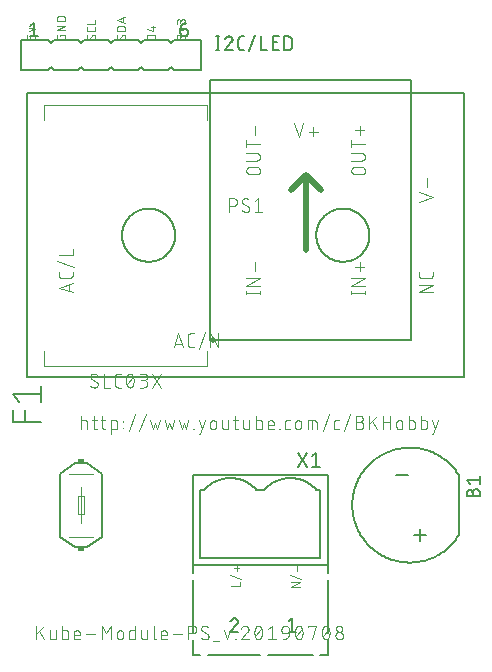
<source format=gbr>
G04 EAGLE Gerber RS-274X export*
G75*
%MOMM*%
%FSLAX34Y34*%
%LPD*%
%INSilkscreen Top*%
%IPPOS*%
%AMOC8*
5,1,8,0,0,1.08239X$1,22.5*%
G01*
%ADD10C,0.101600*%
%ADD11C,0.076200*%
%ADD12C,0.152400*%
%ADD13C,0.127000*%
%ADD14C,0.050800*%
%ADD15R,0.609600X0.355600*%
%ADD16C,0.203200*%
%ADD17C,0.500000*%
%ADD18C,0.120000*%
%ADD19C,0.500000*%


D10*
X203708Y114808D02*
X203708Y126492D01*
X210199Y126492D02*
X203708Y119352D01*
X206304Y121948D02*
X210199Y114808D01*
X214856Y116755D02*
X214856Y122597D01*
X214856Y116755D02*
X214858Y116668D01*
X214864Y116580D01*
X214874Y116494D01*
X214887Y116407D01*
X214905Y116322D01*
X214926Y116237D01*
X214951Y116153D01*
X214980Y116071D01*
X215013Y115990D01*
X215049Y115910D01*
X215088Y115832D01*
X215132Y115756D01*
X215178Y115682D01*
X215228Y115611D01*
X215281Y115541D01*
X215337Y115474D01*
X215396Y115410D01*
X215458Y115348D01*
X215522Y115289D01*
X215589Y115233D01*
X215659Y115180D01*
X215730Y115130D01*
X215804Y115084D01*
X215880Y115040D01*
X215958Y115001D01*
X216038Y114965D01*
X216119Y114932D01*
X216201Y114903D01*
X216285Y114878D01*
X216370Y114857D01*
X216455Y114839D01*
X216542Y114826D01*
X216628Y114816D01*
X216716Y114810D01*
X216803Y114808D01*
X220049Y114808D01*
X220049Y122597D01*
X225583Y126492D02*
X225583Y114808D01*
X228828Y114808D01*
X228915Y114810D01*
X229003Y114816D01*
X229089Y114826D01*
X229176Y114839D01*
X229261Y114857D01*
X229346Y114878D01*
X229430Y114903D01*
X229512Y114932D01*
X229593Y114965D01*
X229673Y115001D01*
X229751Y115040D01*
X229827Y115084D01*
X229901Y115130D01*
X229972Y115180D01*
X230042Y115233D01*
X230109Y115289D01*
X230173Y115348D01*
X230235Y115409D01*
X230294Y115474D01*
X230350Y115541D01*
X230403Y115611D01*
X230453Y115682D01*
X230499Y115756D01*
X230543Y115832D01*
X230582Y115910D01*
X230618Y115990D01*
X230651Y116071D01*
X230680Y116153D01*
X230705Y116237D01*
X230726Y116322D01*
X230744Y116407D01*
X230757Y116494D01*
X230767Y116580D01*
X230773Y116668D01*
X230775Y116755D01*
X230776Y116755D02*
X230776Y120650D01*
X230775Y120650D02*
X230773Y120737D01*
X230767Y120825D01*
X230757Y120911D01*
X230744Y120998D01*
X230726Y121083D01*
X230705Y121168D01*
X230680Y121252D01*
X230651Y121334D01*
X230618Y121415D01*
X230582Y121495D01*
X230543Y121573D01*
X230499Y121649D01*
X230453Y121723D01*
X230403Y121794D01*
X230350Y121864D01*
X230294Y121931D01*
X230235Y121995D01*
X230173Y122057D01*
X230109Y122116D01*
X230042Y122172D01*
X229972Y122225D01*
X229901Y122275D01*
X229827Y122321D01*
X229751Y122365D01*
X229673Y122404D01*
X229593Y122440D01*
X229512Y122473D01*
X229430Y122502D01*
X229346Y122527D01*
X229261Y122548D01*
X229176Y122566D01*
X229089Y122579D01*
X229003Y122589D01*
X228915Y122595D01*
X228828Y122597D01*
X225583Y122597D01*
X237377Y114808D02*
X240623Y114808D01*
X237377Y114808D02*
X237290Y114810D01*
X237202Y114816D01*
X237116Y114826D01*
X237029Y114839D01*
X236944Y114857D01*
X236859Y114878D01*
X236775Y114903D01*
X236693Y114932D01*
X236612Y114965D01*
X236532Y115001D01*
X236454Y115040D01*
X236378Y115084D01*
X236304Y115130D01*
X236233Y115180D01*
X236163Y115233D01*
X236096Y115289D01*
X236032Y115348D01*
X235970Y115410D01*
X235911Y115474D01*
X235855Y115541D01*
X235802Y115611D01*
X235752Y115682D01*
X235706Y115756D01*
X235662Y115832D01*
X235623Y115910D01*
X235587Y115990D01*
X235554Y116071D01*
X235525Y116153D01*
X235500Y116237D01*
X235479Y116322D01*
X235461Y116407D01*
X235448Y116494D01*
X235438Y116580D01*
X235432Y116668D01*
X235430Y116755D01*
X235430Y120001D01*
X235432Y120102D01*
X235438Y120202D01*
X235448Y120302D01*
X235461Y120402D01*
X235479Y120501D01*
X235500Y120600D01*
X235525Y120697D01*
X235554Y120794D01*
X235587Y120889D01*
X235623Y120983D01*
X235663Y121075D01*
X235706Y121166D01*
X235753Y121255D01*
X235803Y121342D01*
X235857Y121428D01*
X235914Y121511D01*
X235974Y121591D01*
X236037Y121670D01*
X236104Y121746D01*
X236173Y121819D01*
X236245Y121889D01*
X236319Y121957D01*
X236396Y122022D01*
X236476Y122083D01*
X236558Y122142D01*
X236642Y122197D01*
X236728Y122249D01*
X236816Y122298D01*
X236906Y122343D01*
X236998Y122385D01*
X237091Y122423D01*
X237186Y122457D01*
X237281Y122488D01*
X237378Y122515D01*
X237476Y122538D01*
X237575Y122558D01*
X237675Y122573D01*
X237775Y122585D01*
X237875Y122593D01*
X237976Y122597D01*
X238076Y122597D01*
X238177Y122593D01*
X238277Y122585D01*
X238377Y122573D01*
X238477Y122558D01*
X238576Y122538D01*
X238674Y122515D01*
X238771Y122488D01*
X238866Y122457D01*
X238961Y122423D01*
X239054Y122385D01*
X239146Y122343D01*
X239236Y122298D01*
X239324Y122249D01*
X239410Y122197D01*
X239494Y122142D01*
X239576Y122083D01*
X239656Y122022D01*
X239733Y121957D01*
X239807Y121889D01*
X239879Y121819D01*
X239948Y121746D01*
X240015Y121670D01*
X240078Y121591D01*
X240138Y121511D01*
X240195Y121428D01*
X240249Y121342D01*
X240299Y121255D01*
X240346Y121166D01*
X240389Y121075D01*
X240429Y120983D01*
X240465Y120889D01*
X240498Y120794D01*
X240527Y120697D01*
X240552Y120600D01*
X240573Y120501D01*
X240591Y120402D01*
X240604Y120302D01*
X240614Y120202D01*
X240620Y120102D01*
X240622Y120001D01*
X240623Y120001D02*
X240623Y118703D01*
X235430Y118703D01*
X245562Y119352D02*
X253351Y119352D01*
X258897Y114808D02*
X258897Y126492D01*
X262791Y120001D01*
X266686Y126492D01*
X266686Y114808D01*
X272006Y117404D02*
X272006Y120001D01*
X272008Y120102D01*
X272014Y120202D01*
X272024Y120302D01*
X272037Y120402D01*
X272055Y120501D01*
X272076Y120600D01*
X272101Y120697D01*
X272130Y120794D01*
X272163Y120889D01*
X272199Y120983D01*
X272239Y121075D01*
X272282Y121166D01*
X272329Y121255D01*
X272379Y121342D01*
X272433Y121428D01*
X272490Y121511D01*
X272550Y121591D01*
X272613Y121670D01*
X272680Y121746D01*
X272749Y121819D01*
X272821Y121889D01*
X272895Y121957D01*
X272972Y122022D01*
X273052Y122083D01*
X273134Y122142D01*
X273218Y122197D01*
X273304Y122249D01*
X273392Y122298D01*
X273482Y122343D01*
X273574Y122385D01*
X273667Y122423D01*
X273762Y122457D01*
X273857Y122488D01*
X273954Y122515D01*
X274052Y122538D01*
X274151Y122558D01*
X274251Y122573D01*
X274351Y122585D01*
X274451Y122593D01*
X274552Y122597D01*
X274652Y122597D01*
X274753Y122593D01*
X274853Y122585D01*
X274953Y122573D01*
X275053Y122558D01*
X275152Y122538D01*
X275250Y122515D01*
X275347Y122488D01*
X275442Y122457D01*
X275537Y122423D01*
X275630Y122385D01*
X275722Y122343D01*
X275812Y122298D01*
X275900Y122249D01*
X275986Y122197D01*
X276070Y122142D01*
X276152Y122083D01*
X276232Y122022D01*
X276309Y121957D01*
X276383Y121889D01*
X276455Y121819D01*
X276524Y121746D01*
X276591Y121670D01*
X276654Y121591D01*
X276714Y121511D01*
X276771Y121428D01*
X276825Y121342D01*
X276875Y121255D01*
X276922Y121166D01*
X276965Y121075D01*
X277005Y120983D01*
X277041Y120889D01*
X277074Y120794D01*
X277103Y120697D01*
X277128Y120600D01*
X277149Y120501D01*
X277167Y120402D01*
X277180Y120302D01*
X277190Y120202D01*
X277196Y120102D01*
X277198Y120001D01*
X277199Y120001D02*
X277199Y117404D01*
X277198Y117404D02*
X277196Y117303D01*
X277190Y117203D01*
X277180Y117103D01*
X277167Y117003D01*
X277149Y116904D01*
X277128Y116805D01*
X277103Y116708D01*
X277074Y116611D01*
X277041Y116516D01*
X277005Y116422D01*
X276965Y116330D01*
X276922Y116239D01*
X276875Y116150D01*
X276825Y116063D01*
X276771Y115977D01*
X276714Y115894D01*
X276654Y115814D01*
X276591Y115735D01*
X276524Y115659D01*
X276455Y115586D01*
X276383Y115516D01*
X276309Y115448D01*
X276232Y115383D01*
X276152Y115322D01*
X276070Y115263D01*
X275986Y115208D01*
X275900Y115156D01*
X275812Y115107D01*
X275722Y115062D01*
X275630Y115020D01*
X275537Y114982D01*
X275442Y114948D01*
X275347Y114917D01*
X275250Y114890D01*
X275152Y114867D01*
X275053Y114847D01*
X274953Y114832D01*
X274853Y114820D01*
X274753Y114812D01*
X274652Y114808D01*
X274552Y114808D01*
X274451Y114812D01*
X274351Y114820D01*
X274251Y114832D01*
X274151Y114847D01*
X274052Y114867D01*
X273954Y114890D01*
X273857Y114917D01*
X273762Y114948D01*
X273667Y114982D01*
X273574Y115020D01*
X273482Y115062D01*
X273392Y115107D01*
X273304Y115156D01*
X273218Y115208D01*
X273134Y115263D01*
X273052Y115322D01*
X272972Y115383D01*
X272895Y115448D01*
X272821Y115516D01*
X272749Y115586D01*
X272680Y115659D01*
X272613Y115735D01*
X272550Y115814D01*
X272490Y115894D01*
X272433Y115977D01*
X272379Y116063D01*
X272329Y116150D01*
X272282Y116239D01*
X272239Y116330D01*
X272199Y116422D01*
X272163Y116516D01*
X272130Y116611D01*
X272101Y116708D01*
X272076Y116805D01*
X272055Y116904D01*
X272037Y117003D01*
X272024Y117103D01*
X272014Y117203D01*
X272008Y117303D01*
X272006Y117404D01*
X287046Y114808D02*
X287046Y126492D01*
X287046Y114808D02*
X283800Y114808D01*
X283713Y114810D01*
X283625Y114816D01*
X283539Y114826D01*
X283452Y114839D01*
X283367Y114857D01*
X283282Y114878D01*
X283198Y114903D01*
X283116Y114932D01*
X283035Y114965D01*
X282955Y115001D01*
X282877Y115040D01*
X282801Y115084D01*
X282727Y115130D01*
X282656Y115180D01*
X282586Y115233D01*
X282519Y115289D01*
X282455Y115348D01*
X282393Y115410D01*
X282334Y115474D01*
X282278Y115541D01*
X282225Y115611D01*
X282175Y115682D01*
X282129Y115756D01*
X282085Y115832D01*
X282046Y115910D01*
X282010Y115990D01*
X281977Y116071D01*
X281948Y116153D01*
X281923Y116237D01*
X281902Y116322D01*
X281884Y116407D01*
X281871Y116494D01*
X281861Y116580D01*
X281855Y116668D01*
X281853Y116755D01*
X281853Y120650D01*
X281855Y120737D01*
X281861Y120825D01*
X281871Y120911D01*
X281884Y120998D01*
X281902Y121083D01*
X281923Y121168D01*
X281948Y121252D01*
X281977Y121334D01*
X282010Y121415D01*
X282046Y121495D01*
X282085Y121573D01*
X282129Y121649D01*
X282175Y121723D01*
X282225Y121794D01*
X282278Y121864D01*
X282334Y121931D01*
X282393Y121995D01*
X282455Y122057D01*
X282519Y122116D01*
X282586Y122172D01*
X282656Y122225D01*
X282727Y122275D01*
X282801Y122321D01*
X282877Y122365D01*
X282955Y122404D01*
X283035Y122440D01*
X283116Y122473D01*
X283198Y122502D01*
X283282Y122527D01*
X283367Y122548D01*
X283452Y122566D01*
X283539Y122579D01*
X283625Y122589D01*
X283713Y122595D01*
X283800Y122597D01*
X287046Y122597D01*
X292580Y122597D02*
X292580Y116755D01*
X292582Y116668D01*
X292588Y116580D01*
X292598Y116494D01*
X292611Y116407D01*
X292629Y116322D01*
X292650Y116237D01*
X292675Y116153D01*
X292704Y116071D01*
X292737Y115990D01*
X292773Y115910D01*
X292812Y115832D01*
X292856Y115756D01*
X292902Y115682D01*
X292952Y115611D01*
X293005Y115541D01*
X293061Y115474D01*
X293120Y115410D01*
X293182Y115348D01*
X293246Y115289D01*
X293313Y115233D01*
X293383Y115180D01*
X293454Y115130D01*
X293528Y115084D01*
X293604Y115040D01*
X293682Y115001D01*
X293762Y114965D01*
X293843Y114932D01*
X293925Y114903D01*
X294009Y114878D01*
X294094Y114857D01*
X294179Y114839D01*
X294266Y114826D01*
X294352Y114816D01*
X294440Y114810D01*
X294527Y114808D01*
X297773Y114808D01*
X297773Y122597D01*
X303016Y126492D02*
X303016Y116755D01*
X303017Y116755D02*
X303019Y116668D01*
X303025Y116580D01*
X303035Y116494D01*
X303048Y116407D01*
X303066Y116322D01*
X303087Y116237D01*
X303112Y116153D01*
X303141Y116071D01*
X303174Y115990D01*
X303210Y115910D01*
X303249Y115832D01*
X303293Y115756D01*
X303339Y115682D01*
X303389Y115611D01*
X303442Y115541D01*
X303498Y115474D01*
X303557Y115410D01*
X303619Y115348D01*
X303683Y115289D01*
X303750Y115233D01*
X303820Y115180D01*
X303891Y115130D01*
X303965Y115084D01*
X304041Y115040D01*
X304119Y115001D01*
X304199Y114965D01*
X304280Y114932D01*
X304362Y114903D01*
X304446Y114878D01*
X304531Y114857D01*
X304616Y114839D01*
X304703Y114826D01*
X304789Y114816D01*
X304877Y114810D01*
X304964Y114808D01*
X310910Y114808D02*
X314156Y114808D01*
X310910Y114808D02*
X310823Y114810D01*
X310735Y114816D01*
X310649Y114826D01*
X310562Y114839D01*
X310477Y114857D01*
X310392Y114878D01*
X310308Y114903D01*
X310226Y114932D01*
X310145Y114965D01*
X310065Y115001D01*
X309987Y115040D01*
X309911Y115084D01*
X309837Y115130D01*
X309766Y115180D01*
X309696Y115233D01*
X309629Y115289D01*
X309565Y115348D01*
X309503Y115410D01*
X309444Y115474D01*
X309388Y115541D01*
X309335Y115611D01*
X309285Y115682D01*
X309239Y115756D01*
X309195Y115832D01*
X309156Y115910D01*
X309120Y115990D01*
X309087Y116071D01*
X309058Y116153D01*
X309033Y116237D01*
X309012Y116322D01*
X308994Y116407D01*
X308981Y116494D01*
X308971Y116580D01*
X308965Y116668D01*
X308963Y116755D01*
X308963Y120001D01*
X308965Y120102D01*
X308971Y120202D01*
X308981Y120302D01*
X308994Y120402D01*
X309012Y120501D01*
X309033Y120600D01*
X309058Y120697D01*
X309087Y120794D01*
X309120Y120889D01*
X309156Y120983D01*
X309196Y121075D01*
X309239Y121166D01*
X309286Y121255D01*
X309336Y121342D01*
X309390Y121428D01*
X309447Y121511D01*
X309507Y121591D01*
X309570Y121670D01*
X309637Y121746D01*
X309706Y121819D01*
X309778Y121889D01*
X309852Y121957D01*
X309929Y122022D01*
X310009Y122083D01*
X310091Y122142D01*
X310175Y122197D01*
X310261Y122249D01*
X310349Y122298D01*
X310439Y122343D01*
X310531Y122385D01*
X310624Y122423D01*
X310719Y122457D01*
X310814Y122488D01*
X310911Y122515D01*
X311009Y122538D01*
X311108Y122558D01*
X311208Y122573D01*
X311308Y122585D01*
X311408Y122593D01*
X311509Y122597D01*
X311609Y122597D01*
X311710Y122593D01*
X311810Y122585D01*
X311910Y122573D01*
X312010Y122558D01*
X312109Y122538D01*
X312207Y122515D01*
X312304Y122488D01*
X312399Y122457D01*
X312494Y122423D01*
X312587Y122385D01*
X312679Y122343D01*
X312769Y122298D01*
X312857Y122249D01*
X312943Y122197D01*
X313027Y122142D01*
X313109Y122083D01*
X313189Y122022D01*
X313266Y121957D01*
X313340Y121889D01*
X313412Y121819D01*
X313481Y121746D01*
X313548Y121670D01*
X313611Y121591D01*
X313671Y121511D01*
X313728Y121428D01*
X313782Y121342D01*
X313832Y121255D01*
X313879Y121166D01*
X313922Y121075D01*
X313962Y120983D01*
X313998Y120889D01*
X314031Y120794D01*
X314060Y120697D01*
X314085Y120600D01*
X314106Y120501D01*
X314124Y120402D01*
X314137Y120302D01*
X314147Y120202D01*
X314153Y120102D01*
X314155Y120001D01*
X314156Y120001D02*
X314156Y118703D01*
X308963Y118703D01*
X319094Y119352D02*
X326884Y119352D01*
X332486Y114808D02*
X332486Y126492D01*
X335731Y126492D01*
X335844Y126490D01*
X335957Y126484D01*
X336070Y126474D01*
X336183Y126460D01*
X336295Y126443D01*
X336406Y126421D01*
X336516Y126396D01*
X336626Y126366D01*
X336734Y126333D01*
X336841Y126296D01*
X336947Y126256D01*
X337051Y126211D01*
X337154Y126163D01*
X337255Y126112D01*
X337354Y126057D01*
X337451Y125999D01*
X337546Y125937D01*
X337639Y125872D01*
X337729Y125804D01*
X337817Y125733D01*
X337903Y125658D01*
X337986Y125581D01*
X338066Y125501D01*
X338143Y125418D01*
X338218Y125332D01*
X338289Y125244D01*
X338357Y125154D01*
X338422Y125061D01*
X338484Y124966D01*
X338542Y124869D01*
X338597Y124770D01*
X338648Y124669D01*
X338696Y124566D01*
X338741Y124462D01*
X338781Y124356D01*
X338818Y124249D01*
X338851Y124141D01*
X338881Y124031D01*
X338906Y123921D01*
X338928Y123810D01*
X338945Y123698D01*
X338959Y123585D01*
X338969Y123472D01*
X338975Y123359D01*
X338977Y123246D01*
X338975Y123133D01*
X338969Y123020D01*
X338959Y122907D01*
X338945Y122794D01*
X338928Y122682D01*
X338906Y122571D01*
X338881Y122461D01*
X338851Y122351D01*
X338818Y122243D01*
X338781Y122136D01*
X338741Y122030D01*
X338696Y121926D01*
X338648Y121823D01*
X338597Y121722D01*
X338542Y121623D01*
X338484Y121526D01*
X338422Y121431D01*
X338357Y121338D01*
X338289Y121248D01*
X338218Y121160D01*
X338143Y121074D01*
X338066Y120991D01*
X337986Y120911D01*
X337903Y120834D01*
X337817Y120759D01*
X337729Y120688D01*
X337639Y120620D01*
X337546Y120555D01*
X337451Y120493D01*
X337354Y120435D01*
X337255Y120380D01*
X337154Y120329D01*
X337051Y120281D01*
X336947Y120236D01*
X336841Y120196D01*
X336734Y120159D01*
X336626Y120126D01*
X336516Y120096D01*
X336406Y120071D01*
X336295Y120049D01*
X336183Y120032D01*
X336070Y120018D01*
X335957Y120008D01*
X335844Y120002D01*
X335731Y120000D01*
X335731Y120001D02*
X332486Y120001D01*
X346879Y114808D02*
X346978Y114810D01*
X347078Y114816D01*
X347177Y114825D01*
X347275Y114838D01*
X347373Y114855D01*
X347471Y114876D01*
X347567Y114901D01*
X347662Y114929D01*
X347756Y114961D01*
X347849Y114996D01*
X347941Y115035D01*
X348031Y115078D01*
X348119Y115123D01*
X348206Y115173D01*
X348290Y115225D01*
X348373Y115281D01*
X348453Y115339D01*
X348531Y115401D01*
X348606Y115466D01*
X348679Y115534D01*
X348749Y115604D01*
X348817Y115677D01*
X348882Y115752D01*
X348944Y115830D01*
X349002Y115910D01*
X349058Y115993D01*
X349110Y116077D01*
X349160Y116164D01*
X349205Y116252D01*
X349248Y116342D01*
X349287Y116434D01*
X349322Y116527D01*
X349354Y116621D01*
X349382Y116716D01*
X349407Y116812D01*
X349428Y116910D01*
X349445Y117008D01*
X349458Y117106D01*
X349467Y117205D01*
X349473Y117305D01*
X349475Y117404D01*
X346879Y114808D02*
X346735Y114810D01*
X346590Y114816D01*
X346446Y114825D01*
X346303Y114838D01*
X346159Y114855D01*
X346016Y114876D01*
X345874Y114901D01*
X345733Y114929D01*
X345592Y114961D01*
X345452Y114997D01*
X345313Y115036D01*
X345175Y115079D01*
X345039Y115126D01*
X344903Y115176D01*
X344769Y115230D01*
X344637Y115287D01*
X344506Y115348D01*
X344377Y115412D01*
X344249Y115480D01*
X344123Y115550D01*
X343999Y115625D01*
X343878Y115702D01*
X343758Y115783D01*
X343640Y115866D01*
X343525Y115953D01*
X343412Y116043D01*
X343301Y116136D01*
X343193Y116231D01*
X343087Y116330D01*
X342984Y116431D01*
X343309Y123896D02*
X343311Y123995D01*
X343317Y124095D01*
X343326Y124194D01*
X343339Y124292D01*
X343356Y124390D01*
X343377Y124488D01*
X343402Y124584D01*
X343430Y124679D01*
X343462Y124773D01*
X343497Y124866D01*
X343536Y124958D01*
X343579Y125048D01*
X343624Y125136D01*
X343674Y125223D01*
X343726Y125307D01*
X343782Y125390D01*
X343840Y125470D01*
X343902Y125548D01*
X343967Y125623D01*
X344035Y125696D01*
X344105Y125766D01*
X344178Y125834D01*
X344253Y125899D01*
X344331Y125961D01*
X344411Y126019D01*
X344494Y126075D01*
X344578Y126127D01*
X344665Y126177D01*
X344753Y126222D01*
X344843Y126265D01*
X344935Y126304D01*
X345028Y126339D01*
X345122Y126371D01*
X345217Y126399D01*
X345314Y126424D01*
X345411Y126445D01*
X345509Y126462D01*
X345607Y126475D01*
X345706Y126484D01*
X345806Y126490D01*
X345905Y126492D01*
X346041Y126490D01*
X346177Y126484D01*
X346313Y126475D01*
X346449Y126462D01*
X346584Y126444D01*
X346718Y126424D01*
X346852Y126399D01*
X346986Y126371D01*
X347118Y126338D01*
X347249Y126303D01*
X347380Y126263D01*
X347509Y126220D01*
X347637Y126174D01*
X347763Y126123D01*
X347889Y126070D01*
X348012Y126012D01*
X348134Y125952D01*
X348254Y125888D01*
X348373Y125820D01*
X348489Y125750D01*
X348603Y125676D01*
X348716Y125599D01*
X348826Y125518D01*
X344607Y121624D02*
X344521Y121677D01*
X344437Y121734D01*
X344355Y121793D01*
X344275Y121856D01*
X344198Y121922D01*
X344123Y121990D01*
X344051Y122062D01*
X343982Y122136D01*
X343916Y122213D01*
X343853Y122292D01*
X343793Y122374D01*
X343736Y122458D01*
X343682Y122544D01*
X343632Y122632D01*
X343585Y122722D01*
X343541Y122813D01*
X343502Y122907D01*
X343465Y123001D01*
X343433Y123097D01*
X343404Y123195D01*
X343379Y123293D01*
X343358Y123392D01*
X343340Y123492D01*
X343327Y123592D01*
X343317Y123693D01*
X343311Y123795D01*
X343309Y123896D01*
X348178Y119676D02*
X348264Y119623D01*
X348348Y119566D01*
X348430Y119507D01*
X348510Y119444D01*
X348587Y119378D01*
X348662Y119310D01*
X348734Y119238D01*
X348803Y119164D01*
X348869Y119087D01*
X348932Y119008D01*
X348992Y118926D01*
X349049Y118842D01*
X349103Y118756D01*
X349153Y118668D01*
X349200Y118578D01*
X349244Y118487D01*
X349283Y118393D01*
X349320Y118299D01*
X349352Y118203D01*
X349381Y118105D01*
X349406Y118007D01*
X349427Y117908D01*
X349445Y117808D01*
X349458Y117708D01*
X349468Y117607D01*
X349474Y117505D01*
X349476Y117404D01*
X348177Y119676D02*
X344607Y121624D01*
X353540Y113510D02*
X358732Y113510D01*
X365280Y114808D02*
X362684Y122597D01*
X367876Y122597D02*
X365280Y114808D01*
X371813Y114808D02*
X371813Y115457D01*
X372463Y115457D01*
X372463Y114808D01*
X371813Y114808D01*
X383385Y123571D02*
X383383Y123678D01*
X383377Y123784D01*
X383367Y123890D01*
X383354Y123996D01*
X383336Y124102D01*
X383315Y124206D01*
X383290Y124310D01*
X383261Y124413D01*
X383229Y124514D01*
X383192Y124614D01*
X383152Y124713D01*
X383109Y124811D01*
X383062Y124907D01*
X383011Y125001D01*
X382957Y125093D01*
X382900Y125183D01*
X382840Y125271D01*
X382776Y125356D01*
X382709Y125439D01*
X382639Y125520D01*
X382567Y125598D01*
X382491Y125674D01*
X382413Y125746D01*
X382332Y125816D01*
X382249Y125883D01*
X382164Y125947D01*
X382076Y126007D01*
X381986Y126064D01*
X381894Y126118D01*
X381800Y126169D01*
X381704Y126216D01*
X381606Y126259D01*
X381507Y126299D01*
X381407Y126336D01*
X381306Y126368D01*
X381203Y126397D01*
X381099Y126422D01*
X380995Y126443D01*
X380889Y126461D01*
X380783Y126474D01*
X380677Y126484D01*
X380571Y126490D01*
X380464Y126492D01*
X380343Y126490D01*
X380222Y126484D01*
X380102Y126474D01*
X379981Y126461D01*
X379862Y126443D01*
X379742Y126422D01*
X379624Y126397D01*
X379507Y126368D01*
X379390Y126335D01*
X379275Y126299D01*
X379161Y126258D01*
X379048Y126215D01*
X378936Y126167D01*
X378827Y126116D01*
X378719Y126061D01*
X378612Y126003D01*
X378508Y125942D01*
X378406Y125877D01*
X378306Y125809D01*
X378208Y125738D01*
X378112Y125664D01*
X378019Y125587D01*
X377929Y125506D01*
X377841Y125423D01*
X377756Y125337D01*
X377673Y125248D01*
X377594Y125157D01*
X377517Y125063D01*
X377444Y124967D01*
X377374Y124869D01*
X377307Y124768D01*
X377243Y124665D01*
X377183Y124560D01*
X377126Y124453D01*
X377072Y124345D01*
X377022Y124235D01*
X376976Y124123D01*
X376933Y124010D01*
X376894Y123895D01*
X382411Y121299D02*
X382490Y121376D01*
X382566Y121457D01*
X382639Y121540D01*
X382709Y121625D01*
X382776Y121713D01*
X382840Y121803D01*
X382900Y121895D01*
X382957Y121990D01*
X383011Y122086D01*
X383062Y122184D01*
X383109Y122284D01*
X383153Y122386D01*
X383193Y122489D01*
X383229Y122593D01*
X383261Y122699D01*
X383290Y122805D01*
X383315Y122913D01*
X383337Y123021D01*
X383354Y123131D01*
X383368Y123240D01*
X383377Y123350D01*
X383383Y123461D01*
X383385Y123571D01*
X382411Y121299D02*
X376893Y114808D01*
X383385Y114808D01*
X388324Y120650D02*
X388327Y120880D01*
X388335Y121110D01*
X388349Y121339D01*
X388368Y121568D01*
X388393Y121797D01*
X388423Y122024D01*
X388458Y122252D01*
X388499Y122478D01*
X388545Y122703D01*
X388597Y122927D01*
X388654Y123149D01*
X388716Y123371D01*
X388784Y123590D01*
X388857Y123808D01*
X388935Y124025D01*
X389018Y124239D01*
X389106Y124451D01*
X389199Y124661D01*
X389298Y124869D01*
X389297Y124869D02*
X389330Y124959D01*
X389366Y125048D01*
X389406Y125136D01*
X389450Y125221D01*
X389497Y125305D01*
X389547Y125387D01*
X389601Y125467D01*
X389657Y125544D01*
X389717Y125620D01*
X389780Y125693D01*
X389845Y125763D01*
X389914Y125831D01*
X389985Y125895D01*
X390058Y125957D01*
X390134Y126016D01*
X390212Y126072D01*
X390293Y126125D01*
X390375Y126174D01*
X390459Y126220D01*
X390546Y126263D01*
X390633Y126302D01*
X390723Y126338D01*
X390813Y126370D01*
X390905Y126398D01*
X390998Y126423D01*
X391092Y126444D01*
X391186Y126461D01*
X391281Y126475D01*
X391377Y126484D01*
X391473Y126490D01*
X391569Y126492D01*
X391665Y126490D01*
X391761Y126484D01*
X391857Y126475D01*
X391952Y126461D01*
X392046Y126444D01*
X392140Y126423D01*
X392233Y126398D01*
X392325Y126370D01*
X392415Y126338D01*
X392505Y126302D01*
X392592Y126263D01*
X392679Y126220D01*
X392763Y126174D01*
X392845Y126125D01*
X392926Y126072D01*
X393004Y126016D01*
X393080Y125957D01*
X393153Y125895D01*
X393224Y125831D01*
X393293Y125763D01*
X393358Y125693D01*
X393421Y125620D01*
X393481Y125544D01*
X393537Y125467D01*
X393591Y125387D01*
X393641Y125305D01*
X393688Y125221D01*
X393732Y125136D01*
X393772Y125048D01*
X393808Y124959D01*
X393841Y124869D01*
X393940Y124662D01*
X394033Y124452D01*
X394121Y124239D01*
X394204Y124025D01*
X394282Y123809D01*
X394355Y123591D01*
X394423Y123371D01*
X394485Y123150D01*
X394542Y122927D01*
X394594Y122703D01*
X394640Y122478D01*
X394681Y122252D01*
X394716Y122025D01*
X394746Y121797D01*
X394771Y121568D01*
X394790Y121339D01*
X394804Y121110D01*
X394812Y120880D01*
X394815Y120650D01*
X388323Y120650D02*
X388326Y120420D01*
X388334Y120190D01*
X388348Y119961D01*
X388367Y119732D01*
X388392Y119503D01*
X388422Y119275D01*
X388457Y119048D01*
X388498Y118822D01*
X388544Y118597D01*
X388596Y118373D01*
X388653Y118150D01*
X388715Y117929D01*
X388783Y117709D01*
X388856Y117491D01*
X388934Y117275D01*
X389017Y117061D01*
X389105Y116849D01*
X389198Y116638D01*
X389297Y116431D01*
X389330Y116341D01*
X389366Y116252D01*
X389407Y116164D01*
X389450Y116079D01*
X389497Y115995D01*
X389547Y115913D01*
X389601Y115833D01*
X389657Y115756D01*
X389717Y115680D01*
X389780Y115607D01*
X389845Y115537D01*
X389914Y115469D01*
X389985Y115405D01*
X390058Y115343D01*
X390134Y115284D01*
X390212Y115228D01*
X390293Y115175D01*
X390375Y115126D01*
X390459Y115080D01*
X390546Y115037D01*
X390633Y114998D01*
X390723Y114962D01*
X390813Y114930D01*
X390905Y114902D01*
X390998Y114877D01*
X391092Y114856D01*
X391186Y114839D01*
X391281Y114825D01*
X391377Y114816D01*
X391473Y114810D01*
X391569Y114808D01*
X393841Y116431D02*
X393940Y116638D01*
X394033Y116849D01*
X394121Y117061D01*
X394204Y117275D01*
X394282Y117491D01*
X394355Y117709D01*
X394423Y117929D01*
X394485Y118150D01*
X394542Y118373D01*
X394594Y118597D01*
X394640Y118822D01*
X394681Y119048D01*
X394716Y119275D01*
X394746Y119503D01*
X394771Y119732D01*
X394790Y119961D01*
X394804Y120190D01*
X394812Y120420D01*
X394815Y120650D01*
X393841Y116431D02*
X393808Y116341D01*
X393772Y116252D01*
X393732Y116164D01*
X393688Y116079D01*
X393641Y115995D01*
X393591Y115913D01*
X393537Y115833D01*
X393481Y115756D01*
X393421Y115680D01*
X393358Y115607D01*
X393293Y115537D01*
X393224Y115469D01*
X393153Y115405D01*
X393080Y115343D01*
X393004Y115284D01*
X392926Y115228D01*
X392845Y115175D01*
X392763Y115126D01*
X392679Y115080D01*
X392592Y115037D01*
X392505Y114998D01*
X392415Y114962D01*
X392325Y114930D01*
X392233Y114902D01*
X392140Y114877D01*
X392046Y114856D01*
X391952Y114839D01*
X391857Y114825D01*
X391761Y114816D01*
X391665Y114810D01*
X391569Y114808D01*
X388973Y117404D02*
X394165Y123896D01*
X399753Y123896D02*
X402999Y126492D01*
X402999Y114808D01*
X406244Y114808D02*
X399753Y114808D01*
X413780Y120001D02*
X417674Y120001D01*
X413780Y120001D02*
X413681Y120003D01*
X413581Y120009D01*
X413482Y120018D01*
X413384Y120031D01*
X413286Y120048D01*
X413188Y120069D01*
X413092Y120094D01*
X412997Y120122D01*
X412903Y120154D01*
X412810Y120189D01*
X412718Y120228D01*
X412628Y120271D01*
X412540Y120316D01*
X412453Y120366D01*
X412369Y120418D01*
X412286Y120474D01*
X412206Y120532D01*
X412128Y120594D01*
X412053Y120659D01*
X411980Y120727D01*
X411910Y120797D01*
X411842Y120870D01*
X411777Y120945D01*
X411715Y121023D01*
X411657Y121103D01*
X411601Y121186D01*
X411549Y121270D01*
X411499Y121357D01*
X411454Y121445D01*
X411411Y121535D01*
X411372Y121627D01*
X411337Y121720D01*
X411305Y121814D01*
X411277Y121909D01*
X411252Y122005D01*
X411231Y122103D01*
X411214Y122201D01*
X411201Y122299D01*
X411192Y122398D01*
X411186Y122498D01*
X411184Y122597D01*
X411183Y122597D02*
X411183Y123246D01*
X411185Y123359D01*
X411191Y123472D01*
X411201Y123585D01*
X411215Y123698D01*
X411232Y123810D01*
X411254Y123921D01*
X411279Y124031D01*
X411309Y124141D01*
X411342Y124249D01*
X411379Y124356D01*
X411419Y124462D01*
X411464Y124566D01*
X411512Y124669D01*
X411563Y124770D01*
X411618Y124869D01*
X411676Y124966D01*
X411738Y125061D01*
X411803Y125154D01*
X411871Y125244D01*
X411942Y125332D01*
X412017Y125418D01*
X412094Y125501D01*
X412174Y125581D01*
X412257Y125658D01*
X412343Y125733D01*
X412431Y125804D01*
X412521Y125872D01*
X412614Y125937D01*
X412709Y125999D01*
X412806Y126057D01*
X412905Y126112D01*
X413006Y126163D01*
X413109Y126211D01*
X413213Y126256D01*
X413319Y126296D01*
X413426Y126333D01*
X413534Y126366D01*
X413644Y126396D01*
X413754Y126421D01*
X413865Y126443D01*
X413977Y126460D01*
X414090Y126474D01*
X414203Y126484D01*
X414316Y126490D01*
X414429Y126492D01*
X414542Y126490D01*
X414655Y126484D01*
X414768Y126474D01*
X414881Y126460D01*
X414993Y126443D01*
X415104Y126421D01*
X415214Y126396D01*
X415324Y126366D01*
X415432Y126333D01*
X415539Y126296D01*
X415645Y126256D01*
X415749Y126211D01*
X415852Y126163D01*
X415953Y126112D01*
X416052Y126057D01*
X416149Y125999D01*
X416244Y125937D01*
X416337Y125872D01*
X416427Y125804D01*
X416515Y125733D01*
X416601Y125658D01*
X416684Y125581D01*
X416764Y125501D01*
X416841Y125418D01*
X416916Y125332D01*
X416987Y125244D01*
X417055Y125154D01*
X417120Y125061D01*
X417182Y124966D01*
X417240Y124869D01*
X417295Y124770D01*
X417346Y124669D01*
X417394Y124566D01*
X417439Y124462D01*
X417479Y124356D01*
X417516Y124249D01*
X417549Y124141D01*
X417579Y124031D01*
X417604Y123921D01*
X417626Y123810D01*
X417643Y123698D01*
X417657Y123585D01*
X417667Y123472D01*
X417673Y123359D01*
X417675Y123246D01*
X417674Y123246D02*
X417674Y120001D01*
X417675Y120001D02*
X417673Y119858D01*
X417667Y119715D01*
X417657Y119572D01*
X417643Y119430D01*
X417626Y119288D01*
X417604Y119146D01*
X417579Y119005D01*
X417549Y118865D01*
X417516Y118726D01*
X417479Y118588D01*
X417438Y118451D01*
X417394Y118315D01*
X417345Y118180D01*
X417293Y118047D01*
X417238Y117915D01*
X417178Y117785D01*
X417115Y117656D01*
X417049Y117529D01*
X416979Y117404D01*
X416906Y117282D01*
X416829Y117161D01*
X416749Y117042D01*
X416666Y116926D01*
X416580Y116811D01*
X416491Y116700D01*
X416398Y116590D01*
X416303Y116484D01*
X416204Y116380D01*
X416103Y116279D01*
X415999Y116180D01*
X415893Y116085D01*
X415783Y115992D01*
X415672Y115903D01*
X415557Y115817D01*
X415441Y115734D01*
X415322Y115654D01*
X415201Y115577D01*
X415079Y115504D01*
X414954Y115434D01*
X414827Y115368D01*
X414698Y115305D01*
X414568Y115245D01*
X414436Y115190D01*
X414303Y115138D01*
X414168Y115089D01*
X414032Y115045D01*
X413895Y115004D01*
X413757Y114967D01*
X413618Y114934D01*
X413478Y114904D01*
X413337Y114879D01*
X413195Y114857D01*
X413053Y114840D01*
X412911Y114826D01*
X412768Y114816D01*
X412625Y114810D01*
X412482Y114808D01*
X422614Y120650D02*
X422617Y120880D01*
X422625Y121110D01*
X422639Y121339D01*
X422658Y121568D01*
X422683Y121797D01*
X422713Y122024D01*
X422748Y122252D01*
X422789Y122478D01*
X422835Y122703D01*
X422887Y122927D01*
X422944Y123149D01*
X423006Y123371D01*
X423074Y123590D01*
X423147Y123808D01*
X423225Y124025D01*
X423308Y124239D01*
X423396Y124451D01*
X423489Y124661D01*
X423588Y124869D01*
X423587Y124869D02*
X423620Y124959D01*
X423656Y125048D01*
X423696Y125136D01*
X423740Y125221D01*
X423787Y125305D01*
X423837Y125387D01*
X423891Y125467D01*
X423947Y125544D01*
X424007Y125620D01*
X424070Y125693D01*
X424135Y125763D01*
X424204Y125831D01*
X424275Y125895D01*
X424348Y125957D01*
X424424Y126016D01*
X424502Y126072D01*
X424583Y126125D01*
X424665Y126174D01*
X424749Y126220D01*
X424836Y126263D01*
X424923Y126302D01*
X425013Y126338D01*
X425103Y126370D01*
X425195Y126398D01*
X425288Y126423D01*
X425382Y126444D01*
X425476Y126461D01*
X425571Y126475D01*
X425667Y126484D01*
X425763Y126490D01*
X425859Y126492D01*
X425955Y126490D01*
X426051Y126484D01*
X426147Y126475D01*
X426242Y126461D01*
X426336Y126444D01*
X426430Y126423D01*
X426523Y126398D01*
X426615Y126370D01*
X426705Y126338D01*
X426795Y126302D01*
X426882Y126263D01*
X426969Y126220D01*
X427053Y126174D01*
X427135Y126125D01*
X427216Y126072D01*
X427294Y126016D01*
X427370Y125957D01*
X427443Y125895D01*
X427514Y125831D01*
X427583Y125763D01*
X427648Y125693D01*
X427711Y125620D01*
X427771Y125544D01*
X427827Y125467D01*
X427881Y125387D01*
X427931Y125305D01*
X427978Y125221D01*
X428022Y125136D01*
X428062Y125048D01*
X428098Y124959D01*
X428131Y124869D01*
X428230Y124662D01*
X428323Y124452D01*
X428411Y124239D01*
X428494Y124025D01*
X428572Y123809D01*
X428645Y123591D01*
X428713Y123371D01*
X428775Y123150D01*
X428832Y122927D01*
X428884Y122703D01*
X428930Y122478D01*
X428971Y122252D01*
X429006Y122025D01*
X429036Y121797D01*
X429061Y121568D01*
X429080Y121339D01*
X429094Y121110D01*
X429102Y120880D01*
X429105Y120650D01*
X422613Y120650D02*
X422616Y120420D01*
X422624Y120190D01*
X422638Y119961D01*
X422657Y119732D01*
X422682Y119503D01*
X422712Y119275D01*
X422747Y119048D01*
X422788Y118822D01*
X422834Y118597D01*
X422886Y118373D01*
X422943Y118150D01*
X423005Y117929D01*
X423073Y117709D01*
X423146Y117491D01*
X423224Y117275D01*
X423307Y117061D01*
X423395Y116849D01*
X423488Y116638D01*
X423587Y116431D01*
X423620Y116341D01*
X423656Y116252D01*
X423697Y116164D01*
X423740Y116079D01*
X423787Y115995D01*
X423837Y115913D01*
X423891Y115833D01*
X423947Y115756D01*
X424007Y115680D01*
X424070Y115607D01*
X424135Y115537D01*
X424204Y115469D01*
X424275Y115405D01*
X424348Y115343D01*
X424424Y115284D01*
X424502Y115228D01*
X424583Y115175D01*
X424665Y115126D01*
X424749Y115080D01*
X424836Y115037D01*
X424923Y114998D01*
X425013Y114962D01*
X425103Y114930D01*
X425195Y114902D01*
X425288Y114877D01*
X425382Y114856D01*
X425476Y114839D01*
X425571Y114825D01*
X425667Y114816D01*
X425763Y114810D01*
X425859Y114808D01*
X428131Y116431D02*
X428230Y116638D01*
X428323Y116849D01*
X428411Y117061D01*
X428494Y117275D01*
X428572Y117491D01*
X428645Y117709D01*
X428713Y117929D01*
X428775Y118150D01*
X428832Y118373D01*
X428884Y118597D01*
X428930Y118822D01*
X428971Y119048D01*
X429006Y119275D01*
X429036Y119503D01*
X429061Y119732D01*
X429080Y119961D01*
X429094Y120190D01*
X429102Y120420D01*
X429105Y120650D01*
X428131Y116431D02*
X428098Y116341D01*
X428062Y116252D01*
X428022Y116164D01*
X427978Y116079D01*
X427931Y115995D01*
X427881Y115913D01*
X427827Y115833D01*
X427771Y115756D01*
X427711Y115680D01*
X427648Y115607D01*
X427583Y115537D01*
X427514Y115469D01*
X427443Y115405D01*
X427370Y115343D01*
X427294Y115284D01*
X427216Y115228D01*
X427135Y115175D01*
X427053Y115126D01*
X426969Y115080D01*
X426882Y115037D01*
X426795Y114998D01*
X426705Y114962D01*
X426615Y114930D01*
X426523Y114902D01*
X426430Y114877D01*
X426336Y114856D01*
X426242Y114839D01*
X426147Y114825D01*
X426051Y114816D01*
X425955Y114810D01*
X425859Y114808D01*
X423262Y117404D02*
X428455Y123896D01*
X434043Y125194D02*
X434043Y126492D01*
X440534Y126492D01*
X437289Y114808D01*
X445474Y120650D02*
X445477Y120880D01*
X445485Y121110D01*
X445499Y121339D01*
X445518Y121568D01*
X445543Y121797D01*
X445573Y122024D01*
X445608Y122252D01*
X445649Y122478D01*
X445695Y122703D01*
X445747Y122927D01*
X445804Y123149D01*
X445866Y123371D01*
X445934Y123590D01*
X446007Y123808D01*
X446085Y124025D01*
X446168Y124239D01*
X446256Y124451D01*
X446349Y124661D01*
X446448Y124869D01*
X446447Y124869D02*
X446480Y124959D01*
X446516Y125048D01*
X446556Y125136D01*
X446600Y125221D01*
X446647Y125305D01*
X446697Y125387D01*
X446751Y125467D01*
X446807Y125544D01*
X446867Y125620D01*
X446930Y125693D01*
X446995Y125763D01*
X447064Y125831D01*
X447135Y125895D01*
X447208Y125957D01*
X447284Y126016D01*
X447362Y126072D01*
X447443Y126125D01*
X447525Y126174D01*
X447609Y126220D01*
X447696Y126263D01*
X447783Y126302D01*
X447873Y126338D01*
X447963Y126370D01*
X448055Y126398D01*
X448148Y126423D01*
X448242Y126444D01*
X448336Y126461D01*
X448431Y126475D01*
X448527Y126484D01*
X448623Y126490D01*
X448719Y126492D01*
X448815Y126490D01*
X448911Y126484D01*
X449007Y126475D01*
X449102Y126461D01*
X449196Y126444D01*
X449290Y126423D01*
X449383Y126398D01*
X449475Y126370D01*
X449565Y126338D01*
X449655Y126302D01*
X449742Y126263D01*
X449829Y126220D01*
X449913Y126174D01*
X449995Y126125D01*
X450076Y126072D01*
X450154Y126016D01*
X450230Y125957D01*
X450303Y125895D01*
X450374Y125831D01*
X450443Y125763D01*
X450508Y125693D01*
X450571Y125620D01*
X450631Y125544D01*
X450687Y125467D01*
X450741Y125387D01*
X450791Y125305D01*
X450838Y125221D01*
X450882Y125136D01*
X450922Y125048D01*
X450958Y124959D01*
X450991Y124869D01*
X451090Y124662D01*
X451183Y124452D01*
X451271Y124239D01*
X451354Y124025D01*
X451432Y123809D01*
X451505Y123591D01*
X451573Y123371D01*
X451635Y123150D01*
X451692Y122927D01*
X451744Y122703D01*
X451790Y122478D01*
X451831Y122252D01*
X451866Y122025D01*
X451896Y121797D01*
X451921Y121568D01*
X451940Y121339D01*
X451954Y121110D01*
X451962Y120880D01*
X451965Y120650D01*
X445473Y120650D02*
X445476Y120420D01*
X445484Y120190D01*
X445498Y119961D01*
X445517Y119732D01*
X445542Y119503D01*
X445572Y119275D01*
X445607Y119048D01*
X445648Y118822D01*
X445694Y118597D01*
X445746Y118373D01*
X445803Y118150D01*
X445865Y117929D01*
X445933Y117709D01*
X446006Y117491D01*
X446084Y117275D01*
X446167Y117061D01*
X446255Y116849D01*
X446348Y116638D01*
X446447Y116431D01*
X446480Y116341D01*
X446516Y116252D01*
X446557Y116164D01*
X446600Y116079D01*
X446647Y115995D01*
X446697Y115913D01*
X446751Y115833D01*
X446807Y115756D01*
X446867Y115680D01*
X446930Y115607D01*
X446995Y115537D01*
X447064Y115469D01*
X447135Y115405D01*
X447208Y115343D01*
X447284Y115284D01*
X447362Y115228D01*
X447443Y115175D01*
X447525Y115126D01*
X447609Y115080D01*
X447696Y115037D01*
X447783Y114998D01*
X447873Y114962D01*
X447963Y114930D01*
X448055Y114902D01*
X448148Y114877D01*
X448242Y114856D01*
X448336Y114839D01*
X448431Y114825D01*
X448527Y114816D01*
X448623Y114810D01*
X448719Y114808D01*
X450991Y116431D02*
X451090Y116638D01*
X451183Y116849D01*
X451271Y117061D01*
X451354Y117275D01*
X451432Y117491D01*
X451505Y117709D01*
X451573Y117929D01*
X451635Y118150D01*
X451692Y118373D01*
X451744Y118597D01*
X451790Y118822D01*
X451831Y119048D01*
X451866Y119275D01*
X451896Y119503D01*
X451921Y119732D01*
X451940Y119961D01*
X451954Y120190D01*
X451962Y120420D01*
X451965Y120650D01*
X450991Y116431D02*
X450958Y116341D01*
X450922Y116252D01*
X450882Y116164D01*
X450838Y116079D01*
X450791Y115995D01*
X450741Y115913D01*
X450687Y115833D01*
X450631Y115756D01*
X450571Y115680D01*
X450508Y115607D01*
X450443Y115537D01*
X450374Y115469D01*
X450303Y115405D01*
X450230Y115343D01*
X450154Y115284D01*
X450076Y115228D01*
X449995Y115175D01*
X449913Y115126D01*
X449829Y115080D01*
X449742Y115037D01*
X449655Y114998D01*
X449565Y114962D01*
X449475Y114930D01*
X449383Y114902D01*
X449290Y114877D01*
X449196Y114856D01*
X449102Y114839D01*
X449007Y114825D01*
X448911Y114816D01*
X448815Y114810D01*
X448719Y114808D01*
X446122Y117404D02*
X451315Y123896D01*
X456903Y118054D02*
X456905Y118167D01*
X456911Y118280D01*
X456921Y118393D01*
X456935Y118506D01*
X456952Y118618D01*
X456974Y118729D01*
X456999Y118839D01*
X457029Y118949D01*
X457062Y119057D01*
X457099Y119164D01*
X457139Y119270D01*
X457184Y119374D01*
X457232Y119477D01*
X457283Y119578D01*
X457338Y119677D01*
X457396Y119774D01*
X457458Y119869D01*
X457523Y119962D01*
X457591Y120052D01*
X457662Y120140D01*
X457737Y120226D01*
X457814Y120309D01*
X457894Y120389D01*
X457977Y120466D01*
X458063Y120541D01*
X458151Y120612D01*
X458241Y120680D01*
X458334Y120745D01*
X458429Y120807D01*
X458526Y120865D01*
X458625Y120920D01*
X458726Y120971D01*
X458829Y121019D01*
X458933Y121064D01*
X459039Y121104D01*
X459146Y121141D01*
X459254Y121174D01*
X459364Y121204D01*
X459474Y121229D01*
X459585Y121251D01*
X459697Y121268D01*
X459810Y121282D01*
X459923Y121292D01*
X460036Y121298D01*
X460149Y121300D01*
X460262Y121298D01*
X460375Y121292D01*
X460488Y121282D01*
X460601Y121268D01*
X460713Y121251D01*
X460824Y121229D01*
X460934Y121204D01*
X461044Y121174D01*
X461152Y121141D01*
X461259Y121104D01*
X461365Y121064D01*
X461469Y121019D01*
X461572Y120971D01*
X461673Y120920D01*
X461772Y120865D01*
X461869Y120807D01*
X461964Y120745D01*
X462057Y120680D01*
X462147Y120612D01*
X462235Y120541D01*
X462321Y120466D01*
X462404Y120389D01*
X462484Y120309D01*
X462561Y120226D01*
X462636Y120140D01*
X462707Y120052D01*
X462775Y119962D01*
X462840Y119869D01*
X462902Y119774D01*
X462960Y119677D01*
X463015Y119578D01*
X463066Y119477D01*
X463114Y119374D01*
X463159Y119270D01*
X463199Y119164D01*
X463236Y119057D01*
X463269Y118949D01*
X463299Y118839D01*
X463324Y118729D01*
X463346Y118618D01*
X463363Y118506D01*
X463377Y118393D01*
X463387Y118280D01*
X463393Y118167D01*
X463395Y118054D01*
X463393Y117941D01*
X463387Y117828D01*
X463377Y117715D01*
X463363Y117602D01*
X463346Y117490D01*
X463324Y117379D01*
X463299Y117269D01*
X463269Y117159D01*
X463236Y117051D01*
X463199Y116944D01*
X463159Y116838D01*
X463114Y116734D01*
X463066Y116631D01*
X463015Y116530D01*
X462960Y116431D01*
X462902Y116334D01*
X462840Y116239D01*
X462775Y116146D01*
X462707Y116056D01*
X462636Y115968D01*
X462561Y115882D01*
X462484Y115799D01*
X462404Y115719D01*
X462321Y115642D01*
X462235Y115567D01*
X462147Y115496D01*
X462057Y115428D01*
X461964Y115363D01*
X461869Y115301D01*
X461772Y115243D01*
X461673Y115188D01*
X461572Y115137D01*
X461469Y115089D01*
X461365Y115044D01*
X461259Y115004D01*
X461152Y114967D01*
X461044Y114934D01*
X460934Y114904D01*
X460824Y114879D01*
X460713Y114857D01*
X460601Y114840D01*
X460488Y114826D01*
X460375Y114816D01*
X460262Y114810D01*
X460149Y114808D01*
X460036Y114810D01*
X459923Y114816D01*
X459810Y114826D01*
X459697Y114840D01*
X459585Y114857D01*
X459474Y114879D01*
X459364Y114904D01*
X459254Y114934D01*
X459146Y114967D01*
X459039Y115004D01*
X458933Y115044D01*
X458829Y115089D01*
X458726Y115137D01*
X458625Y115188D01*
X458526Y115243D01*
X458429Y115301D01*
X458334Y115363D01*
X458241Y115428D01*
X458151Y115496D01*
X458063Y115567D01*
X457977Y115642D01*
X457894Y115719D01*
X457814Y115799D01*
X457737Y115882D01*
X457662Y115968D01*
X457591Y116056D01*
X457523Y116146D01*
X457458Y116239D01*
X457396Y116334D01*
X457338Y116431D01*
X457283Y116530D01*
X457232Y116631D01*
X457184Y116734D01*
X457139Y116838D01*
X457099Y116944D01*
X457062Y117051D01*
X457029Y117159D01*
X456999Y117269D01*
X456974Y117379D01*
X456952Y117490D01*
X456935Y117602D01*
X456921Y117715D01*
X456911Y117828D01*
X456905Y117941D01*
X456903Y118054D01*
X457553Y123896D02*
X457555Y123997D01*
X457561Y124097D01*
X457571Y124197D01*
X457584Y124297D01*
X457602Y124396D01*
X457623Y124495D01*
X457648Y124592D01*
X457677Y124689D01*
X457710Y124784D01*
X457746Y124878D01*
X457786Y124970D01*
X457829Y125061D01*
X457876Y125150D01*
X457926Y125237D01*
X457980Y125323D01*
X458037Y125406D01*
X458097Y125486D01*
X458160Y125565D01*
X458227Y125641D01*
X458296Y125714D01*
X458368Y125784D01*
X458442Y125852D01*
X458519Y125917D01*
X458599Y125978D01*
X458681Y126037D01*
X458765Y126092D01*
X458851Y126144D01*
X458939Y126193D01*
X459029Y126238D01*
X459121Y126280D01*
X459214Y126318D01*
X459309Y126352D01*
X459404Y126383D01*
X459501Y126410D01*
X459599Y126433D01*
X459698Y126453D01*
X459798Y126468D01*
X459898Y126480D01*
X459998Y126488D01*
X460099Y126492D01*
X460199Y126492D01*
X460300Y126488D01*
X460400Y126480D01*
X460500Y126468D01*
X460600Y126453D01*
X460699Y126433D01*
X460797Y126410D01*
X460894Y126383D01*
X460989Y126352D01*
X461084Y126318D01*
X461177Y126280D01*
X461269Y126238D01*
X461359Y126193D01*
X461447Y126144D01*
X461533Y126092D01*
X461617Y126037D01*
X461699Y125978D01*
X461779Y125917D01*
X461856Y125852D01*
X461930Y125784D01*
X462002Y125714D01*
X462071Y125641D01*
X462138Y125565D01*
X462201Y125486D01*
X462261Y125406D01*
X462318Y125323D01*
X462372Y125237D01*
X462422Y125150D01*
X462469Y125061D01*
X462512Y124970D01*
X462552Y124878D01*
X462588Y124784D01*
X462621Y124689D01*
X462650Y124592D01*
X462675Y124495D01*
X462696Y124396D01*
X462714Y124297D01*
X462727Y124197D01*
X462737Y124097D01*
X462743Y123997D01*
X462745Y123896D01*
X462743Y123795D01*
X462737Y123695D01*
X462727Y123595D01*
X462714Y123495D01*
X462696Y123396D01*
X462675Y123297D01*
X462650Y123200D01*
X462621Y123103D01*
X462588Y123008D01*
X462552Y122914D01*
X462512Y122822D01*
X462469Y122731D01*
X462422Y122642D01*
X462372Y122555D01*
X462318Y122469D01*
X462261Y122386D01*
X462201Y122306D01*
X462138Y122227D01*
X462071Y122151D01*
X462002Y122078D01*
X461930Y122008D01*
X461856Y121940D01*
X461779Y121875D01*
X461699Y121814D01*
X461617Y121755D01*
X461533Y121700D01*
X461447Y121648D01*
X461359Y121599D01*
X461269Y121554D01*
X461177Y121512D01*
X461084Y121474D01*
X460989Y121440D01*
X460894Y121409D01*
X460797Y121382D01*
X460699Y121359D01*
X460600Y121339D01*
X460500Y121324D01*
X460400Y121312D01*
X460300Y121304D01*
X460199Y121300D01*
X460099Y121300D01*
X459998Y121304D01*
X459898Y121312D01*
X459798Y121324D01*
X459698Y121339D01*
X459599Y121359D01*
X459501Y121382D01*
X459404Y121409D01*
X459309Y121440D01*
X459214Y121474D01*
X459121Y121512D01*
X459029Y121554D01*
X458939Y121599D01*
X458851Y121648D01*
X458765Y121700D01*
X458681Y121755D01*
X458599Y121814D01*
X458519Y121875D01*
X458442Y121940D01*
X458368Y122008D01*
X458296Y122078D01*
X458227Y122151D01*
X458160Y122227D01*
X458097Y122306D01*
X458037Y122386D01*
X457980Y122469D01*
X457926Y122555D01*
X457876Y122642D01*
X457829Y122731D01*
X457786Y122822D01*
X457746Y122914D01*
X457710Y123008D01*
X457677Y123103D01*
X457648Y123200D01*
X457623Y123297D01*
X457602Y123396D01*
X457584Y123495D01*
X457571Y123595D01*
X457561Y123695D01*
X457555Y123795D01*
X457553Y123896D01*
D11*
X329819Y622681D02*
X329819Y624727D01*
X329817Y624816D01*
X329811Y624905D01*
X329801Y624994D01*
X329788Y625082D01*
X329771Y625170D01*
X329749Y625257D01*
X329724Y625342D01*
X329696Y625427D01*
X329663Y625510D01*
X329627Y625592D01*
X329588Y625672D01*
X329545Y625750D01*
X329499Y625826D01*
X329449Y625901D01*
X329396Y625973D01*
X329340Y626042D01*
X329281Y626109D01*
X329220Y626174D01*
X329155Y626235D01*
X329088Y626294D01*
X329019Y626350D01*
X328947Y626403D01*
X328872Y626453D01*
X328796Y626499D01*
X328718Y626542D01*
X328638Y626581D01*
X328556Y626617D01*
X328473Y626650D01*
X328388Y626678D01*
X328303Y626703D01*
X328216Y626725D01*
X328128Y626742D01*
X328040Y626755D01*
X327951Y626765D01*
X327862Y626771D01*
X327773Y626773D01*
X327684Y626771D01*
X327595Y626765D01*
X327506Y626755D01*
X327418Y626742D01*
X327330Y626725D01*
X327243Y626703D01*
X327158Y626678D01*
X327073Y626650D01*
X326990Y626617D01*
X326908Y626581D01*
X326828Y626542D01*
X326750Y626499D01*
X326674Y626453D01*
X326599Y626403D01*
X326527Y626350D01*
X326458Y626294D01*
X326391Y626235D01*
X326326Y626174D01*
X326265Y626109D01*
X326206Y626042D01*
X326150Y625973D01*
X326097Y625901D01*
X326047Y625826D01*
X326001Y625750D01*
X325958Y625672D01*
X325919Y625592D01*
X325883Y625510D01*
X325850Y625427D01*
X325822Y625342D01*
X325797Y625257D01*
X325775Y625170D01*
X325758Y625082D01*
X325745Y624994D01*
X325735Y624905D01*
X325729Y624816D01*
X325727Y624727D01*
X322453Y625136D02*
X322453Y622681D01*
X322453Y625136D02*
X322455Y625215D01*
X322461Y625294D01*
X322470Y625373D01*
X322483Y625451D01*
X322501Y625528D01*
X322521Y625604D01*
X322546Y625679D01*
X322574Y625753D01*
X322605Y625826D01*
X322641Y625897D01*
X322679Y625966D01*
X322721Y626033D01*
X322766Y626098D01*
X322814Y626161D01*
X322865Y626222D01*
X322919Y626279D01*
X322975Y626335D01*
X323034Y626387D01*
X323096Y626437D01*
X323160Y626483D01*
X323226Y626527D01*
X323294Y626567D01*
X323364Y626603D01*
X323436Y626637D01*
X323510Y626667D01*
X323584Y626693D01*
X323660Y626716D01*
X323737Y626734D01*
X323814Y626750D01*
X323893Y626761D01*
X323971Y626769D01*
X324050Y626773D01*
X324130Y626773D01*
X324209Y626769D01*
X324287Y626761D01*
X324366Y626750D01*
X324443Y626734D01*
X324520Y626716D01*
X324596Y626693D01*
X324670Y626667D01*
X324744Y626637D01*
X324816Y626603D01*
X324886Y626567D01*
X324954Y626527D01*
X325020Y626483D01*
X325084Y626437D01*
X325146Y626387D01*
X325205Y626335D01*
X325261Y626279D01*
X325315Y626222D01*
X325366Y626161D01*
X325414Y626098D01*
X325459Y626033D01*
X325501Y625966D01*
X325539Y625897D01*
X325575Y625826D01*
X325606Y625753D01*
X325634Y625679D01*
X325659Y625604D01*
X325679Y625528D01*
X325697Y625451D01*
X325710Y625373D01*
X325719Y625294D01*
X325725Y625215D01*
X325727Y625136D01*
X325727Y623499D01*
X324908Y629674D02*
X329819Y631311D01*
X324908Y632948D01*
X329819Y635848D02*
X329819Y637894D01*
X329817Y637983D01*
X329811Y638072D01*
X329801Y638161D01*
X329788Y638249D01*
X329771Y638337D01*
X329749Y638424D01*
X329724Y638509D01*
X329696Y638594D01*
X329663Y638677D01*
X329627Y638759D01*
X329588Y638839D01*
X329545Y638917D01*
X329499Y638993D01*
X329449Y639068D01*
X329396Y639140D01*
X329340Y639209D01*
X329281Y639276D01*
X329220Y639341D01*
X329155Y639402D01*
X329088Y639461D01*
X329019Y639517D01*
X328947Y639570D01*
X328872Y639620D01*
X328796Y639666D01*
X328718Y639709D01*
X328638Y639748D01*
X328556Y639784D01*
X328473Y639817D01*
X328388Y639845D01*
X328303Y639870D01*
X328216Y639892D01*
X328128Y639909D01*
X328040Y639922D01*
X327951Y639932D01*
X327862Y639938D01*
X327773Y639940D01*
X327684Y639938D01*
X327595Y639932D01*
X327506Y639922D01*
X327418Y639909D01*
X327330Y639892D01*
X327243Y639870D01*
X327158Y639845D01*
X327073Y639817D01*
X326990Y639784D01*
X326908Y639748D01*
X326828Y639709D01*
X326750Y639666D01*
X326674Y639620D01*
X326599Y639570D01*
X326527Y639517D01*
X326458Y639461D01*
X326391Y639402D01*
X326326Y639341D01*
X326265Y639276D01*
X326206Y639209D01*
X326150Y639140D01*
X326097Y639068D01*
X326047Y638993D01*
X326001Y638917D01*
X325958Y638839D01*
X325919Y638759D01*
X325883Y638677D01*
X325850Y638594D01*
X325822Y638509D01*
X325797Y638424D01*
X325775Y638337D01*
X325758Y638249D01*
X325745Y638161D01*
X325735Y638072D01*
X325729Y637983D01*
X325727Y637894D01*
X322453Y638304D02*
X322453Y635848D01*
X322453Y638304D02*
X322455Y638383D01*
X322461Y638462D01*
X322470Y638541D01*
X322483Y638619D01*
X322501Y638696D01*
X322521Y638772D01*
X322546Y638847D01*
X322574Y638921D01*
X322605Y638994D01*
X322641Y639065D01*
X322679Y639134D01*
X322721Y639201D01*
X322766Y639266D01*
X322814Y639329D01*
X322865Y639390D01*
X322919Y639447D01*
X322975Y639503D01*
X323034Y639555D01*
X323096Y639605D01*
X323160Y639651D01*
X323226Y639695D01*
X323294Y639735D01*
X323364Y639771D01*
X323436Y639805D01*
X323510Y639835D01*
X323584Y639861D01*
X323660Y639884D01*
X323737Y639902D01*
X323814Y639918D01*
X323893Y639929D01*
X323971Y639937D01*
X324050Y639941D01*
X324130Y639941D01*
X324209Y639937D01*
X324287Y639929D01*
X324366Y639918D01*
X324443Y639902D01*
X324520Y639884D01*
X324596Y639861D01*
X324670Y639835D01*
X324744Y639805D01*
X324816Y639771D01*
X324886Y639735D01*
X324954Y639695D01*
X325020Y639651D01*
X325084Y639605D01*
X325146Y639555D01*
X325205Y639503D01*
X325261Y639447D01*
X325315Y639390D01*
X325366Y639329D01*
X325414Y639266D01*
X325459Y639201D01*
X325501Y639134D01*
X325539Y639065D01*
X325575Y638994D01*
X325606Y638921D01*
X325634Y638847D01*
X325659Y638772D01*
X325679Y638696D01*
X325697Y638619D01*
X325710Y638541D01*
X325719Y638462D01*
X325725Y638383D01*
X325727Y638304D01*
X325727Y636667D01*
X279019Y625136D02*
X279017Y625214D01*
X279012Y625292D01*
X279002Y625369D01*
X278989Y625446D01*
X278973Y625522D01*
X278953Y625597D01*
X278929Y625671D01*
X278902Y625744D01*
X278871Y625816D01*
X278837Y625886D01*
X278800Y625955D01*
X278759Y626021D01*
X278715Y626086D01*
X278669Y626148D01*
X278619Y626208D01*
X278567Y626266D01*
X278512Y626321D01*
X278454Y626373D01*
X278394Y626423D01*
X278332Y626469D01*
X278267Y626513D01*
X278201Y626554D01*
X278132Y626591D01*
X278062Y626625D01*
X277990Y626656D01*
X277917Y626683D01*
X277843Y626707D01*
X277768Y626727D01*
X277692Y626743D01*
X277615Y626756D01*
X277538Y626766D01*
X277460Y626771D01*
X277382Y626773D01*
X279019Y625136D02*
X279017Y625022D01*
X279012Y624909D01*
X279002Y624795D01*
X278989Y624682D01*
X278972Y624570D01*
X278952Y624458D01*
X278928Y624347D01*
X278900Y624236D01*
X278869Y624127D01*
X278834Y624019D01*
X278795Y623912D01*
X278753Y623806D01*
X278708Y623702D01*
X278659Y623599D01*
X278606Y623498D01*
X278551Y623399D01*
X278492Y623301D01*
X278430Y623206D01*
X278365Y623113D01*
X278297Y623021D01*
X278226Y622933D01*
X278152Y622846D01*
X278075Y622762D01*
X277996Y622681D01*
X273290Y622886D02*
X273212Y622888D01*
X273134Y622893D01*
X273057Y622903D01*
X272980Y622916D01*
X272904Y622932D01*
X272829Y622952D01*
X272755Y622976D01*
X272682Y623003D01*
X272610Y623034D01*
X272540Y623068D01*
X272472Y623105D01*
X272405Y623146D01*
X272340Y623190D01*
X272278Y623236D01*
X272218Y623286D01*
X272160Y623338D01*
X272105Y623393D01*
X272053Y623451D01*
X272003Y623511D01*
X271957Y623573D01*
X271913Y623638D01*
X271872Y623705D01*
X271835Y623773D01*
X271801Y623843D01*
X271770Y623915D01*
X271743Y623988D01*
X271719Y624062D01*
X271699Y624137D01*
X271683Y624213D01*
X271670Y624290D01*
X271660Y624367D01*
X271655Y624445D01*
X271653Y624523D01*
X271655Y624633D01*
X271661Y624742D01*
X271671Y624852D01*
X271684Y624960D01*
X271702Y625069D01*
X271723Y625176D01*
X271749Y625283D01*
X271778Y625389D01*
X271810Y625494D01*
X271847Y625597D01*
X271887Y625699D01*
X271931Y625800D01*
X271979Y625899D01*
X272029Y625996D01*
X272084Y626091D01*
X272142Y626184D01*
X272203Y626275D01*
X272267Y626364D01*
X274722Y623704D02*
X274680Y623638D01*
X274636Y623573D01*
X274588Y623511D01*
X274538Y623451D01*
X274485Y623393D01*
X274429Y623338D01*
X274371Y623285D01*
X274310Y623236D01*
X274247Y623189D01*
X274182Y623145D01*
X274115Y623105D01*
X274046Y623068D01*
X273975Y623034D01*
X273903Y623003D01*
X273829Y622976D01*
X273754Y622952D01*
X273679Y622932D01*
X273602Y622916D01*
X273525Y622903D01*
X273447Y622893D01*
X273368Y622888D01*
X273290Y622886D01*
X275949Y625955D02*
X275991Y626022D01*
X276035Y626087D01*
X276083Y626149D01*
X276133Y626209D01*
X276186Y626267D01*
X276242Y626322D01*
X276301Y626374D01*
X276361Y626424D01*
X276425Y626471D01*
X276490Y626514D01*
X276557Y626555D01*
X276626Y626592D01*
X276697Y626626D01*
X276769Y626657D01*
X276843Y626684D01*
X276917Y626708D01*
X276993Y626728D01*
X277070Y626744D01*
X277147Y626757D01*
X277225Y626767D01*
X277304Y626772D01*
X277382Y626774D01*
X275950Y625955D02*
X274722Y623704D01*
X271653Y629996D02*
X279019Y629996D01*
X271653Y629996D02*
X271653Y632042D01*
X271655Y632131D01*
X271661Y632220D01*
X271671Y632309D01*
X271684Y632397D01*
X271701Y632485D01*
X271723Y632572D01*
X271748Y632657D01*
X271776Y632742D01*
X271809Y632825D01*
X271845Y632907D01*
X271884Y632987D01*
X271927Y633065D01*
X271973Y633141D01*
X272023Y633216D01*
X272076Y633288D01*
X272132Y633357D01*
X272191Y633424D01*
X272252Y633489D01*
X272317Y633550D01*
X272384Y633609D01*
X272453Y633665D01*
X272525Y633718D01*
X272600Y633768D01*
X272676Y633814D01*
X272754Y633857D01*
X272834Y633896D01*
X272916Y633932D01*
X272999Y633965D01*
X273084Y633993D01*
X273169Y634018D01*
X273256Y634040D01*
X273344Y634057D01*
X273432Y634070D01*
X273521Y634080D01*
X273610Y634086D01*
X273699Y634088D01*
X276973Y634088D01*
X277062Y634086D01*
X277151Y634080D01*
X277240Y634070D01*
X277328Y634057D01*
X277416Y634040D01*
X277503Y634018D01*
X277588Y633993D01*
X277673Y633965D01*
X277756Y633932D01*
X277838Y633896D01*
X277918Y633857D01*
X277996Y633814D01*
X278072Y633768D01*
X278147Y633718D01*
X278219Y633665D01*
X278288Y633609D01*
X278355Y633550D01*
X278420Y633489D01*
X278481Y633424D01*
X278540Y633357D01*
X278596Y633288D01*
X278649Y633216D01*
X278699Y633141D01*
X278745Y633065D01*
X278788Y632987D01*
X278827Y632907D01*
X278863Y632825D01*
X278896Y632742D01*
X278924Y632657D01*
X278949Y632572D01*
X278971Y632485D01*
X278988Y632397D01*
X279001Y632309D01*
X279011Y632220D01*
X279017Y632131D01*
X279019Y632042D01*
X279019Y629996D01*
X279019Y637146D02*
X271653Y639601D01*
X279019Y642057D01*
X277178Y641443D02*
X277178Y637760D01*
X253619Y625136D02*
X253617Y625214D01*
X253612Y625292D01*
X253602Y625369D01*
X253589Y625446D01*
X253573Y625522D01*
X253553Y625597D01*
X253529Y625671D01*
X253502Y625744D01*
X253471Y625816D01*
X253437Y625886D01*
X253400Y625955D01*
X253359Y626021D01*
X253315Y626086D01*
X253269Y626148D01*
X253219Y626208D01*
X253167Y626266D01*
X253112Y626321D01*
X253054Y626373D01*
X252994Y626423D01*
X252932Y626469D01*
X252867Y626513D01*
X252801Y626554D01*
X252732Y626591D01*
X252662Y626625D01*
X252590Y626656D01*
X252517Y626683D01*
X252443Y626707D01*
X252368Y626727D01*
X252292Y626743D01*
X252215Y626756D01*
X252138Y626766D01*
X252060Y626771D01*
X251982Y626773D01*
X253619Y625136D02*
X253617Y625022D01*
X253612Y624909D01*
X253602Y624795D01*
X253589Y624682D01*
X253572Y624570D01*
X253552Y624458D01*
X253528Y624347D01*
X253500Y624236D01*
X253469Y624127D01*
X253434Y624019D01*
X253395Y623912D01*
X253353Y623806D01*
X253308Y623702D01*
X253259Y623599D01*
X253206Y623498D01*
X253151Y623399D01*
X253092Y623301D01*
X253030Y623206D01*
X252965Y623113D01*
X252897Y623021D01*
X252826Y622933D01*
X252752Y622846D01*
X252675Y622762D01*
X252596Y622681D01*
X247890Y622886D02*
X247812Y622888D01*
X247734Y622893D01*
X247657Y622903D01*
X247580Y622916D01*
X247504Y622932D01*
X247429Y622952D01*
X247355Y622976D01*
X247282Y623003D01*
X247210Y623034D01*
X247140Y623068D01*
X247072Y623105D01*
X247005Y623146D01*
X246940Y623190D01*
X246878Y623236D01*
X246818Y623286D01*
X246760Y623338D01*
X246705Y623393D01*
X246653Y623451D01*
X246603Y623511D01*
X246557Y623573D01*
X246513Y623638D01*
X246472Y623705D01*
X246435Y623773D01*
X246401Y623843D01*
X246370Y623915D01*
X246343Y623988D01*
X246319Y624062D01*
X246299Y624137D01*
X246283Y624213D01*
X246270Y624290D01*
X246260Y624367D01*
X246255Y624445D01*
X246253Y624523D01*
X246255Y624633D01*
X246261Y624742D01*
X246271Y624852D01*
X246284Y624960D01*
X246302Y625069D01*
X246323Y625176D01*
X246349Y625283D01*
X246378Y625389D01*
X246410Y625494D01*
X246447Y625597D01*
X246487Y625699D01*
X246531Y625800D01*
X246579Y625899D01*
X246629Y625996D01*
X246684Y626091D01*
X246742Y626184D01*
X246803Y626275D01*
X246867Y626364D01*
X249322Y623704D02*
X249280Y623638D01*
X249236Y623573D01*
X249188Y623511D01*
X249138Y623451D01*
X249085Y623393D01*
X249029Y623338D01*
X248971Y623285D01*
X248910Y623236D01*
X248847Y623189D01*
X248782Y623145D01*
X248715Y623105D01*
X248646Y623068D01*
X248575Y623034D01*
X248503Y623003D01*
X248429Y622976D01*
X248354Y622952D01*
X248279Y622932D01*
X248202Y622916D01*
X248125Y622903D01*
X248047Y622893D01*
X247968Y622888D01*
X247890Y622886D01*
X250549Y625955D02*
X250591Y626022D01*
X250635Y626087D01*
X250683Y626149D01*
X250733Y626209D01*
X250786Y626267D01*
X250842Y626322D01*
X250901Y626374D01*
X250961Y626424D01*
X251025Y626471D01*
X251090Y626514D01*
X251157Y626555D01*
X251226Y626592D01*
X251297Y626626D01*
X251369Y626657D01*
X251443Y626684D01*
X251517Y626708D01*
X251593Y626728D01*
X251670Y626744D01*
X251747Y626757D01*
X251825Y626767D01*
X251904Y626772D01*
X251982Y626774D01*
X250550Y625955D02*
X249322Y623704D01*
X253619Y631366D02*
X253619Y633003D01*
X253619Y631366D02*
X253617Y631288D01*
X253612Y631210D01*
X253602Y631133D01*
X253589Y631056D01*
X253573Y630980D01*
X253553Y630905D01*
X253529Y630831D01*
X253502Y630758D01*
X253471Y630686D01*
X253437Y630616D01*
X253400Y630548D01*
X253359Y630481D01*
X253315Y630416D01*
X253269Y630354D01*
X253219Y630294D01*
X253167Y630236D01*
X253112Y630181D01*
X253054Y630129D01*
X252994Y630079D01*
X252932Y630033D01*
X252867Y629989D01*
X252801Y629948D01*
X252732Y629911D01*
X252662Y629877D01*
X252590Y629846D01*
X252517Y629819D01*
X252443Y629795D01*
X252368Y629775D01*
X252292Y629759D01*
X252215Y629746D01*
X252138Y629736D01*
X252060Y629731D01*
X251982Y629729D01*
X247890Y629729D01*
X247810Y629731D01*
X247730Y629737D01*
X247650Y629747D01*
X247571Y629760D01*
X247492Y629778D01*
X247415Y629799D01*
X247339Y629825D01*
X247264Y629854D01*
X247190Y629886D01*
X247118Y629922D01*
X247048Y629962D01*
X246981Y630005D01*
X246915Y630051D01*
X246852Y630101D01*
X246791Y630153D01*
X246732Y630208D01*
X246677Y630267D01*
X246625Y630327D01*
X246575Y630391D01*
X246529Y630456D01*
X246486Y630524D01*
X246446Y630594D01*
X246410Y630666D01*
X246378Y630740D01*
X246349Y630814D01*
X246324Y630891D01*
X246302Y630968D01*
X246284Y631047D01*
X246271Y631126D01*
X246261Y631205D01*
X246255Y631286D01*
X246253Y631366D01*
X246253Y633003D01*
X246253Y636108D02*
X253619Y636108D01*
X253619Y639382D01*
X224127Y626773D02*
X224127Y625546D01*
X224127Y626773D02*
X228219Y626773D01*
X228219Y624318D01*
X228217Y624240D01*
X228212Y624162D01*
X228202Y624085D01*
X228189Y624008D01*
X228173Y623932D01*
X228153Y623857D01*
X228129Y623783D01*
X228102Y623710D01*
X228071Y623638D01*
X228037Y623568D01*
X228000Y623500D01*
X227959Y623433D01*
X227915Y623368D01*
X227869Y623306D01*
X227819Y623246D01*
X227767Y623188D01*
X227712Y623133D01*
X227654Y623081D01*
X227594Y623031D01*
X227532Y622985D01*
X227467Y622941D01*
X227401Y622900D01*
X227332Y622863D01*
X227262Y622829D01*
X227190Y622798D01*
X227117Y622771D01*
X227043Y622747D01*
X226968Y622727D01*
X226892Y622711D01*
X226815Y622698D01*
X226738Y622688D01*
X226660Y622683D01*
X226582Y622681D01*
X222490Y622681D01*
X222410Y622683D01*
X222330Y622689D01*
X222250Y622699D01*
X222171Y622712D01*
X222092Y622730D01*
X222015Y622751D01*
X221939Y622777D01*
X221864Y622806D01*
X221790Y622838D01*
X221718Y622874D01*
X221648Y622914D01*
X221581Y622957D01*
X221515Y623003D01*
X221452Y623053D01*
X221391Y623105D01*
X221332Y623160D01*
X221277Y623219D01*
X221225Y623279D01*
X221175Y623343D01*
X221129Y623408D01*
X221086Y623476D01*
X221046Y623546D01*
X221010Y623618D01*
X220978Y623692D01*
X220949Y623766D01*
X220924Y623843D01*
X220902Y623920D01*
X220884Y623999D01*
X220871Y624078D01*
X220861Y624157D01*
X220855Y624238D01*
X220853Y624318D01*
X220853Y626773D01*
X220853Y630484D02*
X228219Y630484D01*
X228219Y634576D02*
X220853Y630484D01*
X220853Y634576D02*
X228219Y634576D01*
X228219Y638287D02*
X220853Y638287D01*
X220853Y640333D01*
X220855Y640422D01*
X220861Y640511D01*
X220871Y640600D01*
X220884Y640688D01*
X220901Y640776D01*
X220923Y640863D01*
X220948Y640948D01*
X220976Y641033D01*
X221009Y641116D01*
X221045Y641198D01*
X221084Y641278D01*
X221127Y641356D01*
X221173Y641432D01*
X221223Y641507D01*
X221276Y641579D01*
X221332Y641648D01*
X221391Y641715D01*
X221452Y641780D01*
X221517Y641841D01*
X221584Y641900D01*
X221653Y641956D01*
X221725Y642009D01*
X221800Y642059D01*
X221876Y642105D01*
X221954Y642148D01*
X222034Y642187D01*
X222116Y642223D01*
X222199Y642256D01*
X222284Y642284D01*
X222369Y642309D01*
X222456Y642331D01*
X222544Y642348D01*
X222632Y642361D01*
X222721Y642371D01*
X222810Y642377D01*
X222899Y642379D01*
X226173Y642379D01*
X226262Y642377D01*
X226351Y642371D01*
X226440Y642361D01*
X226528Y642348D01*
X226616Y642331D01*
X226703Y642309D01*
X226788Y642284D01*
X226873Y642256D01*
X226956Y642223D01*
X227038Y642187D01*
X227118Y642148D01*
X227196Y642105D01*
X227272Y642059D01*
X227347Y642009D01*
X227419Y641956D01*
X227488Y641900D01*
X227555Y641841D01*
X227620Y641780D01*
X227681Y641715D01*
X227740Y641648D01*
X227796Y641579D01*
X227849Y641507D01*
X227899Y641432D01*
X227945Y641356D01*
X227988Y641278D01*
X228027Y641198D01*
X228063Y641116D01*
X228096Y641033D01*
X228124Y640948D01*
X228149Y640863D01*
X228171Y640776D01*
X228188Y640688D01*
X228201Y640600D01*
X228211Y640511D01*
X228217Y640422D01*
X228219Y640333D01*
X228219Y638287D01*
X202819Y625136D02*
X202819Y622681D01*
X202819Y625136D02*
X202817Y625214D01*
X202812Y625292D01*
X202802Y625369D01*
X202789Y625446D01*
X202773Y625522D01*
X202753Y625597D01*
X202729Y625671D01*
X202702Y625744D01*
X202671Y625816D01*
X202637Y625886D01*
X202600Y625955D01*
X202559Y626021D01*
X202515Y626086D01*
X202469Y626148D01*
X202419Y626208D01*
X202367Y626266D01*
X202312Y626321D01*
X202254Y626373D01*
X202194Y626423D01*
X202132Y626469D01*
X202067Y626513D01*
X202001Y626554D01*
X201932Y626591D01*
X201862Y626625D01*
X201790Y626656D01*
X201717Y626683D01*
X201643Y626707D01*
X201568Y626727D01*
X201492Y626743D01*
X201415Y626756D01*
X201338Y626766D01*
X201260Y626771D01*
X201182Y626773D01*
X200364Y626773D01*
X200284Y626771D01*
X200204Y626765D01*
X200124Y626755D01*
X200045Y626742D01*
X199966Y626724D01*
X199889Y626703D01*
X199813Y626677D01*
X199738Y626648D01*
X199664Y626616D01*
X199592Y626580D01*
X199522Y626540D01*
X199455Y626497D01*
X199389Y626451D01*
X199326Y626401D01*
X199265Y626349D01*
X199206Y626294D01*
X199151Y626235D01*
X199099Y626175D01*
X199049Y626111D01*
X199003Y626045D01*
X198960Y625978D01*
X198920Y625908D01*
X198884Y625836D01*
X198852Y625762D01*
X198823Y625688D01*
X198797Y625611D01*
X198776Y625534D01*
X198758Y625455D01*
X198745Y625376D01*
X198735Y625296D01*
X198729Y625216D01*
X198727Y625136D01*
X198727Y622681D01*
X195453Y622681D01*
X195453Y626773D01*
X197908Y629674D02*
X202819Y631311D01*
X197908Y632948D01*
X297053Y622681D02*
X304419Y622681D01*
X297053Y622681D02*
X297053Y624727D01*
X297055Y624816D01*
X297061Y624905D01*
X297071Y624994D01*
X297084Y625082D01*
X297101Y625170D01*
X297123Y625257D01*
X297148Y625342D01*
X297176Y625427D01*
X297209Y625510D01*
X297245Y625592D01*
X297284Y625672D01*
X297327Y625750D01*
X297373Y625826D01*
X297423Y625901D01*
X297476Y625973D01*
X297532Y626042D01*
X297591Y626109D01*
X297652Y626174D01*
X297717Y626235D01*
X297784Y626294D01*
X297853Y626350D01*
X297925Y626403D01*
X298000Y626453D01*
X298076Y626499D01*
X298154Y626542D01*
X298234Y626581D01*
X298316Y626617D01*
X298399Y626650D01*
X298484Y626678D01*
X298569Y626703D01*
X298656Y626725D01*
X298744Y626742D01*
X298832Y626755D01*
X298921Y626765D01*
X299010Y626771D01*
X299099Y626773D01*
X302373Y626773D01*
X302462Y626771D01*
X302551Y626765D01*
X302640Y626755D01*
X302728Y626742D01*
X302816Y626725D01*
X302903Y626703D01*
X302988Y626678D01*
X303073Y626650D01*
X303156Y626617D01*
X303238Y626581D01*
X303318Y626542D01*
X303396Y626499D01*
X303472Y626453D01*
X303547Y626403D01*
X303619Y626350D01*
X303688Y626294D01*
X303755Y626235D01*
X303820Y626174D01*
X303881Y626109D01*
X303940Y626042D01*
X303996Y625973D01*
X304049Y625901D01*
X304099Y625826D01*
X304145Y625750D01*
X304188Y625672D01*
X304227Y625592D01*
X304263Y625510D01*
X304296Y625427D01*
X304324Y625342D01*
X304349Y625257D01*
X304371Y625170D01*
X304388Y625082D01*
X304401Y624994D01*
X304411Y624905D01*
X304417Y624816D01*
X304419Y624727D01*
X304419Y622681D01*
X302782Y630240D02*
X297053Y631877D01*
X302782Y630240D02*
X302782Y634332D01*
X301145Y633105D02*
X304419Y633105D01*
D10*
X241808Y304292D02*
X241808Y292608D01*
X241808Y300397D02*
X245054Y300397D01*
X245141Y300395D01*
X245229Y300389D01*
X245315Y300379D01*
X245402Y300366D01*
X245487Y300348D01*
X245572Y300327D01*
X245656Y300302D01*
X245738Y300273D01*
X245819Y300240D01*
X245899Y300204D01*
X245977Y300165D01*
X246053Y300121D01*
X246127Y300075D01*
X246198Y300025D01*
X246268Y299972D01*
X246335Y299916D01*
X246399Y299857D01*
X246461Y299796D01*
X246520Y299731D01*
X246576Y299664D01*
X246629Y299594D01*
X246679Y299523D01*
X246725Y299449D01*
X246769Y299373D01*
X246808Y299295D01*
X246844Y299215D01*
X246877Y299134D01*
X246906Y299052D01*
X246931Y298968D01*
X246952Y298883D01*
X246970Y298798D01*
X246983Y298711D01*
X246993Y298625D01*
X246999Y298537D01*
X247001Y298450D01*
X247001Y292608D01*
X251128Y300397D02*
X255022Y300397D01*
X252426Y304292D02*
X252426Y294555D01*
X252428Y294468D01*
X252434Y294380D01*
X252444Y294294D01*
X252457Y294207D01*
X252475Y294122D01*
X252496Y294037D01*
X252521Y293953D01*
X252550Y293871D01*
X252583Y293790D01*
X252619Y293710D01*
X252658Y293632D01*
X252702Y293556D01*
X252748Y293482D01*
X252798Y293411D01*
X252851Y293341D01*
X252907Y293274D01*
X252966Y293210D01*
X253028Y293148D01*
X253092Y293089D01*
X253159Y293033D01*
X253229Y292980D01*
X253300Y292930D01*
X253374Y292884D01*
X253450Y292840D01*
X253528Y292801D01*
X253608Y292765D01*
X253689Y292732D01*
X253771Y292703D01*
X253855Y292678D01*
X253940Y292657D01*
X254025Y292639D01*
X254112Y292626D01*
X254198Y292616D01*
X254286Y292610D01*
X254373Y292608D01*
X255022Y292608D01*
X258367Y300397D02*
X262261Y300397D01*
X259665Y304292D02*
X259665Y294555D01*
X259667Y294468D01*
X259673Y294380D01*
X259683Y294294D01*
X259696Y294207D01*
X259714Y294122D01*
X259735Y294037D01*
X259760Y293953D01*
X259789Y293871D01*
X259822Y293790D01*
X259858Y293710D01*
X259897Y293632D01*
X259941Y293556D01*
X259987Y293482D01*
X260037Y293411D01*
X260090Y293341D01*
X260146Y293274D01*
X260205Y293210D01*
X260267Y293148D01*
X260331Y293089D01*
X260398Y293033D01*
X260468Y292980D01*
X260539Y292930D01*
X260613Y292884D01*
X260689Y292840D01*
X260767Y292801D01*
X260847Y292765D01*
X260928Y292732D01*
X261010Y292703D01*
X261094Y292678D01*
X261179Y292657D01*
X261264Y292639D01*
X261351Y292626D01*
X261437Y292616D01*
X261525Y292610D01*
X261612Y292608D01*
X262261Y292608D01*
X267013Y288713D02*
X267013Y300397D01*
X270258Y300397D01*
X270345Y300395D01*
X270433Y300389D01*
X270519Y300379D01*
X270606Y300366D01*
X270691Y300348D01*
X270776Y300327D01*
X270860Y300302D01*
X270942Y300273D01*
X271023Y300240D01*
X271103Y300204D01*
X271181Y300165D01*
X271257Y300121D01*
X271331Y300075D01*
X271402Y300025D01*
X271472Y299972D01*
X271539Y299916D01*
X271603Y299857D01*
X271665Y299796D01*
X271724Y299731D01*
X271780Y299664D01*
X271833Y299594D01*
X271883Y299523D01*
X271929Y299449D01*
X271973Y299373D01*
X272012Y299295D01*
X272048Y299215D01*
X272081Y299134D01*
X272110Y299052D01*
X272135Y298968D01*
X272156Y298883D01*
X272174Y298798D01*
X272187Y298711D01*
X272197Y298625D01*
X272203Y298537D01*
X272205Y298450D01*
X272206Y298450D02*
X272206Y294555D01*
X272205Y294555D02*
X272203Y294468D01*
X272197Y294380D01*
X272187Y294294D01*
X272174Y294207D01*
X272156Y294122D01*
X272135Y294037D01*
X272110Y293953D01*
X272081Y293871D01*
X272048Y293790D01*
X272012Y293710D01*
X271973Y293632D01*
X271929Y293556D01*
X271883Y293482D01*
X271833Y293411D01*
X271780Y293341D01*
X271724Y293274D01*
X271665Y293210D01*
X271603Y293148D01*
X271539Y293089D01*
X271472Y293033D01*
X271402Y292980D01*
X271331Y292930D01*
X271257Y292884D01*
X271181Y292840D01*
X271103Y292801D01*
X271023Y292765D01*
X270942Y292732D01*
X270860Y292703D01*
X270776Y292678D01*
X270691Y292657D01*
X270606Y292639D01*
X270519Y292626D01*
X270433Y292616D01*
X270345Y292610D01*
X270258Y292608D01*
X267013Y292608D01*
X276846Y293582D02*
X276846Y294231D01*
X277495Y294231D01*
X277495Y293582D01*
X276846Y293582D01*
X276846Y298775D02*
X276846Y299424D01*
X277495Y299424D01*
X277495Y298775D01*
X276846Y298775D01*
X281813Y291310D02*
X287006Y305590D01*
X296150Y305590D02*
X290957Y291310D01*
X302274Y292608D02*
X300327Y300397D01*
X304221Y297801D02*
X302274Y292608D01*
X306169Y292608D02*
X304221Y297801D01*
X308116Y300397D02*
X306169Y292608D01*
X314466Y292608D02*
X312519Y300397D01*
X316413Y297801D02*
X314466Y292608D01*
X318361Y292608D02*
X316413Y297801D01*
X320308Y300397D02*
X318361Y292608D01*
X326658Y292608D02*
X324711Y300397D01*
X328605Y297801D02*
X326658Y292608D01*
X330553Y292608D02*
X328605Y297801D01*
X332500Y300397D02*
X330553Y292608D01*
X336663Y292608D02*
X336663Y293257D01*
X337312Y293257D01*
X337312Y292608D01*
X336663Y292608D01*
X341249Y288713D02*
X342547Y288713D01*
X346442Y300397D01*
X341249Y300397D02*
X343845Y292608D01*
X350774Y295204D02*
X350774Y297801D01*
X350776Y297902D01*
X350782Y298002D01*
X350792Y298102D01*
X350805Y298202D01*
X350823Y298301D01*
X350844Y298400D01*
X350869Y298497D01*
X350898Y298594D01*
X350931Y298689D01*
X350967Y298783D01*
X351007Y298875D01*
X351050Y298966D01*
X351097Y299055D01*
X351147Y299142D01*
X351201Y299228D01*
X351258Y299311D01*
X351318Y299391D01*
X351381Y299470D01*
X351448Y299546D01*
X351517Y299619D01*
X351589Y299689D01*
X351663Y299757D01*
X351740Y299822D01*
X351820Y299883D01*
X351902Y299942D01*
X351986Y299997D01*
X352072Y300049D01*
X352160Y300098D01*
X352250Y300143D01*
X352342Y300185D01*
X352435Y300223D01*
X352530Y300257D01*
X352625Y300288D01*
X352722Y300315D01*
X352820Y300338D01*
X352919Y300358D01*
X353019Y300373D01*
X353119Y300385D01*
X353219Y300393D01*
X353320Y300397D01*
X353420Y300397D01*
X353521Y300393D01*
X353621Y300385D01*
X353721Y300373D01*
X353821Y300358D01*
X353920Y300338D01*
X354018Y300315D01*
X354115Y300288D01*
X354210Y300257D01*
X354305Y300223D01*
X354398Y300185D01*
X354490Y300143D01*
X354580Y300098D01*
X354668Y300049D01*
X354754Y299997D01*
X354838Y299942D01*
X354920Y299883D01*
X355000Y299822D01*
X355077Y299757D01*
X355151Y299689D01*
X355223Y299619D01*
X355292Y299546D01*
X355359Y299470D01*
X355422Y299391D01*
X355482Y299311D01*
X355539Y299228D01*
X355593Y299142D01*
X355643Y299055D01*
X355690Y298966D01*
X355733Y298875D01*
X355773Y298783D01*
X355809Y298689D01*
X355842Y298594D01*
X355871Y298497D01*
X355896Y298400D01*
X355917Y298301D01*
X355935Y298202D01*
X355948Y298102D01*
X355958Y298002D01*
X355964Y297902D01*
X355966Y297801D01*
X355967Y297801D02*
X355967Y295204D01*
X355966Y295204D02*
X355964Y295103D01*
X355958Y295003D01*
X355948Y294903D01*
X355935Y294803D01*
X355917Y294704D01*
X355896Y294605D01*
X355871Y294508D01*
X355842Y294411D01*
X355809Y294316D01*
X355773Y294222D01*
X355733Y294130D01*
X355690Y294039D01*
X355643Y293950D01*
X355593Y293863D01*
X355539Y293777D01*
X355482Y293694D01*
X355422Y293614D01*
X355359Y293535D01*
X355292Y293459D01*
X355223Y293386D01*
X355151Y293316D01*
X355077Y293248D01*
X355000Y293183D01*
X354920Y293122D01*
X354838Y293063D01*
X354754Y293008D01*
X354668Y292956D01*
X354580Y292907D01*
X354490Y292862D01*
X354398Y292820D01*
X354305Y292782D01*
X354210Y292748D01*
X354115Y292717D01*
X354018Y292690D01*
X353920Y292667D01*
X353821Y292647D01*
X353721Y292632D01*
X353621Y292620D01*
X353521Y292612D01*
X353420Y292608D01*
X353320Y292608D01*
X353219Y292612D01*
X353119Y292620D01*
X353019Y292632D01*
X352919Y292647D01*
X352820Y292667D01*
X352722Y292690D01*
X352625Y292717D01*
X352530Y292748D01*
X352435Y292782D01*
X352342Y292820D01*
X352250Y292862D01*
X352160Y292907D01*
X352072Y292956D01*
X351986Y293008D01*
X351902Y293063D01*
X351820Y293122D01*
X351740Y293183D01*
X351663Y293248D01*
X351589Y293316D01*
X351517Y293386D01*
X351448Y293459D01*
X351381Y293535D01*
X351318Y293614D01*
X351258Y293694D01*
X351201Y293777D01*
X351147Y293863D01*
X351097Y293950D01*
X351050Y294039D01*
X351007Y294130D01*
X350967Y294222D01*
X350931Y294316D01*
X350898Y294411D01*
X350869Y294508D01*
X350844Y294605D01*
X350823Y294704D01*
X350805Y294803D01*
X350792Y294903D01*
X350782Y295003D01*
X350776Y295103D01*
X350774Y295204D01*
X361061Y294555D02*
X361061Y300397D01*
X361061Y294555D02*
X361063Y294468D01*
X361069Y294380D01*
X361079Y294294D01*
X361092Y294207D01*
X361110Y294122D01*
X361131Y294037D01*
X361156Y293953D01*
X361185Y293871D01*
X361218Y293790D01*
X361254Y293710D01*
X361293Y293632D01*
X361337Y293556D01*
X361383Y293482D01*
X361433Y293411D01*
X361486Y293341D01*
X361542Y293274D01*
X361601Y293210D01*
X361663Y293148D01*
X361727Y293089D01*
X361794Y293033D01*
X361864Y292980D01*
X361935Y292930D01*
X362009Y292884D01*
X362085Y292840D01*
X362163Y292801D01*
X362243Y292765D01*
X362324Y292732D01*
X362406Y292703D01*
X362490Y292678D01*
X362575Y292657D01*
X362660Y292639D01*
X362747Y292626D01*
X362833Y292616D01*
X362921Y292610D01*
X363008Y292608D01*
X366254Y292608D01*
X366254Y300397D01*
X370381Y300397D02*
X374275Y300397D01*
X371679Y304292D02*
X371679Y294555D01*
X371681Y294468D01*
X371687Y294380D01*
X371697Y294294D01*
X371710Y294207D01*
X371728Y294122D01*
X371749Y294037D01*
X371774Y293953D01*
X371803Y293871D01*
X371836Y293790D01*
X371872Y293710D01*
X371911Y293632D01*
X371955Y293556D01*
X372001Y293482D01*
X372051Y293411D01*
X372104Y293341D01*
X372160Y293274D01*
X372219Y293210D01*
X372281Y293148D01*
X372345Y293089D01*
X372412Y293033D01*
X372482Y292980D01*
X372553Y292930D01*
X372627Y292884D01*
X372703Y292840D01*
X372781Y292801D01*
X372861Y292765D01*
X372942Y292732D01*
X373024Y292703D01*
X373108Y292678D01*
X373193Y292657D01*
X373278Y292639D01*
X373365Y292626D01*
X373451Y292616D01*
X373539Y292610D01*
X373626Y292608D01*
X374275Y292608D01*
X378968Y294555D02*
X378968Y300397D01*
X378968Y294555D02*
X378970Y294468D01*
X378976Y294380D01*
X378986Y294294D01*
X378999Y294207D01*
X379017Y294122D01*
X379038Y294037D01*
X379063Y293953D01*
X379092Y293871D01*
X379125Y293790D01*
X379161Y293710D01*
X379200Y293632D01*
X379244Y293556D01*
X379290Y293482D01*
X379340Y293411D01*
X379393Y293341D01*
X379449Y293274D01*
X379508Y293210D01*
X379570Y293148D01*
X379634Y293089D01*
X379701Y293033D01*
X379771Y292980D01*
X379842Y292930D01*
X379916Y292884D01*
X379992Y292840D01*
X380070Y292801D01*
X380150Y292765D01*
X380231Y292732D01*
X380313Y292703D01*
X380397Y292678D01*
X380482Y292657D01*
X380567Y292639D01*
X380654Y292626D01*
X380740Y292616D01*
X380828Y292610D01*
X380915Y292608D01*
X384161Y292608D01*
X384161Y300397D01*
X389695Y304292D02*
X389695Y292608D01*
X392940Y292608D01*
X393027Y292610D01*
X393115Y292616D01*
X393201Y292626D01*
X393288Y292639D01*
X393373Y292657D01*
X393458Y292678D01*
X393542Y292703D01*
X393624Y292732D01*
X393705Y292765D01*
X393785Y292801D01*
X393863Y292840D01*
X393939Y292884D01*
X394013Y292930D01*
X394084Y292980D01*
X394154Y293033D01*
X394221Y293089D01*
X394285Y293148D01*
X394347Y293209D01*
X394406Y293274D01*
X394462Y293341D01*
X394515Y293411D01*
X394565Y293482D01*
X394611Y293556D01*
X394655Y293632D01*
X394694Y293710D01*
X394730Y293790D01*
X394763Y293871D01*
X394792Y293953D01*
X394817Y294037D01*
X394838Y294122D01*
X394856Y294207D01*
X394869Y294294D01*
X394879Y294380D01*
X394885Y294468D01*
X394887Y294555D01*
X394888Y294555D02*
X394888Y298450D01*
X394887Y298450D02*
X394885Y298537D01*
X394879Y298625D01*
X394869Y298711D01*
X394856Y298798D01*
X394838Y298883D01*
X394817Y298968D01*
X394792Y299052D01*
X394763Y299134D01*
X394730Y299215D01*
X394694Y299295D01*
X394655Y299373D01*
X394611Y299449D01*
X394565Y299523D01*
X394515Y299594D01*
X394462Y299664D01*
X394406Y299731D01*
X394347Y299795D01*
X394285Y299857D01*
X394221Y299916D01*
X394154Y299972D01*
X394084Y300025D01*
X394013Y300075D01*
X393939Y300121D01*
X393863Y300165D01*
X393785Y300204D01*
X393705Y300240D01*
X393624Y300273D01*
X393542Y300302D01*
X393458Y300327D01*
X393373Y300348D01*
X393288Y300366D01*
X393201Y300379D01*
X393115Y300389D01*
X393027Y300395D01*
X392940Y300397D01*
X389695Y300397D01*
X401489Y292608D02*
X404735Y292608D01*
X401489Y292608D02*
X401402Y292610D01*
X401314Y292616D01*
X401228Y292626D01*
X401141Y292639D01*
X401056Y292657D01*
X400971Y292678D01*
X400887Y292703D01*
X400805Y292732D01*
X400724Y292765D01*
X400644Y292801D01*
X400566Y292840D01*
X400490Y292884D01*
X400416Y292930D01*
X400345Y292980D01*
X400275Y293033D01*
X400208Y293089D01*
X400144Y293148D01*
X400082Y293210D01*
X400023Y293274D01*
X399967Y293341D01*
X399914Y293411D01*
X399864Y293482D01*
X399818Y293556D01*
X399774Y293632D01*
X399735Y293710D01*
X399699Y293790D01*
X399666Y293871D01*
X399637Y293953D01*
X399612Y294037D01*
X399591Y294122D01*
X399573Y294207D01*
X399560Y294294D01*
X399550Y294380D01*
X399544Y294468D01*
X399542Y294555D01*
X399542Y297801D01*
X399544Y297902D01*
X399550Y298002D01*
X399560Y298102D01*
X399573Y298202D01*
X399591Y298301D01*
X399612Y298400D01*
X399637Y298497D01*
X399666Y298594D01*
X399699Y298689D01*
X399735Y298783D01*
X399775Y298875D01*
X399818Y298966D01*
X399865Y299055D01*
X399915Y299142D01*
X399969Y299228D01*
X400026Y299311D01*
X400086Y299391D01*
X400149Y299470D01*
X400216Y299546D01*
X400285Y299619D01*
X400357Y299689D01*
X400431Y299757D01*
X400508Y299822D01*
X400588Y299883D01*
X400670Y299942D01*
X400754Y299997D01*
X400840Y300049D01*
X400928Y300098D01*
X401018Y300143D01*
X401110Y300185D01*
X401203Y300223D01*
X401298Y300257D01*
X401393Y300288D01*
X401490Y300315D01*
X401588Y300338D01*
X401687Y300358D01*
X401787Y300373D01*
X401887Y300385D01*
X401987Y300393D01*
X402088Y300397D01*
X402188Y300397D01*
X402289Y300393D01*
X402389Y300385D01*
X402489Y300373D01*
X402589Y300358D01*
X402688Y300338D01*
X402786Y300315D01*
X402883Y300288D01*
X402978Y300257D01*
X403073Y300223D01*
X403166Y300185D01*
X403258Y300143D01*
X403348Y300098D01*
X403436Y300049D01*
X403522Y299997D01*
X403606Y299942D01*
X403688Y299883D01*
X403768Y299822D01*
X403845Y299757D01*
X403919Y299689D01*
X403991Y299619D01*
X404060Y299546D01*
X404127Y299470D01*
X404190Y299391D01*
X404250Y299311D01*
X404307Y299228D01*
X404361Y299142D01*
X404411Y299055D01*
X404458Y298966D01*
X404501Y298875D01*
X404541Y298783D01*
X404577Y298689D01*
X404610Y298594D01*
X404639Y298497D01*
X404664Y298400D01*
X404685Y298301D01*
X404703Y298202D01*
X404716Y298102D01*
X404726Y298002D01*
X404732Y297902D01*
X404734Y297801D01*
X404735Y297801D02*
X404735Y296503D01*
X399542Y296503D01*
X409053Y293257D02*
X409053Y292608D01*
X409053Y293257D02*
X409702Y293257D01*
X409702Y292608D01*
X409053Y292608D01*
X415980Y292608D02*
X418577Y292608D01*
X415980Y292608D02*
X415893Y292610D01*
X415805Y292616D01*
X415719Y292626D01*
X415632Y292639D01*
X415547Y292657D01*
X415462Y292678D01*
X415378Y292703D01*
X415296Y292732D01*
X415215Y292765D01*
X415135Y292801D01*
X415057Y292840D01*
X414981Y292884D01*
X414907Y292930D01*
X414836Y292980D01*
X414766Y293033D01*
X414699Y293089D01*
X414635Y293148D01*
X414573Y293210D01*
X414514Y293274D01*
X414458Y293341D01*
X414405Y293411D01*
X414355Y293482D01*
X414309Y293556D01*
X414265Y293632D01*
X414226Y293710D01*
X414190Y293790D01*
X414157Y293871D01*
X414128Y293953D01*
X414103Y294037D01*
X414082Y294122D01*
X414064Y294207D01*
X414051Y294294D01*
X414041Y294380D01*
X414035Y294468D01*
X414033Y294555D01*
X414033Y298450D01*
X414035Y298537D01*
X414041Y298625D01*
X414051Y298711D01*
X414064Y298798D01*
X414082Y298883D01*
X414103Y298968D01*
X414128Y299052D01*
X414157Y299134D01*
X414190Y299215D01*
X414226Y299295D01*
X414265Y299373D01*
X414309Y299449D01*
X414355Y299523D01*
X414405Y299594D01*
X414458Y299664D01*
X414514Y299731D01*
X414573Y299795D01*
X414635Y299857D01*
X414699Y299916D01*
X414766Y299972D01*
X414836Y300025D01*
X414907Y300075D01*
X414981Y300121D01*
X415057Y300165D01*
X415135Y300204D01*
X415215Y300240D01*
X415296Y300273D01*
X415378Y300302D01*
X415462Y300327D01*
X415547Y300348D01*
X415632Y300366D01*
X415719Y300379D01*
X415805Y300389D01*
X415893Y300395D01*
X415980Y300397D01*
X418577Y300397D01*
X422783Y297801D02*
X422783Y295204D01*
X422783Y297801D02*
X422785Y297902D01*
X422791Y298002D01*
X422801Y298102D01*
X422814Y298202D01*
X422832Y298301D01*
X422853Y298400D01*
X422878Y298497D01*
X422907Y298594D01*
X422940Y298689D01*
X422976Y298783D01*
X423016Y298875D01*
X423059Y298966D01*
X423106Y299055D01*
X423156Y299142D01*
X423210Y299228D01*
X423267Y299311D01*
X423327Y299391D01*
X423390Y299470D01*
X423457Y299546D01*
X423526Y299619D01*
X423598Y299689D01*
X423672Y299757D01*
X423749Y299822D01*
X423829Y299883D01*
X423911Y299942D01*
X423995Y299997D01*
X424081Y300049D01*
X424169Y300098D01*
X424259Y300143D01*
X424351Y300185D01*
X424444Y300223D01*
X424539Y300257D01*
X424634Y300288D01*
X424731Y300315D01*
X424829Y300338D01*
X424928Y300358D01*
X425028Y300373D01*
X425128Y300385D01*
X425228Y300393D01*
X425329Y300397D01*
X425429Y300397D01*
X425530Y300393D01*
X425630Y300385D01*
X425730Y300373D01*
X425830Y300358D01*
X425929Y300338D01*
X426027Y300315D01*
X426124Y300288D01*
X426219Y300257D01*
X426314Y300223D01*
X426407Y300185D01*
X426499Y300143D01*
X426589Y300098D01*
X426677Y300049D01*
X426763Y299997D01*
X426847Y299942D01*
X426929Y299883D01*
X427009Y299822D01*
X427086Y299757D01*
X427160Y299689D01*
X427232Y299619D01*
X427301Y299546D01*
X427368Y299470D01*
X427431Y299391D01*
X427491Y299311D01*
X427548Y299228D01*
X427602Y299142D01*
X427652Y299055D01*
X427699Y298966D01*
X427742Y298875D01*
X427782Y298783D01*
X427818Y298689D01*
X427851Y298594D01*
X427880Y298497D01*
X427905Y298400D01*
X427926Y298301D01*
X427944Y298202D01*
X427957Y298102D01*
X427967Y298002D01*
X427973Y297902D01*
X427975Y297801D01*
X427976Y297801D02*
X427976Y295204D01*
X427975Y295204D02*
X427973Y295103D01*
X427967Y295003D01*
X427957Y294903D01*
X427944Y294803D01*
X427926Y294704D01*
X427905Y294605D01*
X427880Y294508D01*
X427851Y294411D01*
X427818Y294316D01*
X427782Y294222D01*
X427742Y294130D01*
X427699Y294039D01*
X427652Y293950D01*
X427602Y293863D01*
X427548Y293777D01*
X427491Y293694D01*
X427431Y293614D01*
X427368Y293535D01*
X427301Y293459D01*
X427232Y293386D01*
X427160Y293316D01*
X427086Y293248D01*
X427009Y293183D01*
X426929Y293122D01*
X426847Y293063D01*
X426763Y293008D01*
X426677Y292956D01*
X426589Y292907D01*
X426499Y292862D01*
X426407Y292820D01*
X426314Y292782D01*
X426219Y292748D01*
X426124Y292717D01*
X426027Y292690D01*
X425929Y292667D01*
X425830Y292647D01*
X425730Y292632D01*
X425630Y292620D01*
X425530Y292612D01*
X425429Y292608D01*
X425329Y292608D01*
X425228Y292612D01*
X425128Y292620D01*
X425028Y292632D01*
X424928Y292647D01*
X424829Y292667D01*
X424731Y292690D01*
X424634Y292717D01*
X424539Y292748D01*
X424444Y292782D01*
X424351Y292820D01*
X424259Y292862D01*
X424169Y292907D01*
X424081Y292956D01*
X423995Y293008D01*
X423911Y293063D01*
X423829Y293122D01*
X423749Y293183D01*
X423672Y293248D01*
X423598Y293316D01*
X423526Y293386D01*
X423457Y293459D01*
X423390Y293535D01*
X423327Y293614D01*
X423267Y293694D01*
X423210Y293777D01*
X423156Y293863D01*
X423106Y293950D01*
X423059Y294039D01*
X423016Y294130D01*
X422976Y294222D01*
X422940Y294316D01*
X422907Y294411D01*
X422878Y294508D01*
X422853Y294605D01*
X422832Y294704D01*
X422814Y294803D01*
X422801Y294903D01*
X422791Y295003D01*
X422785Y295103D01*
X422783Y295204D01*
X433296Y292608D02*
X433296Y300397D01*
X439138Y300397D01*
X439225Y300395D01*
X439313Y300389D01*
X439399Y300379D01*
X439486Y300366D01*
X439571Y300348D01*
X439656Y300327D01*
X439740Y300302D01*
X439822Y300273D01*
X439903Y300240D01*
X439983Y300204D01*
X440061Y300165D01*
X440137Y300121D01*
X440211Y300075D01*
X440282Y300025D01*
X440352Y299972D01*
X440419Y299916D01*
X440483Y299857D01*
X440545Y299795D01*
X440604Y299731D01*
X440660Y299664D01*
X440713Y299594D01*
X440763Y299523D01*
X440809Y299449D01*
X440853Y299373D01*
X440892Y299295D01*
X440928Y299215D01*
X440961Y299134D01*
X440990Y299052D01*
X441015Y298968D01*
X441036Y298883D01*
X441054Y298798D01*
X441067Y298711D01*
X441077Y298625D01*
X441083Y298537D01*
X441085Y298450D01*
X441085Y292608D01*
X437190Y292608D02*
X437190Y300397D01*
X446024Y291310D02*
X451217Y305590D01*
X457509Y292608D02*
X460106Y292608D01*
X457509Y292608D02*
X457422Y292610D01*
X457334Y292616D01*
X457248Y292626D01*
X457161Y292639D01*
X457076Y292657D01*
X456991Y292678D01*
X456907Y292703D01*
X456825Y292732D01*
X456744Y292765D01*
X456664Y292801D01*
X456586Y292840D01*
X456510Y292884D01*
X456436Y292930D01*
X456365Y292980D01*
X456295Y293033D01*
X456228Y293089D01*
X456164Y293148D01*
X456102Y293210D01*
X456043Y293274D01*
X455987Y293341D01*
X455934Y293411D01*
X455884Y293482D01*
X455838Y293556D01*
X455794Y293632D01*
X455755Y293710D01*
X455719Y293790D01*
X455686Y293871D01*
X455657Y293953D01*
X455632Y294037D01*
X455611Y294122D01*
X455593Y294207D01*
X455580Y294294D01*
X455570Y294380D01*
X455564Y294468D01*
X455562Y294555D01*
X455562Y298450D01*
X455564Y298537D01*
X455570Y298625D01*
X455580Y298711D01*
X455593Y298798D01*
X455611Y298883D01*
X455632Y298968D01*
X455657Y299052D01*
X455686Y299134D01*
X455719Y299215D01*
X455755Y299295D01*
X455794Y299373D01*
X455838Y299449D01*
X455884Y299523D01*
X455934Y299594D01*
X455987Y299664D01*
X456043Y299731D01*
X456102Y299795D01*
X456164Y299857D01*
X456228Y299916D01*
X456295Y299972D01*
X456365Y300025D01*
X456436Y300075D01*
X456510Y300121D01*
X456586Y300165D01*
X456664Y300204D01*
X456744Y300240D01*
X456825Y300273D01*
X456907Y300302D01*
X456991Y300327D01*
X457076Y300348D01*
X457161Y300366D01*
X457248Y300379D01*
X457334Y300389D01*
X457422Y300395D01*
X457509Y300397D01*
X460106Y300397D01*
X463931Y291310D02*
X469124Y305590D01*
X474119Y299099D02*
X477364Y299099D01*
X477364Y299100D02*
X477477Y299098D01*
X477590Y299092D01*
X477703Y299082D01*
X477816Y299068D01*
X477928Y299051D01*
X478039Y299029D01*
X478149Y299004D01*
X478259Y298974D01*
X478367Y298941D01*
X478474Y298904D01*
X478580Y298864D01*
X478684Y298819D01*
X478787Y298771D01*
X478888Y298720D01*
X478987Y298665D01*
X479084Y298607D01*
X479179Y298545D01*
X479272Y298480D01*
X479362Y298412D01*
X479450Y298341D01*
X479536Y298266D01*
X479619Y298189D01*
X479699Y298109D01*
X479776Y298026D01*
X479851Y297940D01*
X479922Y297852D01*
X479990Y297762D01*
X480055Y297669D01*
X480117Y297574D01*
X480175Y297477D01*
X480230Y297378D01*
X480281Y297277D01*
X480329Y297174D01*
X480374Y297070D01*
X480414Y296964D01*
X480451Y296857D01*
X480484Y296749D01*
X480514Y296639D01*
X480539Y296529D01*
X480561Y296418D01*
X480578Y296306D01*
X480592Y296193D01*
X480602Y296080D01*
X480608Y295967D01*
X480610Y295854D01*
X480608Y295741D01*
X480602Y295628D01*
X480592Y295515D01*
X480578Y295402D01*
X480561Y295290D01*
X480539Y295179D01*
X480514Y295069D01*
X480484Y294959D01*
X480451Y294851D01*
X480414Y294744D01*
X480374Y294638D01*
X480329Y294534D01*
X480281Y294431D01*
X480230Y294330D01*
X480175Y294231D01*
X480117Y294134D01*
X480055Y294039D01*
X479990Y293946D01*
X479922Y293856D01*
X479851Y293768D01*
X479776Y293682D01*
X479699Y293599D01*
X479619Y293519D01*
X479536Y293442D01*
X479450Y293367D01*
X479362Y293296D01*
X479272Y293228D01*
X479179Y293163D01*
X479084Y293101D01*
X478987Y293043D01*
X478888Y292988D01*
X478787Y292937D01*
X478684Y292889D01*
X478580Y292844D01*
X478474Y292804D01*
X478367Y292767D01*
X478259Y292734D01*
X478149Y292704D01*
X478039Y292679D01*
X477928Y292657D01*
X477816Y292640D01*
X477703Y292626D01*
X477590Y292616D01*
X477477Y292610D01*
X477364Y292608D01*
X474119Y292608D01*
X474119Y304292D01*
X477364Y304292D01*
X477465Y304290D01*
X477565Y304284D01*
X477665Y304274D01*
X477765Y304261D01*
X477864Y304243D01*
X477963Y304222D01*
X478060Y304197D01*
X478157Y304168D01*
X478252Y304135D01*
X478346Y304099D01*
X478438Y304059D01*
X478529Y304016D01*
X478618Y303969D01*
X478705Y303919D01*
X478791Y303865D01*
X478874Y303808D01*
X478954Y303748D01*
X479033Y303685D01*
X479109Y303618D01*
X479182Y303549D01*
X479252Y303477D01*
X479320Y303403D01*
X479385Y303326D01*
X479446Y303246D01*
X479505Y303164D01*
X479560Y303080D01*
X479612Y302994D01*
X479661Y302906D01*
X479706Y302816D01*
X479748Y302724D01*
X479786Y302631D01*
X479820Y302536D01*
X479851Y302441D01*
X479878Y302344D01*
X479901Y302246D01*
X479921Y302147D01*
X479936Y302047D01*
X479948Y301947D01*
X479956Y301847D01*
X479960Y301746D01*
X479960Y301646D01*
X479956Y301545D01*
X479948Y301445D01*
X479936Y301345D01*
X479921Y301245D01*
X479901Y301146D01*
X479878Y301048D01*
X479851Y300951D01*
X479820Y300856D01*
X479786Y300761D01*
X479748Y300668D01*
X479706Y300576D01*
X479661Y300486D01*
X479612Y300398D01*
X479560Y300312D01*
X479505Y300228D01*
X479446Y300146D01*
X479385Y300066D01*
X479320Y299989D01*
X479252Y299915D01*
X479182Y299843D01*
X479109Y299774D01*
X479033Y299707D01*
X478954Y299644D01*
X478874Y299584D01*
X478791Y299527D01*
X478705Y299473D01*
X478618Y299423D01*
X478529Y299376D01*
X478438Y299333D01*
X478346Y299293D01*
X478252Y299257D01*
X478157Y299224D01*
X478060Y299195D01*
X477963Y299170D01*
X477864Y299149D01*
X477765Y299131D01*
X477665Y299118D01*
X477565Y299108D01*
X477465Y299102D01*
X477364Y299100D01*
X485549Y304292D02*
X485549Y292608D01*
X485549Y297152D02*
X492040Y304292D01*
X488145Y299748D02*
X492040Y292608D01*
X496810Y292608D02*
X496810Y304292D01*
X496810Y299099D02*
X503301Y299099D01*
X503301Y304292D02*
X503301Y292608D01*
X508508Y295204D02*
X508508Y297801D01*
X508510Y297902D01*
X508516Y298002D01*
X508526Y298102D01*
X508539Y298202D01*
X508557Y298301D01*
X508578Y298400D01*
X508603Y298497D01*
X508632Y298594D01*
X508665Y298689D01*
X508701Y298783D01*
X508741Y298875D01*
X508784Y298966D01*
X508831Y299055D01*
X508881Y299142D01*
X508935Y299228D01*
X508992Y299311D01*
X509052Y299391D01*
X509115Y299470D01*
X509182Y299546D01*
X509251Y299619D01*
X509323Y299689D01*
X509397Y299757D01*
X509474Y299822D01*
X509554Y299883D01*
X509636Y299942D01*
X509720Y299997D01*
X509806Y300049D01*
X509894Y300098D01*
X509984Y300143D01*
X510076Y300185D01*
X510169Y300223D01*
X510264Y300257D01*
X510359Y300288D01*
X510456Y300315D01*
X510554Y300338D01*
X510653Y300358D01*
X510753Y300373D01*
X510853Y300385D01*
X510953Y300393D01*
X511054Y300397D01*
X511154Y300397D01*
X511255Y300393D01*
X511355Y300385D01*
X511455Y300373D01*
X511555Y300358D01*
X511654Y300338D01*
X511752Y300315D01*
X511849Y300288D01*
X511944Y300257D01*
X512039Y300223D01*
X512132Y300185D01*
X512224Y300143D01*
X512314Y300098D01*
X512402Y300049D01*
X512488Y299997D01*
X512572Y299942D01*
X512654Y299883D01*
X512734Y299822D01*
X512811Y299757D01*
X512885Y299689D01*
X512957Y299619D01*
X513026Y299546D01*
X513093Y299470D01*
X513156Y299391D01*
X513216Y299311D01*
X513273Y299228D01*
X513327Y299142D01*
X513377Y299055D01*
X513424Y298966D01*
X513467Y298875D01*
X513507Y298783D01*
X513543Y298689D01*
X513576Y298594D01*
X513605Y298497D01*
X513630Y298400D01*
X513651Y298301D01*
X513669Y298202D01*
X513682Y298102D01*
X513692Y298002D01*
X513698Y297902D01*
X513700Y297801D01*
X513700Y295204D01*
X513698Y295103D01*
X513692Y295003D01*
X513682Y294903D01*
X513669Y294803D01*
X513651Y294704D01*
X513630Y294605D01*
X513605Y294508D01*
X513576Y294411D01*
X513543Y294316D01*
X513507Y294222D01*
X513467Y294130D01*
X513424Y294039D01*
X513377Y293950D01*
X513327Y293863D01*
X513273Y293777D01*
X513216Y293694D01*
X513156Y293614D01*
X513093Y293535D01*
X513026Y293459D01*
X512957Y293386D01*
X512885Y293316D01*
X512811Y293248D01*
X512734Y293183D01*
X512654Y293122D01*
X512572Y293063D01*
X512488Y293008D01*
X512402Y292956D01*
X512314Y292907D01*
X512224Y292862D01*
X512132Y292820D01*
X512039Y292782D01*
X511944Y292748D01*
X511849Y292717D01*
X511752Y292690D01*
X511654Y292667D01*
X511555Y292647D01*
X511455Y292632D01*
X511355Y292620D01*
X511255Y292612D01*
X511154Y292608D01*
X511054Y292608D01*
X510953Y292612D01*
X510853Y292620D01*
X510753Y292632D01*
X510653Y292647D01*
X510554Y292667D01*
X510456Y292690D01*
X510359Y292717D01*
X510264Y292748D01*
X510169Y292782D01*
X510076Y292820D01*
X509984Y292862D01*
X509894Y292907D01*
X509806Y292956D01*
X509720Y293008D01*
X509636Y293063D01*
X509554Y293122D01*
X509474Y293183D01*
X509397Y293248D01*
X509323Y293316D01*
X509251Y293386D01*
X509182Y293459D01*
X509115Y293535D01*
X509052Y293614D01*
X508992Y293694D01*
X508935Y293777D01*
X508881Y293863D01*
X508831Y293950D01*
X508784Y294039D01*
X508741Y294130D01*
X508701Y294222D01*
X508665Y294316D01*
X508632Y294411D01*
X508603Y294508D01*
X508578Y294605D01*
X508557Y294704D01*
X508539Y294803D01*
X508526Y294903D01*
X508516Y295003D01*
X508510Y295103D01*
X508508Y295204D01*
X518853Y292608D02*
X518853Y304292D01*
X518853Y292608D02*
X522099Y292608D01*
X522186Y292610D01*
X522274Y292616D01*
X522360Y292626D01*
X522447Y292639D01*
X522532Y292657D01*
X522617Y292678D01*
X522701Y292703D01*
X522783Y292732D01*
X522864Y292765D01*
X522944Y292801D01*
X523022Y292840D01*
X523098Y292884D01*
X523172Y292930D01*
X523243Y292980D01*
X523313Y293033D01*
X523380Y293089D01*
X523444Y293148D01*
X523506Y293209D01*
X523565Y293274D01*
X523621Y293341D01*
X523674Y293411D01*
X523724Y293482D01*
X523770Y293556D01*
X523814Y293632D01*
X523853Y293710D01*
X523889Y293790D01*
X523922Y293871D01*
X523951Y293953D01*
X523976Y294037D01*
X523997Y294122D01*
X524015Y294207D01*
X524028Y294294D01*
X524038Y294380D01*
X524044Y294468D01*
X524046Y294555D01*
X524046Y298450D01*
X524044Y298537D01*
X524038Y298625D01*
X524028Y298711D01*
X524015Y298798D01*
X523997Y298883D01*
X523976Y298968D01*
X523951Y299052D01*
X523922Y299134D01*
X523889Y299215D01*
X523853Y299295D01*
X523814Y299373D01*
X523770Y299449D01*
X523724Y299523D01*
X523674Y299594D01*
X523621Y299664D01*
X523565Y299731D01*
X523506Y299795D01*
X523444Y299857D01*
X523380Y299916D01*
X523313Y299972D01*
X523243Y300025D01*
X523172Y300075D01*
X523098Y300121D01*
X523022Y300165D01*
X522944Y300204D01*
X522864Y300240D01*
X522783Y300273D01*
X522701Y300302D01*
X522617Y300327D01*
X522532Y300348D01*
X522447Y300366D01*
X522360Y300379D01*
X522274Y300389D01*
X522186Y300395D01*
X522099Y300397D01*
X518853Y300397D01*
X529140Y304292D02*
X529140Y292608D01*
X532386Y292608D01*
X532473Y292610D01*
X532561Y292616D01*
X532647Y292626D01*
X532734Y292639D01*
X532819Y292657D01*
X532904Y292678D01*
X532988Y292703D01*
X533070Y292732D01*
X533151Y292765D01*
X533231Y292801D01*
X533309Y292840D01*
X533385Y292884D01*
X533459Y292930D01*
X533530Y292980D01*
X533600Y293033D01*
X533667Y293089D01*
X533731Y293148D01*
X533793Y293209D01*
X533852Y293274D01*
X533908Y293341D01*
X533961Y293411D01*
X534011Y293482D01*
X534057Y293556D01*
X534101Y293632D01*
X534140Y293710D01*
X534176Y293790D01*
X534209Y293871D01*
X534238Y293953D01*
X534263Y294037D01*
X534284Y294122D01*
X534302Y294207D01*
X534315Y294294D01*
X534325Y294380D01*
X534331Y294468D01*
X534333Y294555D01*
X534333Y298450D01*
X534331Y298537D01*
X534325Y298625D01*
X534315Y298711D01*
X534302Y298798D01*
X534284Y298883D01*
X534263Y298968D01*
X534238Y299052D01*
X534209Y299134D01*
X534176Y299215D01*
X534140Y299295D01*
X534101Y299373D01*
X534057Y299449D01*
X534011Y299523D01*
X533961Y299594D01*
X533908Y299664D01*
X533852Y299731D01*
X533793Y299795D01*
X533731Y299857D01*
X533667Y299916D01*
X533600Y299972D01*
X533530Y300025D01*
X533459Y300075D01*
X533385Y300121D01*
X533309Y300165D01*
X533231Y300204D01*
X533151Y300240D01*
X533070Y300273D01*
X532988Y300302D01*
X532904Y300327D01*
X532819Y300348D01*
X532734Y300366D01*
X532647Y300379D01*
X532561Y300389D01*
X532473Y300395D01*
X532386Y300397D01*
X529140Y300397D01*
X538607Y288713D02*
X539905Y288713D01*
X543799Y300397D01*
X538607Y300397D02*
X541203Y292608D01*
D11*
X426847Y159019D02*
X419481Y159019D01*
X426847Y163111D01*
X419481Y163111D01*
X418663Y169529D02*
X427665Y166255D01*
X423982Y172508D02*
X423982Y177419D01*
X376047Y160498D02*
X368681Y160498D01*
X376047Y160498D02*
X376047Y163771D01*
X376865Y166255D02*
X367863Y169529D01*
X373182Y172508D02*
X373182Y177419D01*
X370727Y174964D02*
X375638Y174964D01*
D12*
X190500Y596900D02*
X190500Y622300D01*
X190500Y596900D02*
X213360Y596900D01*
X215900Y599440D01*
X218440Y596900D01*
X238760Y596900D01*
X241300Y599440D01*
X243840Y596900D01*
X264160Y596900D01*
X266700Y599440D01*
X269240Y596900D01*
X289560Y596900D01*
X292100Y599440D01*
X294640Y596900D01*
X314960Y596900D01*
X320040Y596900D02*
X342900Y596900D01*
X342900Y622300D01*
X320040Y622300D01*
X314960Y622300D02*
X294640Y622300D01*
X292100Y619760D01*
X289560Y622300D01*
X269240Y622300D01*
X266700Y619760D01*
X264160Y622300D01*
X243840Y622300D01*
X241300Y619760D01*
X238760Y622300D01*
X218440Y622300D01*
X215900Y619760D01*
X213360Y622300D01*
X190500Y622300D01*
X317500Y619760D02*
X320040Y622300D01*
X317500Y619760D02*
X314960Y622300D01*
X317500Y599440D02*
X320040Y596900D01*
X317500Y599440D02*
X314960Y596900D01*
D13*
X201930Y636905D02*
X198755Y634365D01*
X201930Y636905D02*
X201930Y625475D01*
X198755Y625475D02*
X205105Y625475D01*
X325755Y631825D02*
X329565Y631825D01*
X329665Y631823D01*
X329764Y631817D01*
X329864Y631807D01*
X329962Y631794D01*
X330061Y631776D01*
X330158Y631755D01*
X330254Y631730D01*
X330350Y631701D01*
X330444Y631668D01*
X330537Y631632D01*
X330628Y631592D01*
X330718Y631548D01*
X330806Y631501D01*
X330892Y631451D01*
X330976Y631397D01*
X331058Y631340D01*
X331137Y631280D01*
X331215Y631216D01*
X331289Y631150D01*
X331361Y631081D01*
X331430Y631009D01*
X331496Y630935D01*
X331560Y630857D01*
X331620Y630778D01*
X331677Y630696D01*
X331731Y630612D01*
X331781Y630526D01*
X331828Y630438D01*
X331872Y630348D01*
X331912Y630257D01*
X331948Y630164D01*
X331981Y630070D01*
X332010Y629974D01*
X332035Y629878D01*
X332056Y629781D01*
X332074Y629682D01*
X332087Y629584D01*
X332097Y629484D01*
X332103Y629385D01*
X332105Y629285D01*
X332105Y628650D01*
X332103Y628539D01*
X332097Y628429D01*
X332088Y628318D01*
X332074Y628208D01*
X332057Y628099D01*
X332036Y627990D01*
X332011Y627882D01*
X331982Y627775D01*
X331950Y627669D01*
X331914Y627564D01*
X331874Y627461D01*
X331831Y627359D01*
X331784Y627258D01*
X331733Y627159D01*
X331680Y627063D01*
X331623Y626968D01*
X331562Y626875D01*
X331499Y626784D01*
X331432Y626695D01*
X331362Y626609D01*
X331289Y626526D01*
X331214Y626444D01*
X331136Y626366D01*
X331054Y626291D01*
X330971Y626218D01*
X330885Y626148D01*
X330796Y626081D01*
X330705Y626018D01*
X330612Y625957D01*
X330517Y625900D01*
X330421Y625847D01*
X330322Y625796D01*
X330221Y625749D01*
X330119Y625706D01*
X330016Y625666D01*
X329911Y625630D01*
X329805Y625598D01*
X329698Y625569D01*
X329590Y625544D01*
X329481Y625523D01*
X329372Y625506D01*
X329262Y625492D01*
X329151Y625483D01*
X329041Y625477D01*
X328930Y625475D01*
X328819Y625477D01*
X328709Y625483D01*
X328598Y625492D01*
X328488Y625506D01*
X328379Y625523D01*
X328270Y625544D01*
X328162Y625569D01*
X328055Y625598D01*
X327949Y625630D01*
X327844Y625666D01*
X327741Y625706D01*
X327639Y625749D01*
X327538Y625796D01*
X327439Y625847D01*
X327343Y625900D01*
X327248Y625957D01*
X327155Y626018D01*
X327064Y626081D01*
X326975Y626148D01*
X326889Y626218D01*
X326806Y626291D01*
X326724Y626366D01*
X326646Y626444D01*
X326571Y626526D01*
X326498Y626609D01*
X326428Y626695D01*
X326361Y626784D01*
X326298Y626875D01*
X326237Y626968D01*
X326180Y627063D01*
X326127Y627159D01*
X326076Y627258D01*
X326029Y627359D01*
X325986Y627461D01*
X325946Y627564D01*
X325910Y627669D01*
X325878Y627775D01*
X325849Y627882D01*
X325824Y627990D01*
X325803Y628099D01*
X325786Y628208D01*
X325772Y628318D01*
X325763Y628429D01*
X325757Y628539D01*
X325755Y628650D01*
X325755Y631825D01*
X325757Y631965D01*
X325763Y632105D01*
X325772Y632245D01*
X325786Y632384D01*
X325803Y632523D01*
X325824Y632661D01*
X325849Y632799D01*
X325878Y632936D01*
X325910Y633072D01*
X325947Y633207D01*
X325987Y633341D01*
X326030Y633474D01*
X326078Y633606D01*
X326128Y633737D01*
X326183Y633866D01*
X326241Y633993D01*
X326302Y634119D01*
X326367Y634243D01*
X326436Y634365D01*
X326507Y634485D01*
X326582Y634603D01*
X326660Y634720D01*
X326742Y634834D01*
X326826Y634945D01*
X326914Y635054D01*
X327004Y635161D01*
X327098Y635266D01*
X327194Y635367D01*
X327293Y635466D01*
X327394Y635562D01*
X327499Y635656D01*
X327606Y635746D01*
X327715Y635834D01*
X327826Y635918D01*
X327940Y636000D01*
X328057Y636078D01*
X328175Y636153D01*
X328295Y636224D01*
X328417Y636293D01*
X328541Y636358D01*
X328667Y636419D01*
X328794Y636477D01*
X328923Y636532D01*
X329054Y636582D01*
X329186Y636630D01*
X329319Y636673D01*
X329453Y636713D01*
X329588Y636750D01*
X329724Y636782D01*
X329861Y636811D01*
X329999Y636836D01*
X330137Y636857D01*
X330276Y636874D01*
X330415Y636888D01*
X330555Y636897D01*
X330695Y636903D01*
X330835Y636905D01*
X357505Y625475D02*
X357505Y614045D01*
X356235Y614045D02*
X358775Y614045D01*
X358775Y625475D02*
X356235Y625475D01*
X366967Y625476D02*
X367071Y625474D01*
X367176Y625468D01*
X367280Y625459D01*
X367383Y625446D01*
X367486Y625428D01*
X367588Y625408D01*
X367690Y625383D01*
X367790Y625355D01*
X367890Y625323D01*
X367988Y625287D01*
X368085Y625248D01*
X368180Y625206D01*
X368274Y625160D01*
X368366Y625110D01*
X368456Y625058D01*
X368544Y625002D01*
X368630Y624942D01*
X368714Y624880D01*
X368795Y624815D01*
X368874Y624747D01*
X368951Y624675D01*
X369024Y624602D01*
X369096Y624525D01*
X369164Y624446D01*
X369229Y624365D01*
X369291Y624281D01*
X369351Y624195D01*
X369407Y624107D01*
X369459Y624017D01*
X369509Y623925D01*
X369555Y623831D01*
X369597Y623736D01*
X369636Y623639D01*
X369672Y623541D01*
X369704Y623441D01*
X369732Y623341D01*
X369757Y623239D01*
X369777Y623137D01*
X369795Y623034D01*
X369808Y622931D01*
X369817Y622827D01*
X369823Y622722D01*
X369825Y622618D01*
X366967Y625475D02*
X366849Y625473D01*
X366730Y625467D01*
X366612Y625458D01*
X366495Y625445D01*
X366378Y625427D01*
X366261Y625407D01*
X366145Y625382D01*
X366030Y625354D01*
X365917Y625321D01*
X365804Y625286D01*
X365692Y625246D01*
X365582Y625204D01*
X365473Y625157D01*
X365365Y625107D01*
X365260Y625054D01*
X365156Y624997D01*
X365054Y624937D01*
X364954Y624874D01*
X364856Y624807D01*
X364760Y624738D01*
X364667Y624665D01*
X364576Y624589D01*
X364487Y624511D01*
X364401Y624429D01*
X364318Y624345D01*
X364237Y624259D01*
X364160Y624169D01*
X364085Y624078D01*
X364013Y623984D01*
X363944Y623887D01*
X363879Y623789D01*
X363816Y623688D01*
X363757Y623585D01*
X363701Y623481D01*
X363649Y623375D01*
X363600Y623267D01*
X363555Y623158D01*
X363513Y623047D01*
X363475Y622935D01*
X368872Y620396D02*
X368948Y620471D01*
X369023Y620550D01*
X369094Y620631D01*
X369163Y620715D01*
X369228Y620801D01*
X369290Y620889D01*
X369350Y620979D01*
X369406Y621071D01*
X369459Y621166D01*
X369508Y621262D01*
X369554Y621360D01*
X369597Y621459D01*
X369636Y621560D01*
X369671Y621662D01*
X369703Y621765D01*
X369731Y621869D01*
X369756Y621974D01*
X369777Y622081D01*
X369794Y622187D01*
X369807Y622294D01*
X369816Y622402D01*
X369822Y622510D01*
X369824Y622618D01*
X368872Y620395D02*
X363474Y614045D01*
X369824Y614045D01*
X377407Y614045D02*
X379947Y614045D01*
X377407Y614045D02*
X377307Y614047D01*
X377208Y614053D01*
X377108Y614063D01*
X377010Y614076D01*
X376911Y614094D01*
X376814Y614115D01*
X376718Y614140D01*
X376622Y614169D01*
X376528Y614202D01*
X376435Y614238D01*
X376344Y614278D01*
X376254Y614322D01*
X376166Y614369D01*
X376080Y614419D01*
X375996Y614473D01*
X375914Y614530D01*
X375835Y614590D01*
X375757Y614654D01*
X375683Y614720D01*
X375611Y614789D01*
X375542Y614861D01*
X375476Y614935D01*
X375412Y615013D01*
X375352Y615092D01*
X375295Y615174D01*
X375241Y615258D01*
X375191Y615344D01*
X375144Y615432D01*
X375100Y615522D01*
X375060Y615613D01*
X375024Y615706D01*
X374991Y615800D01*
X374962Y615896D01*
X374937Y615992D01*
X374916Y616089D01*
X374898Y616188D01*
X374885Y616286D01*
X374875Y616386D01*
X374869Y616485D01*
X374867Y616585D01*
X374867Y622935D01*
X374869Y623035D01*
X374875Y623134D01*
X374885Y623234D01*
X374898Y623332D01*
X374916Y623431D01*
X374937Y623528D01*
X374962Y623624D01*
X374991Y623720D01*
X375024Y623814D01*
X375060Y623907D01*
X375100Y623998D01*
X375144Y624088D01*
X375191Y624176D01*
X375241Y624262D01*
X375295Y624346D01*
X375352Y624428D01*
X375412Y624507D01*
X375476Y624585D01*
X375542Y624659D01*
X375611Y624731D01*
X375683Y624800D01*
X375757Y624866D01*
X375835Y624930D01*
X375914Y624990D01*
X375996Y625047D01*
X376080Y625101D01*
X376166Y625151D01*
X376254Y625198D01*
X376344Y625242D01*
X376435Y625282D01*
X376528Y625318D01*
X376622Y625351D01*
X376718Y625380D01*
X376814Y625405D01*
X376911Y625426D01*
X377010Y625444D01*
X377108Y625457D01*
X377208Y625467D01*
X377307Y625473D01*
X377407Y625475D01*
X379947Y625475D01*
X389001Y626745D02*
X383921Y612775D01*
X393979Y614045D02*
X393979Y625475D01*
X393979Y614045D02*
X399059Y614045D01*
X403885Y614045D02*
X408965Y614045D01*
X403885Y614045D02*
X403885Y625475D01*
X408965Y625475D01*
X407695Y620395D02*
X403885Y620395D01*
X413766Y625475D02*
X413766Y614045D01*
X413766Y625475D02*
X416941Y625475D01*
X417052Y625473D01*
X417162Y625467D01*
X417273Y625458D01*
X417383Y625444D01*
X417492Y625427D01*
X417601Y625406D01*
X417709Y625381D01*
X417816Y625352D01*
X417922Y625320D01*
X418027Y625284D01*
X418130Y625244D01*
X418232Y625201D01*
X418333Y625154D01*
X418432Y625103D01*
X418529Y625050D01*
X418623Y624993D01*
X418716Y624932D01*
X418807Y624869D01*
X418896Y624802D01*
X418982Y624732D01*
X419065Y624659D01*
X419147Y624584D01*
X419225Y624506D01*
X419300Y624424D01*
X419373Y624341D01*
X419443Y624255D01*
X419510Y624166D01*
X419573Y624075D01*
X419634Y623982D01*
X419691Y623888D01*
X419744Y623791D01*
X419795Y623692D01*
X419842Y623591D01*
X419885Y623489D01*
X419925Y623386D01*
X419961Y623281D01*
X419993Y623175D01*
X420022Y623068D01*
X420047Y622960D01*
X420068Y622851D01*
X420085Y622742D01*
X420099Y622632D01*
X420108Y622521D01*
X420114Y622411D01*
X420116Y622300D01*
X420116Y617220D01*
X420114Y617109D01*
X420108Y616999D01*
X420099Y616888D01*
X420085Y616778D01*
X420068Y616669D01*
X420047Y616560D01*
X420022Y616452D01*
X419993Y616345D01*
X419961Y616239D01*
X419925Y616134D01*
X419885Y616031D01*
X419842Y615929D01*
X419795Y615828D01*
X419744Y615729D01*
X419691Y615633D01*
X419634Y615538D01*
X419573Y615445D01*
X419510Y615354D01*
X419443Y615265D01*
X419373Y615179D01*
X419300Y615096D01*
X419225Y615014D01*
X419147Y614936D01*
X419065Y614861D01*
X418982Y614788D01*
X418896Y614718D01*
X418807Y614651D01*
X418716Y614588D01*
X418623Y614527D01*
X418529Y614470D01*
X418432Y614417D01*
X418333Y614366D01*
X418232Y614319D01*
X418130Y614276D01*
X418027Y614236D01*
X417922Y614200D01*
X417816Y614168D01*
X417709Y614139D01*
X417601Y614114D01*
X417492Y614093D01*
X417383Y614076D01*
X417273Y614062D01*
X417162Y614053D01*
X417052Y614047D01*
X416941Y614045D01*
X413766Y614045D01*
X566000Y577200D02*
X196000Y577200D01*
X566000Y577200D02*
X566000Y337200D01*
X196000Y337200D01*
X196000Y577200D01*
D10*
X222758Y412703D02*
X234442Y408808D01*
X234442Y416597D02*
X222758Y412703D01*
X231521Y415624D02*
X231521Y409782D01*
X234442Y423450D02*
X234442Y426047D01*
X234442Y423450D02*
X234440Y423351D01*
X234434Y423251D01*
X234425Y423152D01*
X234412Y423054D01*
X234395Y422956D01*
X234374Y422858D01*
X234349Y422762D01*
X234321Y422667D01*
X234289Y422573D01*
X234254Y422480D01*
X234215Y422388D01*
X234172Y422298D01*
X234127Y422210D01*
X234077Y422123D01*
X234025Y422039D01*
X233969Y421956D01*
X233911Y421876D01*
X233849Y421798D01*
X233784Y421723D01*
X233716Y421650D01*
X233646Y421580D01*
X233573Y421512D01*
X233498Y421447D01*
X233420Y421385D01*
X233340Y421327D01*
X233257Y421271D01*
X233173Y421219D01*
X233086Y421169D01*
X232998Y421124D01*
X232908Y421081D01*
X232816Y421042D01*
X232723Y421007D01*
X232629Y420975D01*
X232534Y420947D01*
X232438Y420922D01*
X232340Y420901D01*
X232242Y420884D01*
X232144Y420871D01*
X232045Y420862D01*
X231945Y420856D01*
X231846Y420854D01*
X225354Y420854D01*
X225354Y420853D02*
X225255Y420855D01*
X225155Y420861D01*
X225056Y420870D01*
X224958Y420883D01*
X224860Y420901D01*
X224762Y420921D01*
X224666Y420946D01*
X224570Y420974D01*
X224476Y421006D01*
X224383Y421041D01*
X224292Y421080D01*
X224202Y421123D01*
X224113Y421168D01*
X224027Y421218D01*
X223942Y421270D01*
X223860Y421326D01*
X223780Y421385D01*
X223702Y421446D01*
X223626Y421511D01*
X223553Y421579D01*
X223483Y421649D01*
X223415Y421722D01*
X223350Y421798D01*
X223289Y421876D01*
X223230Y421956D01*
X223174Y422038D01*
X223122Y422123D01*
X223073Y422209D01*
X223027Y422298D01*
X222984Y422388D01*
X222945Y422479D01*
X222910Y422572D01*
X222878Y422666D01*
X222850Y422762D01*
X222825Y422858D01*
X222805Y422956D01*
X222787Y423054D01*
X222774Y423152D01*
X222765Y423251D01*
X222759Y423350D01*
X222757Y423450D01*
X222758Y423450D02*
X222758Y426047D01*
X221460Y435111D02*
X235740Y429918D01*
X234442Y439960D02*
X222758Y439960D01*
X234442Y439960D02*
X234442Y445153D01*
X323803Y374142D02*
X319908Y362458D01*
X327697Y362458D02*
X323803Y374142D01*
X326724Y365379D02*
X320882Y365379D01*
X334550Y362458D02*
X337147Y362458D01*
X334550Y362458D02*
X334451Y362460D01*
X334351Y362466D01*
X334252Y362475D01*
X334154Y362488D01*
X334056Y362505D01*
X333958Y362526D01*
X333862Y362551D01*
X333767Y362579D01*
X333673Y362611D01*
X333580Y362646D01*
X333488Y362685D01*
X333398Y362728D01*
X333310Y362773D01*
X333223Y362823D01*
X333139Y362875D01*
X333056Y362931D01*
X332976Y362989D01*
X332898Y363051D01*
X332823Y363116D01*
X332750Y363184D01*
X332680Y363254D01*
X332612Y363327D01*
X332547Y363402D01*
X332485Y363480D01*
X332427Y363560D01*
X332371Y363643D01*
X332319Y363727D01*
X332269Y363814D01*
X332224Y363902D01*
X332181Y363992D01*
X332142Y364084D01*
X332107Y364177D01*
X332075Y364271D01*
X332047Y364366D01*
X332022Y364462D01*
X332001Y364560D01*
X331984Y364658D01*
X331971Y364756D01*
X331962Y364855D01*
X331956Y364955D01*
X331954Y365054D01*
X331954Y371546D01*
X331956Y371645D01*
X331962Y371745D01*
X331971Y371844D01*
X331984Y371942D01*
X332001Y372040D01*
X332022Y372138D01*
X332047Y372234D01*
X332075Y372329D01*
X332107Y372423D01*
X332142Y372516D01*
X332181Y372608D01*
X332224Y372698D01*
X332269Y372786D01*
X332319Y372873D01*
X332371Y372957D01*
X332427Y373040D01*
X332485Y373120D01*
X332547Y373198D01*
X332612Y373273D01*
X332680Y373346D01*
X332750Y373416D01*
X332823Y373484D01*
X332898Y373549D01*
X332976Y373611D01*
X333056Y373669D01*
X333139Y373725D01*
X333223Y373777D01*
X333310Y373827D01*
X333398Y373872D01*
X333488Y373915D01*
X333580Y373954D01*
X333672Y373989D01*
X333767Y374021D01*
X333862Y374049D01*
X333958Y374074D01*
X334056Y374095D01*
X334154Y374112D01*
X334252Y374125D01*
X334351Y374134D01*
X334451Y374140D01*
X334550Y374142D01*
X337147Y374142D01*
X346211Y375440D02*
X341018Y361160D01*
X351037Y362458D02*
X351037Y374142D01*
X357528Y362458D01*
X357528Y374142D01*
X527558Y485611D02*
X539242Y489505D01*
X527558Y493400D01*
X534698Y497803D02*
X534698Y505592D01*
X426005Y540258D02*
X422111Y551942D01*
X429900Y551942D02*
X426005Y540258D01*
X434303Y544802D02*
X442092Y544802D01*
X438197Y548696D02*
X438197Y540907D01*
X527558Y408808D02*
X539242Y408808D01*
X539242Y415299D02*
X527558Y408808D01*
X527558Y415299D02*
X539242Y415299D01*
X539242Y423182D02*
X539242Y425779D01*
X539242Y423182D02*
X539240Y423083D01*
X539234Y422983D01*
X539225Y422884D01*
X539212Y422786D01*
X539195Y422688D01*
X539174Y422590D01*
X539149Y422494D01*
X539121Y422399D01*
X539089Y422305D01*
X539054Y422212D01*
X539015Y422120D01*
X538972Y422030D01*
X538927Y421942D01*
X538877Y421855D01*
X538825Y421771D01*
X538769Y421688D01*
X538711Y421608D01*
X538649Y421530D01*
X538584Y421455D01*
X538516Y421382D01*
X538446Y421312D01*
X538373Y421244D01*
X538298Y421179D01*
X538220Y421117D01*
X538140Y421059D01*
X538057Y421003D01*
X537973Y420951D01*
X537886Y420901D01*
X537798Y420856D01*
X537708Y420813D01*
X537616Y420774D01*
X537523Y420739D01*
X537429Y420707D01*
X537334Y420679D01*
X537238Y420654D01*
X537140Y420633D01*
X537042Y420616D01*
X536944Y420603D01*
X536845Y420594D01*
X536745Y420588D01*
X536646Y420586D01*
X530154Y420586D01*
X530154Y420585D02*
X530055Y420587D01*
X529955Y420593D01*
X529856Y420602D01*
X529758Y420615D01*
X529660Y420633D01*
X529562Y420653D01*
X529466Y420678D01*
X529370Y420706D01*
X529276Y420738D01*
X529183Y420773D01*
X529092Y420812D01*
X529002Y420855D01*
X528913Y420900D01*
X528827Y420950D01*
X528742Y421002D01*
X528660Y421058D01*
X528580Y421117D01*
X528502Y421178D01*
X528426Y421243D01*
X528353Y421311D01*
X528283Y421381D01*
X528215Y421454D01*
X528150Y421530D01*
X528089Y421608D01*
X528030Y421688D01*
X527974Y421770D01*
X527922Y421855D01*
X527873Y421941D01*
X527827Y422030D01*
X527784Y422120D01*
X527745Y422211D01*
X527710Y422304D01*
X527678Y422398D01*
X527650Y422494D01*
X527625Y422590D01*
X527605Y422688D01*
X527587Y422786D01*
X527574Y422884D01*
X527565Y422983D01*
X527559Y423082D01*
X527557Y423182D01*
X527558Y423182D02*
X527558Y425779D01*
D13*
X276300Y457200D02*
X276307Y457752D01*
X276327Y458304D01*
X276361Y458855D01*
X276408Y459405D01*
X276469Y459954D01*
X276544Y460501D01*
X276631Y461047D01*
X276732Y461590D01*
X276847Y462130D01*
X276974Y462667D01*
X277115Y463201D01*
X277269Y463731D01*
X277436Y464258D01*
X277615Y464780D01*
X277808Y465298D01*
X278013Y465810D01*
X278230Y466318D01*
X278460Y466820D01*
X278702Y467316D01*
X278957Y467806D01*
X279223Y468290D01*
X279501Y468767D01*
X279791Y469237D01*
X280092Y469700D01*
X280404Y470156D01*
X280728Y470603D01*
X281062Y471043D01*
X281407Y471474D01*
X281763Y471896D01*
X282129Y472310D01*
X282504Y472715D01*
X282890Y473110D01*
X283285Y473496D01*
X283690Y473871D01*
X284104Y474237D01*
X284526Y474593D01*
X284957Y474938D01*
X285397Y475272D01*
X285844Y475596D01*
X286300Y475908D01*
X286763Y476209D01*
X287233Y476499D01*
X287710Y476777D01*
X288194Y477043D01*
X288684Y477298D01*
X289180Y477540D01*
X289682Y477770D01*
X290190Y477987D01*
X290702Y478192D01*
X291220Y478385D01*
X291742Y478564D01*
X292269Y478731D01*
X292799Y478885D01*
X293333Y479026D01*
X293870Y479153D01*
X294410Y479268D01*
X294953Y479369D01*
X295499Y479456D01*
X296046Y479531D01*
X296595Y479592D01*
X297145Y479639D01*
X297696Y479673D01*
X298248Y479693D01*
X298800Y479700D01*
X299352Y479693D01*
X299904Y479673D01*
X300455Y479639D01*
X301005Y479592D01*
X301554Y479531D01*
X302101Y479456D01*
X302647Y479369D01*
X303190Y479268D01*
X303730Y479153D01*
X304267Y479026D01*
X304801Y478885D01*
X305331Y478731D01*
X305858Y478564D01*
X306380Y478385D01*
X306898Y478192D01*
X307410Y477987D01*
X307918Y477770D01*
X308420Y477540D01*
X308916Y477298D01*
X309406Y477043D01*
X309890Y476777D01*
X310367Y476499D01*
X310837Y476209D01*
X311300Y475908D01*
X311756Y475596D01*
X312203Y475272D01*
X312643Y474938D01*
X313074Y474593D01*
X313496Y474237D01*
X313910Y473871D01*
X314315Y473496D01*
X314710Y473110D01*
X315096Y472715D01*
X315471Y472310D01*
X315837Y471896D01*
X316193Y471474D01*
X316538Y471043D01*
X316872Y470603D01*
X317196Y470156D01*
X317508Y469700D01*
X317809Y469237D01*
X318099Y468767D01*
X318377Y468290D01*
X318643Y467806D01*
X318898Y467316D01*
X319140Y466820D01*
X319370Y466318D01*
X319587Y465810D01*
X319792Y465298D01*
X319985Y464780D01*
X320164Y464258D01*
X320331Y463731D01*
X320485Y463201D01*
X320626Y462667D01*
X320753Y462130D01*
X320868Y461590D01*
X320969Y461047D01*
X321056Y460501D01*
X321131Y459954D01*
X321192Y459405D01*
X321239Y458855D01*
X321273Y458304D01*
X321293Y457752D01*
X321300Y457200D01*
X321293Y456648D01*
X321273Y456096D01*
X321239Y455545D01*
X321192Y454995D01*
X321131Y454446D01*
X321056Y453899D01*
X320969Y453353D01*
X320868Y452810D01*
X320753Y452270D01*
X320626Y451733D01*
X320485Y451199D01*
X320331Y450669D01*
X320164Y450142D01*
X319985Y449620D01*
X319792Y449102D01*
X319587Y448590D01*
X319370Y448082D01*
X319140Y447580D01*
X318898Y447084D01*
X318643Y446594D01*
X318377Y446110D01*
X318099Y445633D01*
X317809Y445163D01*
X317508Y444700D01*
X317196Y444244D01*
X316872Y443797D01*
X316538Y443357D01*
X316193Y442926D01*
X315837Y442504D01*
X315471Y442090D01*
X315096Y441685D01*
X314710Y441290D01*
X314315Y440904D01*
X313910Y440529D01*
X313496Y440163D01*
X313074Y439807D01*
X312643Y439462D01*
X312203Y439128D01*
X311756Y438804D01*
X311300Y438492D01*
X310837Y438191D01*
X310367Y437901D01*
X309890Y437623D01*
X309406Y437357D01*
X308916Y437102D01*
X308420Y436860D01*
X307918Y436630D01*
X307410Y436413D01*
X306898Y436208D01*
X306380Y436015D01*
X305858Y435836D01*
X305331Y435669D01*
X304801Y435515D01*
X304267Y435374D01*
X303730Y435247D01*
X303190Y435132D01*
X302647Y435031D01*
X302101Y434944D01*
X301554Y434869D01*
X301005Y434808D01*
X300455Y434761D01*
X299904Y434727D01*
X299352Y434707D01*
X298800Y434700D01*
X298248Y434707D01*
X297696Y434727D01*
X297145Y434761D01*
X296595Y434808D01*
X296046Y434869D01*
X295499Y434944D01*
X294953Y435031D01*
X294410Y435132D01*
X293870Y435247D01*
X293333Y435374D01*
X292799Y435515D01*
X292269Y435669D01*
X291742Y435836D01*
X291220Y436015D01*
X290702Y436208D01*
X290190Y436413D01*
X289682Y436630D01*
X289180Y436860D01*
X288684Y437102D01*
X288194Y437357D01*
X287710Y437623D01*
X287233Y437901D01*
X286763Y438191D01*
X286300Y438492D01*
X285844Y438804D01*
X285397Y439128D01*
X284957Y439462D01*
X284526Y439807D01*
X284104Y440163D01*
X283690Y440529D01*
X283285Y440904D01*
X282890Y441290D01*
X282504Y441685D01*
X282129Y442090D01*
X281763Y442504D01*
X281407Y442926D01*
X281062Y443357D01*
X280728Y443797D01*
X280404Y444244D01*
X280092Y444700D01*
X279791Y445163D01*
X279501Y445633D01*
X279223Y446110D01*
X278957Y446594D01*
X278702Y447084D01*
X278460Y447580D01*
X278230Y448082D01*
X278013Y448590D01*
X277808Y449102D01*
X277615Y449620D01*
X277436Y450142D01*
X277269Y450669D01*
X277115Y451199D01*
X276974Y451733D01*
X276847Y452270D01*
X276732Y452810D01*
X276631Y453353D01*
X276544Y453899D01*
X276469Y454446D01*
X276408Y454995D01*
X276361Y455545D01*
X276327Y456096D01*
X276307Y456648D01*
X276300Y457200D01*
X440700Y457200D02*
X440707Y457752D01*
X440727Y458304D01*
X440761Y458855D01*
X440808Y459405D01*
X440869Y459954D01*
X440944Y460501D01*
X441031Y461047D01*
X441132Y461590D01*
X441247Y462130D01*
X441374Y462667D01*
X441515Y463201D01*
X441669Y463731D01*
X441836Y464258D01*
X442015Y464780D01*
X442208Y465298D01*
X442413Y465810D01*
X442630Y466318D01*
X442860Y466820D01*
X443102Y467316D01*
X443357Y467806D01*
X443623Y468290D01*
X443901Y468767D01*
X444191Y469237D01*
X444492Y469700D01*
X444804Y470156D01*
X445128Y470603D01*
X445462Y471043D01*
X445807Y471474D01*
X446163Y471896D01*
X446529Y472310D01*
X446904Y472715D01*
X447290Y473110D01*
X447685Y473496D01*
X448090Y473871D01*
X448504Y474237D01*
X448926Y474593D01*
X449357Y474938D01*
X449797Y475272D01*
X450244Y475596D01*
X450700Y475908D01*
X451163Y476209D01*
X451633Y476499D01*
X452110Y476777D01*
X452594Y477043D01*
X453084Y477298D01*
X453580Y477540D01*
X454082Y477770D01*
X454590Y477987D01*
X455102Y478192D01*
X455620Y478385D01*
X456142Y478564D01*
X456669Y478731D01*
X457199Y478885D01*
X457733Y479026D01*
X458270Y479153D01*
X458810Y479268D01*
X459353Y479369D01*
X459899Y479456D01*
X460446Y479531D01*
X460995Y479592D01*
X461545Y479639D01*
X462096Y479673D01*
X462648Y479693D01*
X463200Y479700D01*
X463752Y479693D01*
X464304Y479673D01*
X464855Y479639D01*
X465405Y479592D01*
X465954Y479531D01*
X466501Y479456D01*
X467047Y479369D01*
X467590Y479268D01*
X468130Y479153D01*
X468667Y479026D01*
X469201Y478885D01*
X469731Y478731D01*
X470258Y478564D01*
X470780Y478385D01*
X471298Y478192D01*
X471810Y477987D01*
X472318Y477770D01*
X472820Y477540D01*
X473316Y477298D01*
X473806Y477043D01*
X474290Y476777D01*
X474767Y476499D01*
X475237Y476209D01*
X475700Y475908D01*
X476156Y475596D01*
X476603Y475272D01*
X477043Y474938D01*
X477474Y474593D01*
X477896Y474237D01*
X478310Y473871D01*
X478715Y473496D01*
X479110Y473110D01*
X479496Y472715D01*
X479871Y472310D01*
X480237Y471896D01*
X480593Y471474D01*
X480938Y471043D01*
X481272Y470603D01*
X481596Y470156D01*
X481908Y469700D01*
X482209Y469237D01*
X482499Y468767D01*
X482777Y468290D01*
X483043Y467806D01*
X483298Y467316D01*
X483540Y466820D01*
X483770Y466318D01*
X483987Y465810D01*
X484192Y465298D01*
X484385Y464780D01*
X484564Y464258D01*
X484731Y463731D01*
X484885Y463201D01*
X485026Y462667D01*
X485153Y462130D01*
X485268Y461590D01*
X485369Y461047D01*
X485456Y460501D01*
X485531Y459954D01*
X485592Y459405D01*
X485639Y458855D01*
X485673Y458304D01*
X485693Y457752D01*
X485700Y457200D01*
X485693Y456648D01*
X485673Y456096D01*
X485639Y455545D01*
X485592Y454995D01*
X485531Y454446D01*
X485456Y453899D01*
X485369Y453353D01*
X485268Y452810D01*
X485153Y452270D01*
X485026Y451733D01*
X484885Y451199D01*
X484731Y450669D01*
X484564Y450142D01*
X484385Y449620D01*
X484192Y449102D01*
X483987Y448590D01*
X483770Y448082D01*
X483540Y447580D01*
X483298Y447084D01*
X483043Y446594D01*
X482777Y446110D01*
X482499Y445633D01*
X482209Y445163D01*
X481908Y444700D01*
X481596Y444244D01*
X481272Y443797D01*
X480938Y443357D01*
X480593Y442926D01*
X480237Y442504D01*
X479871Y442090D01*
X479496Y441685D01*
X479110Y441290D01*
X478715Y440904D01*
X478310Y440529D01*
X477896Y440163D01*
X477474Y439807D01*
X477043Y439462D01*
X476603Y439128D01*
X476156Y438804D01*
X475700Y438492D01*
X475237Y438191D01*
X474767Y437901D01*
X474290Y437623D01*
X473806Y437357D01*
X473316Y437102D01*
X472820Y436860D01*
X472318Y436630D01*
X471810Y436413D01*
X471298Y436208D01*
X470780Y436015D01*
X470258Y435836D01*
X469731Y435669D01*
X469201Y435515D01*
X468667Y435374D01*
X468130Y435247D01*
X467590Y435132D01*
X467047Y435031D01*
X466501Y434944D01*
X465954Y434869D01*
X465405Y434808D01*
X464855Y434761D01*
X464304Y434727D01*
X463752Y434707D01*
X463200Y434700D01*
X462648Y434707D01*
X462096Y434727D01*
X461545Y434761D01*
X460995Y434808D01*
X460446Y434869D01*
X459899Y434944D01*
X459353Y435031D01*
X458810Y435132D01*
X458270Y435247D01*
X457733Y435374D01*
X457199Y435515D01*
X456669Y435669D01*
X456142Y435836D01*
X455620Y436015D01*
X455102Y436208D01*
X454590Y436413D01*
X454082Y436630D01*
X453580Y436860D01*
X453084Y437102D01*
X452594Y437357D01*
X452110Y437623D01*
X451633Y437901D01*
X451163Y438191D01*
X450700Y438492D01*
X450244Y438804D01*
X449797Y439128D01*
X449357Y439462D01*
X448926Y439807D01*
X448504Y440163D01*
X448090Y440529D01*
X447685Y440904D01*
X447290Y441290D01*
X446904Y441685D01*
X446529Y442090D01*
X446163Y442504D01*
X445807Y442926D01*
X445462Y443357D01*
X445128Y443797D01*
X444804Y444244D01*
X444492Y444700D01*
X444191Y445163D01*
X443901Y445633D01*
X443623Y446110D01*
X443357Y446594D01*
X443102Y447084D01*
X442860Y447580D01*
X442630Y448082D01*
X442413Y448590D01*
X442208Y449102D01*
X442015Y449620D01*
X441836Y450142D01*
X441669Y450669D01*
X441515Y451199D01*
X441374Y451733D01*
X441247Y452270D01*
X441132Y452810D01*
X441031Y453353D01*
X440944Y453899D01*
X440869Y454446D01*
X440808Y454995D01*
X440761Y455545D01*
X440727Y456096D01*
X440707Y456648D01*
X440700Y457200D01*
D10*
X366981Y476758D02*
X366981Y488442D01*
X370226Y488442D01*
X370339Y488440D01*
X370452Y488434D01*
X370565Y488424D01*
X370678Y488410D01*
X370790Y488393D01*
X370901Y488371D01*
X371011Y488346D01*
X371121Y488316D01*
X371229Y488283D01*
X371336Y488246D01*
X371442Y488206D01*
X371546Y488161D01*
X371649Y488113D01*
X371750Y488062D01*
X371849Y488007D01*
X371946Y487949D01*
X372041Y487887D01*
X372134Y487822D01*
X372224Y487754D01*
X372312Y487683D01*
X372398Y487608D01*
X372481Y487531D01*
X372561Y487451D01*
X372638Y487368D01*
X372713Y487282D01*
X372784Y487194D01*
X372852Y487104D01*
X372917Y487011D01*
X372979Y486916D01*
X373037Y486819D01*
X373092Y486720D01*
X373143Y486619D01*
X373191Y486516D01*
X373236Y486412D01*
X373276Y486306D01*
X373313Y486199D01*
X373346Y486091D01*
X373376Y485981D01*
X373401Y485871D01*
X373423Y485760D01*
X373440Y485648D01*
X373454Y485535D01*
X373464Y485422D01*
X373470Y485309D01*
X373472Y485196D01*
X373470Y485083D01*
X373464Y484970D01*
X373454Y484857D01*
X373440Y484744D01*
X373423Y484632D01*
X373401Y484521D01*
X373376Y484411D01*
X373346Y484301D01*
X373313Y484193D01*
X373276Y484086D01*
X373236Y483980D01*
X373191Y483876D01*
X373143Y483773D01*
X373092Y483672D01*
X373037Y483573D01*
X372979Y483476D01*
X372917Y483381D01*
X372852Y483288D01*
X372784Y483198D01*
X372713Y483110D01*
X372638Y483024D01*
X372561Y482941D01*
X372481Y482861D01*
X372398Y482784D01*
X372312Y482709D01*
X372224Y482638D01*
X372134Y482570D01*
X372041Y482505D01*
X371946Y482443D01*
X371849Y482385D01*
X371750Y482330D01*
X371649Y482279D01*
X371546Y482231D01*
X371442Y482186D01*
X371336Y482146D01*
X371229Y482109D01*
X371121Y482076D01*
X371011Y482046D01*
X370901Y482021D01*
X370790Y481999D01*
X370678Y481982D01*
X370565Y481968D01*
X370452Y481958D01*
X370339Y481952D01*
X370226Y481950D01*
X370226Y481951D02*
X366981Y481951D01*
X381374Y476758D02*
X381473Y476760D01*
X381573Y476766D01*
X381672Y476775D01*
X381770Y476788D01*
X381868Y476805D01*
X381966Y476826D01*
X382062Y476851D01*
X382157Y476879D01*
X382251Y476911D01*
X382344Y476946D01*
X382436Y476985D01*
X382526Y477028D01*
X382614Y477073D01*
X382701Y477123D01*
X382785Y477175D01*
X382868Y477231D01*
X382948Y477289D01*
X383026Y477351D01*
X383101Y477416D01*
X383174Y477484D01*
X383244Y477554D01*
X383312Y477627D01*
X383377Y477702D01*
X383439Y477780D01*
X383497Y477860D01*
X383553Y477943D01*
X383605Y478027D01*
X383655Y478114D01*
X383700Y478202D01*
X383743Y478292D01*
X383782Y478384D01*
X383817Y478477D01*
X383849Y478571D01*
X383877Y478666D01*
X383902Y478762D01*
X383923Y478860D01*
X383940Y478958D01*
X383953Y479056D01*
X383962Y479155D01*
X383968Y479255D01*
X383970Y479354D01*
X381374Y476758D02*
X381230Y476760D01*
X381085Y476766D01*
X380941Y476775D01*
X380798Y476788D01*
X380654Y476805D01*
X380511Y476826D01*
X380369Y476851D01*
X380228Y476879D01*
X380087Y476911D01*
X379947Y476947D01*
X379808Y476986D01*
X379670Y477029D01*
X379534Y477076D01*
X379398Y477126D01*
X379264Y477180D01*
X379132Y477237D01*
X379001Y477298D01*
X378872Y477362D01*
X378744Y477430D01*
X378618Y477500D01*
X378494Y477575D01*
X378373Y477652D01*
X378253Y477733D01*
X378135Y477816D01*
X378020Y477903D01*
X377907Y477993D01*
X377796Y478086D01*
X377688Y478181D01*
X377582Y478280D01*
X377479Y478381D01*
X377804Y485846D02*
X377806Y485945D01*
X377812Y486045D01*
X377821Y486144D01*
X377834Y486242D01*
X377851Y486340D01*
X377872Y486438D01*
X377897Y486534D01*
X377925Y486629D01*
X377957Y486723D01*
X377992Y486816D01*
X378031Y486908D01*
X378074Y486998D01*
X378119Y487086D01*
X378169Y487173D01*
X378221Y487257D01*
X378277Y487340D01*
X378335Y487420D01*
X378397Y487498D01*
X378462Y487573D01*
X378530Y487646D01*
X378600Y487716D01*
X378673Y487784D01*
X378748Y487849D01*
X378826Y487911D01*
X378906Y487969D01*
X378989Y488025D01*
X379073Y488077D01*
X379160Y488127D01*
X379248Y488172D01*
X379338Y488215D01*
X379430Y488254D01*
X379523Y488289D01*
X379617Y488321D01*
X379712Y488349D01*
X379809Y488374D01*
X379906Y488395D01*
X380004Y488412D01*
X380102Y488425D01*
X380201Y488434D01*
X380301Y488440D01*
X380400Y488442D01*
X380536Y488440D01*
X380672Y488434D01*
X380808Y488425D01*
X380944Y488412D01*
X381079Y488394D01*
X381213Y488374D01*
X381347Y488349D01*
X381481Y488321D01*
X381613Y488288D01*
X381744Y488253D01*
X381875Y488213D01*
X382004Y488170D01*
X382132Y488124D01*
X382258Y488073D01*
X382384Y488020D01*
X382507Y487962D01*
X382629Y487902D01*
X382749Y487838D01*
X382868Y487770D01*
X382984Y487700D01*
X383098Y487626D01*
X383211Y487549D01*
X383321Y487468D01*
X379102Y483574D02*
X379016Y483627D01*
X378932Y483684D01*
X378850Y483743D01*
X378770Y483806D01*
X378693Y483872D01*
X378618Y483940D01*
X378546Y484012D01*
X378477Y484086D01*
X378411Y484163D01*
X378348Y484242D01*
X378288Y484324D01*
X378231Y484408D01*
X378177Y484494D01*
X378127Y484582D01*
X378080Y484672D01*
X378036Y484763D01*
X377997Y484857D01*
X377960Y484951D01*
X377928Y485047D01*
X377899Y485145D01*
X377874Y485243D01*
X377853Y485342D01*
X377835Y485442D01*
X377822Y485542D01*
X377812Y485643D01*
X377806Y485745D01*
X377804Y485846D01*
X382672Y481626D02*
X382758Y481573D01*
X382842Y481516D01*
X382924Y481457D01*
X383004Y481394D01*
X383081Y481328D01*
X383156Y481260D01*
X383228Y481188D01*
X383297Y481114D01*
X383363Y481037D01*
X383426Y480958D01*
X383486Y480876D01*
X383543Y480792D01*
X383597Y480706D01*
X383647Y480618D01*
X383694Y480528D01*
X383738Y480437D01*
X383777Y480343D01*
X383814Y480249D01*
X383846Y480153D01*
X383875Y480055D01*
X383900Y479957D01*
X383921Y479858D01*
X383939Y479758D01*
X383952Y479658D01*
X383962Y479557D01*
X383968Y479455D01*
X383970Y479354D01*
X382672Y481626D02*
X379102Y483574D01*
X388528Y485846D02*
X391774Y488442D01*
X391774Y476758D01*
X395019Y476758D02*
X388528Y476758D01*
D12*
X223520Y255270D02*
X223520Y201930D01*
X259080Y201930D02*
X259080Y255270D01*
D14*
X243840Y220980D02*
X238760Y220980D01*
X231140Y201930D02*
X251460Y201930D01*
X251460Y255270D02*
X231140Y255270D01*
X238760Y236220D02*
X243840Y236220D01*
D12*
X246380Y264160D02*
X236220Y264160D01*
X246380Y264160D02*
X259080Y255270D01*
X236220Y264160D02*
X223520Y255270D01*
X223520Y201930D02*
X236220Y193040D01*
X246380Y193040D01*
X259080Y201930D01*
D14*
X241300Y213360D02*
X241300Y243840D01*
X238760Y236220D02*
X238760Y220980D01*
X243840Y220980D02*
X243840Y236220D01*
D15*
X241300Y265938D03*
X241300Y191262D03*
D16*
X207264Y298827D02*
X183896Y298827D01*
X183896Y309213D01*
X194282Y309213D02*
X194282Y298827D01*
X189089Y316202D02*
X183896Y322693D01*
X207264Y322693D01*
X207264Y316202D02*
X207264Y329184D01*
D17*
X353440Y368300D03*
D18*
X348400Y359465D02*
X348400Y346700D01*
X210400Y346700D01*
X210400Y359465D01*
X348400Y554935D02*
X348400Y567700D01*
X210400Y567700D01*
X210400Y554935D01*
D10*
X255651Y330754D02*
X255649Y330655D01*
X255643Y330555D01*
X255634Y330456D01*
X255621Y330358D01*
X255604Y330260D01*
X255583Y330162D01*
X255558Y330066D01*
X255530Y329971D01*
X255498Y329877D01*
X255463Y329784D01*
X255424Y329692D01*
X255381Y329602D01*
X255336Y329514D01*
X255286Y329427D01*
X255234Y329343D01*
X255178Y329260D01*
X255120Y329180D01*
X255058Y329102D01*
X254993Y329027D01*
X254925Y328954D01*
X254855Y328884D01*
X254782Y328816D01*
X254707Y328751D01*
X254629Y328689D01*
X254549Y328631D01*
X254466Y328575D01*
X254382Y328523D01*
X254295Y328473D01*
X254207Y328428D01*
X254117Y328385D01*
X254025Y328346D01*
X253932Y328311D01*
X253838Y328279D01*
X253743Y328251D01*
X253647Y328226D01*
X253549Y328205D01*
X253451Y328188D01*
X253353Y328175D01*
X253254Y328166D01*
X253154Y328160D01*
X253055Y328158D01*
X252911Y328160D01*
X252766Y328166D01*
X252622Y328175D01*
X252479Y328188D01*
X252335Y328205D01*
X252192Y328226D01*
X252050Y328251D01*
X251909Y328279D01*
X251768Y328311D01*
X251628Y328347D01*
X251489Y328386D01*
X251351Y328429D01*
X251215Y328476D01*
X251079Y328526D01*
X250945Y328580D01*
X250813Y328637D01*
X250682Y328698D01*
X250553Y328762D01*
X250425Y328830D01*
X250299Y328900D01*
X250175Y328975D01*
X250054Y329052D01*
X249934Y329133D01*
X249816Y329216D01*
X249701Y329303D01*
X249588Y329393D01*
X249477Y329486D01*
X249369Y329581D01*
X249263Y329680D01*
X249160Y329781D01*
X249485Y337246D02*
X249487Y337345D01*
X249493Y337445D01*
X249502Y337544D01*
X249515Y337642D01*
X249532Y337740D01*
X249553Y337838D01*
X249578Y337934D01*
X249606Y338029D01*
X249638Y338123D01*
X249673Y338216D01*
X249712Y338308D01*
X249755Y338398D01*
X249800Y338486D01*
X249850Y338573D01*
X249902Y338657D01*
X249958Y338740D01*
X250016Y338820D01*
X250078Y338898D01*
X250143Y338973D01*
X250211Y339046D01*
X250281Y339116D01*
X250354Y339184D01*
X250429Y339249D01*
X250507Y339311D01*
X250587Y339369D01*
X250670Y339425D01*
X250754Y339477D01*
X250841Y339527D01*
X250929Y339572D01*
X251019Y339615D01*
X251111Y339654D01*
X251204Y339689D01*
X251298Y339721D01*
X251393Y339749D01*
X251490Y339774D01*
X251587Y339795D01*
X251685Y339812D01*
X251783Y339825D01*
X251882Y339834D01*
X251982Y339840D01*
X252081Y339842D01*
X252217Y339840D01*
X252353Y339834D01*
X252489Y339825D01*
X252625Y339812D01*
X252760Y339794D01*
X252894Y339774D01*
X253028Y339749D01*
X253162Y339721D01*
X253294Y339688D01*
X253425Y339653D01*
X253556Y339613D01*
X253685Y339570D01*
X253813Y339524D01*
X253939Y339473D01*
X254065Y339420D01*
X254188Y339362D01*
X254310Y339302D01*
X254430Y339238D01*
X254549Y339170D01*
X254665Y339100D01*
X254779Y339026D01*
X254892Y338949D01*
X255002Y338868D01*
X250782Y334974D02*
X250696Y335027D01*
X250612Y335084D01*
X250530Y335143D01*
X250450Y335206D01*
X250373Y335272D01*
X250298Y335340D01*
X250226Y335412D01*
X250157Y335486D01*
X250091Y335563D01*
X250028Y335642D01*
X249968Y335724D01*
X249911Y335808D01*
X249857Y335894D01*
X249807Y335982D01*
X249760Y336072D01*
X249716Y336163D01*
X249677Y336257D01*
X249640Y336351D01*
X249608Y336447D01*
X249579Y336545D01*
X249554Y336643D01*
X249533Y336742D01*
X249515Y336842D01*
X249502Y336942D01*
X249492Y337043D01*
X249486Y337145D01*
X249484Y337246D01*
X254353Y333026D02*
X254439Y332973D01*
X254523Y332916D01*
X254605Y332857D01*
X254685Y332794D01*
X254762Y332728D01*
X254837Y332660D01*
X254909Y332588D01*
X254978Y332514D01*
X255044Y332437D01*
X255107Y332358D01*
X255167Y332276D01*
X255224Y332192D01*
X255278Y332106D01*
X255328Y332018D01*
X255375Y331928D01*
X255419Y331837D01*
X255458Y331743D01*
X255495Y331649D01*
X255527Y331553D01*
X255556Y331455D01*
X255581Y331357D01*
X255602Y331258D01*
X255620Y331158D01*
X255633Y331058D01*
X255643Y330957D01*
X255649Y330855D01*
X255651Y330754D01*
X254353Y333026D02*
X250783Y334974D01*
X260613Y339842D02*
X260613Y328158D01*
X265805Y328158D01*
X272678Y328158D02*
X275275Y328158D01*
X272678Y328158D02*
X272579Y328160D01*
X272479Y328166D01*
X272380Y328175D01*
X272282Y328188D01*
X272184Y328205D01*
X272086Y328226D01*
X271990Y328251D01*
X271895Y328279D01*
X271801Y328311D01*
X271708Y328346D01*
X271616Y328385D01*
X271526Y328428D01*
X271438Y328473D01*
X271351Y328523D01*
X271267Y328575D01*
X271184Y328631D01*
X271104Y328689D01*
X271026Y328751D01*
X270951Y328816D01*
X270878Y328884D01*
X270808Y328954D01*
X270740Y329027D01*
X270675Y329102D01*
X270613Y329180D01*
X270555Y329260D01*
X270499Y329343D01*
X270447Y329427D01*
X270397Y329514D01*
X270352Y329602D01*
X270309Y329692D01*
X270270Y329784D01*
X270235Y329877D01*
X270203Y329971D01*
X270175Y330066D01*
X270150Y330162D01*
X270129Y330260D01*
X270112Y330358D01*
X270099Y330456D01*
X270090Y330555D01*
X270084Y330655D01*
X270082Y330754D01*
X270082Y337246D01*
X270084Y337345D01*
X270090Y337445D01*
X270099Y337544D01*
X270112Y337642D01*
X270129Y337740D01*
X270150Y337838D01*
X270175Y337934D01*
X270203Y338029D01*
X270235Y338123D01*
X270270Y338216D01*
X270309Y338308D01*
X270352Y338398D01*
X270397Y338486D01*
X270447Y338573D01*
X270499Y338657D01*
X270555Y338740D01*
X270613Y338820D01*
X270675Y338898D01*
X270740Y338973D01*
X270808Y339046D01*
X270878Y339116D01*
X270951Y339184D01*
X271026Y339249D01*
X271104Y339311D01*
X271184Y339369D01*
X271267Y339425D01*
X271351Y339477D01*
X271438Y339527D01*
X271526Y339572D01*
X271616Y339615D01*
X271708Y339654D01*
X271800Y339689D01*
X271895Y339721D01*
X271990Y339749D01*
X272086Y339774D01*
X272184Y339795D01*
X272282Y339812D01*
X272380Y339825D01*
X272479Y339834D01*
X272579Y339840D01*
X272678Y339842D01*
X275275Y339842D01*
X280614Y338219D02*
X280515Y338011D01*
X280422Y337801D01*
X280334Y337589D01*
X280251Y337375D01*
X280173Y337158D01*
X280100Y336940D01*
X280032Y336721D01*
X279970Y336499D01*
X279913Y336277D01*
X279861Y336053D01*
X279815Y335828D01*
X279774Y335602D01*
X279739Y335374D01*
X279709Y335147D01*
X279684Y334918D01*
X279665Y334689D01*
X279651Y334460D01*
X279643Y334230D01*
X279640Y334000D01*
X280613Y338219D02*
X280646Y338309D01*
X280682Y338398D01*
X280722Y338486D01*
X280766Y338571D01*
X280813Y338655D01*
X280863Y338737D01*
X280917Y338817D01*
X280973Y338894D01*
X281033Y338970D01*
X281096Y339043D01*
X281161Y339113D01*
X281230Y339181D01*
X281301Y339245D01*
X281374Y339307D01*
X281450Y339366D01*
X281528Y339422D01*
X281609Y339475D01*
X281691Y339524D01*
X281775Y339570D01*
X281862Y339613D01*
X281949Y339652D01*
X282039Y339688D01*
X282129Y339720D01*
X282221Y339748D01*
X282314Y339773D01*
X282408Y339794D01*
X282502Y339811D01*
X282597Y339825D01*
X282693Y339834D01*
X282789Y339840D01*
X282885Y339842D01*
X282981Y339840D01*
X283077Y339834D01*
X283173Y339825D01*
X283268Y339811D01*
X283362Y339794D01*
X283456Y339773D01*
X283549Y339748D01*
X283641Y339720D01*
X283731Y339688D01*
X283821Y339652D01*
X283908Y339613D01*
X283995Y339570D01*
X284079Y339524D01*
X284161Y339475D01*
X284242Y339422D01*
X284320Y339366D01*
X284396Y339307D01*
X284469Y339245D01*
X284540Y339181D01*
X284609Y339113D01*
X284674Y339043D01*
X284737Y338970D01*
X284797Y338894D01*
X284853Y338817D01*
X284907Y338737D01*
X284957Y338655D01*
X285004Y338571D01*
X285048Y338486D01*
X285088Y338398D01*
X285124Y338309D01*
X285157Y338219D01*
X285158Y338219D02*
X285257Y338012D01*
X285350Y337802D01*
X285438Y337589D01*
X285521Y337375D01*
X285599Y337159D01*
X285672Y336941D01*
X285740Y336721D01*
X285802Y336500D01*
X285859Y336277D01*
X285911Y336053D01*
X285957Y335828D01*
X285998Y335602D01*
X286033Y335375D01*
X286063Y335147D01*
X286088Y334918D01*
X286107Y334689D01*
X286121Y334460D01*
X286129Y334230D01*
X286132Y334000D01*
X279640Y334000D02*
X279643Y333770D01*
X279651Y333540D01*
X279665Y333311D01*
X279684Y333082D01*
X279709Y332853D01*
X279739Y332625D01*
X279774Y332398D01*
X279815Y332172D01*
X279861Y331947D01*
X279913Y331723D01*
X279970Y331500D01*
X280032Y331279D01*
X280100Y331059D01*
X280173Y330841D01*
X280251Y330625D01*
X280334Y330411D01*
X280422Y330199D01*
X280515Y329988D01*
X280614Y329781D01*
X280613Y329781D02*
X280646Y329691D01*
X280682Y329602D01*
X280723Y329514D01*
X280766Y329429D01*
X280813Y329345D01*
X280863Y329263D01*
X280917Y329183D01*
X280973Y329106D01*
X281033Y329030D01*
X281096Y328957D01*
X281161Y328887D01*
X281230Y328819D01*
X281301Y328755D01*
X281374Y328693D01*
X281450Y328634D01*
X281528Y328578D01*
X281609Y328525D01*
X281691Y328476D01*
X281775Y328430D01*
X281862Y328387D01*
X281949Y328348D01*
X282039Y328312D01*
X282129Y328280D01*
X282221Y328252D01*
X282314Y328227D01*
X282408Y328206D01*
X282502Y328189D01*
X282597Y328175D01*
X282693Y328166D01*
X282789Y328160D01*
X282885Y328158D01*
X285157Y329781D02*
X285256Y329988D01*
X285349Y330199D01*
X285437Y330411D01*
X285520Y330625D01*
X285598Y330841D01*
X285671Y331059D01*
X285739Y331279D01*
X285801Y331500D01*
X285858Y331723D01*
X285910Y331947D01*
X285956Y332172D01*
X285997Y332398D01*
X286032Y332625D01*
X286062Y332853D01*
X286087Y333082D01*
X286106Y333311D01*
X286120Y333540D01*
X286128Y333770D01*
X286131Y334000D01*
X285157Y329781D02*
X285124Y329691D01*
X285088Y329602D01*
X285048Y329514D01*
X285004Y329429D01*
X284957Y329345D01*
X284907Y329263D01*
X284853Y329183D01*
X284797Y329106D01*
X284737Y329030D01*
X284674Y328957D01*
X284609Y328887D01*
X284540Y328819D01*
X284469Y328755D01*
X284396Y328693D01*
X284320Y328634D01*
X284242Y328578D01*
X284161Y328525D01*
X284079Y328476D01*
X283995Y328430D01*
X283908Y328387D01*
X283821Y328348D01*
X283731Y328312D01*
X283641Y328280D01*
X283549Y328252D01*
X283456Y328227D01*
X283362Y328206D01*
X283268Y328189D01*
X283173Y328175D01*
X283077Y328166D01*
X282981Y328160D01*
X282885Y328158D01*
X280289Y330754D02*
X285482Y337246D01*
X291070Y328158D02*
X294315Y328158D01*
X294428Y328160D01*
X294541Y328166D01*
X294654Y328176D01*
X294767Y328190D01*
X294879Y328207D01*
X294990Y328229D01*
X295100Y328254D01*
X295210Y328284D01*
X295318Y328317D01*
X295425Y328354D01*
X295531Y328394D01*
X295635Y328439D01*
X295738Y328487D01*
X295839Y328538D01*
X295938Y328593D01*
X296035Y328651D01*
X296130Y328713D01*
X296223Y328778D01*
X296313Y328846D01*
X296401Y328917D01*
X296487Y328992D01*
X296570Y329069D01*
X296650Y329149D01*
X296727Y329232D01*
X296802Y329318D01*
X296873Y329406D01*
X296941Y329496D01*
X297006Y329589D01*
X297068Y329684D01*
X297126Y329781D01*
X297181Y329880D01*
X297232Y329981D01*
X297280Y330084D01*
X297325Y330188D01*
X297365Y330294D01*
X297402Y330401D01*
X297435Y330509D01*
X297465Y330619D01*
X297490Y330729D01*
X297512Y330840D01*
X297529Y330952D01*
X297543Y331065D01*
X297553Y331178D01*
X297559Y331291D01*
X297561Y331404D01*
X297559Y331517D01*
X297553Y331630D01*
X297543Y331743D01*
X297529Y331856D01*
X297512Y331968D01*
X297490Y332079D01*
X297465Y332189D01*
X297435Y332299D01*
X297402Y332407D01*
X297365Y332514D01*
X297325Y332620D01*
X297280Y332724D01*
X297232Y332827D01*
X297181Y332928D01*
X297126Y333027D01*
X297068Y333124D01*
X297006Y333219D01*
X296941Y333312D01*
X296873Y333402D01*
X296802Y333490D01*
X296727Y333576D01*
X296650Y333659D01*
X296570Y333739D01*
X296487Y333816D01*
X296401Y333891D01*
X296313Y333962D01*
X296223Y334030D01*
X296130Y334095D01*
X296035Y334157D01*
X295938Y334215D01*
X295839Y334270D01*
X295738Y334321D01*
X295635Y334369D01*
X295531Y334414D01*
X295425Y334454D01*
X295318Y334491D01*
X295210Y334524D01*
X295100Y334554D01*
X294990Y334579D01*
X294879Y334601D01*
X294767Y334618D01*
X294654Y334632D01*
X294541Y334642D01*
X294428Y334648D01*
X294315Y334650D01*
X294965Y339842D02*
X291070Y339842D01*
X294965Y339842D02*
X295066Y339840D01*
X295166Y339834D01*
X295266Y339824D01*
X295366Y339811D01*
X295465Y339793D01*
X295564Y339772D01*
X295661Y339747D01*
X295758Y339718D01*
X295853Y339685D01*
X295947Y339649D01*
X296039Y339609D01*
X296130Y339566D01*
X296219Y339519D01*
X296306Y339469D01*
X296392Y339415D01*
X296475Y339358D01*
X296555Y339298D01*
X296634Y339235D01*
X296710Y339168D01*
X296783Y339099D01*
X296853Y339027D01*
X296921Y338953D01*
X296986Y338876D01*
X297047Y338796D01*
X297106Y338714D01*
X297161Y338630D01*
X297213Y338544D01*
X297262Y338456D01*
X297307Y338366D01*
X297349Y338274D01*
X297387Y338181D01*
X297421Y338086D01*
X297452Y337991D01*
X297479Y337894D01*
X297502Y337796D01*
X297522Y337697D01*
X297537Y337597D01*
X297549Y337497D01*
X297557Y337397D01*
X297561Y337296D01*
X297561Y337196D01*
X297557Y337095D01*
X297549Y336995D01*
X297537Y336895D01*
X297522Y336795D01*
X297502Y336696D01*
X297479Y336598D01*
X297452Y336501D01*
X297421Y336406D01*
X297387Y336311D01*
X297349Y336218D01*
X297307Y336126D01*
X297262Y336036D01*
X297213Y335948D01*
X297161Y335862D01*
X297106Y335778D01*
X297047Y335696D01*
X296986Y335616D01*
X296921Y335539D01*
X296853Y335465D01*
X296783Y335393D01*
X296710Y335324D01*
X296634Y335257D01*
X296555Y335194D01*
X296475Y335134D01*
X296392Y335077D01*
X296306Y335023D01*
X296219Y334973D01*
X296130Y334926D01*
X296039Y334883D01*
X295947Y334843D01*
X295853Y334807D01*
X295758Y334774D01*
X295661Y334745D01*
X295564Y334720D01*
X295465Y334699D01*
X295366Y334681D01*
X295266Y334668D01*
X295166Y334658D01*
X295066Y334652D01*
X294965Y334650D01*
X294965Y334649D02*
X292368Y334649D01*
X301851Y328158D02*
X309640Y339842D01*
X301851Y339842D02*
X309640Y328158D01*
D12*
X336150Y254000D02*
X336150Y177800D01*
X450450Y177800D01*
X450450Y254000D01*
X444100Y241300D02*
X444100Y184150D01*
X342500Y184150D01*
X342500Y241300D01*
X444100Y101600D02*
X450450Y101600D01*
X437750Y101600D02*
X399650Y101600D01*
X393300Y101600D02*
X348850Y101600D01*
X342500Y101600D02*
X336150Y101600D01*
X336150Y114300D01*
X336150Y120650D02*
X336150Y165100D01*
X336150Y171450D02*
X336150Y177800D01*
X450450Y114300D02*
X450450Y101600D01*
X450450Y120650D02*
X450450Y165100D01*
X450450Y171450D02*
X450450Y177800D01*
X450450Y254000D02*
X336150Y254000D01*
X395962Y241016D02*
X396435Y241554D01*
X396922Y242081D01*
X397421Y242596D01*
X397932Y243099D01*
X398455Y243590D01*
X398989Y244068D01*
X399535Y244533D01*
X400091Y244984D01*
X400659Y245423D01*
X401237Y245847D01*
X401824Y246258D01*
X402422Y246655D01*
X403028Y247037D01*
X403644Y247404D01*
X404268Y247757D01*
X404901Y248095D01*
X405541Y248417D01*
X406189Y248724D01*
X406844Y249016D01*
X407506Y249291D01*
X408174Y249551D01*
X408848Y249795D01*
X409528Y250023D01*
X410213Y250234D01*
X410903Y250428D01*
X411598Y250607D01*
X412297Y250768D01*
X412999Y250913D01*
X413704Y251041D01*
X414413Y251152D01*
X415123Y251246D01*
X415836Y251323D01*
X416551Y251383D01*
X417266Y251426D01*
X417983Y251451D01*
X418700Y251460D01*
X418700Y251461D02*
X419434Y251452D01*
X420167Y251425D01*
X420899Y251380D01*
X421630Y251317D01*
X422360Y251237D01*
X423087Y251138D01*
X423811Y251022D01*
X424532Y250888D01*
X425250Y250737D01*
X425964Y250567D01*
X426673Y250381D01*
X427378Y250177D01*
X428078Y249956D01*
X428772Y249718D01*
X429460Y249463D01*
X430141Y249191D01*
X430816Y248903D01*
X431483Y248598D01*
X432143Y248277D01*
X432794Y247940D01*
X433438Y247588D01*
X434072Y247219D01*
X434697Y246835D01*
X435313Y246436D01*
X435918Y246022D01*
X436514Y245593D01*
X437098Y245150D01*
X437672Y244693D01*
X438234Y244221D01*
X438785Y243736D01*
X439323Y243238D01*
X439849Y242727D01*
X440363Y242203D01*
X440863Y241666D01*
X441350Y241118D01*
X441560Y241300D02*
X444100Y241300D01*
X395840Y241300D02*
X390760Y241300D01*
X390550Y241118D02*
X390063Y241666D01*
X389562Y242203D01*
X389049Y242727D01*
X388523Y243238D01*
X387984Y243736D01*
X387434Y244221D01*
X386871Y244692D01*
X386298Y245150D01*
X385713Y245593D01*
X385118Y246022D01*
X384512Y246436D01*
X383897Y246835D01*
X383272Y247219D01*
X382637Y247587D01*
X381994Y247940D01*
X381342Y248277D01*
X380683Y248598D01*
X380015Y248903D01*
X379341Y249191D01*
X378659Y249463D01*
X377971Y249718D01*
X377277Y249956D01*
X376578Y250177D01*
X375873Y250380D01*
X375164Y250567D01*
X374450Y250736D01*
X373732Y250887D01*
X373011Y251021D01*
X372286Y251137D01*
X371559Y251236D01*
X370830Y251317D01*
X370099Y251379D01*
X369367Y251424D01*
X368634Y251451D01*
X367900Y251460D01*
X367183Y251451D01*
X366466Y251426D01*
X365751Y251383D01*
X365036Y251323D01*
X364323Y251246D01*
X363613Y251152D01*
X362904Y251041D01*
X362199Y250913D01*
X361497Y250768D01*
X360798Y250607D01*
X360103Y250428D01*
X359413Y250234D01*
X358728Y250023D01*
X358048Y249795D01*
X357374Y249551D01*
X356706Y249291D01*
X356044Y249016D01*
X355389Y248724D01*
X354741Y248417D01*
X354101Y248095D01*
X353468Y247757D01*
X352844Y247404D01*
X352228Y247037D01*
X351622Y246655D01*
X351024Y246258D01*
X350437Y245847D01*
X349859Y245423D01*
X349291Y244984D01*
X348735Y244533D01*
X348189Y244068D01*
X347655Y243590D01*
X347132Y243099D01*
X346621Y242596D01*
X346122Y242081D01*
X345635Y241554D01*
X345162Y241016D01*
X345040Y241300D02*
X342500Y241300D01*
D13*
X371520Y132716D02*
X371624Y132714D01*
X371729Y132708D01*
X371833Y132699D01*
X371936Y132686D01*
X372039Y132668D01*
X372141Y132648D01*
X372243Y132623D01*
X372343Y132595D01*
X372443Y132563D01*
X372541Y132527D01*
X372638Y132488D01*
X372733Y132446D01*
X372827Y132400D01*
X372919Y132350D01*
X373009Y132298D01*
X373097Y132242D01*
X373183Y132182D01*
X373267Y132120D01*
X373348Y132055D01*
X373427Y131987D01*
X373504Y131915D01*
X373577Y131842D01*
X373649Y131765D01*
X373717Y131686D01*
X373782Y131605D01*
X373844Y131521D01*
X373904Y131435D01*
X373960Y131347D01*
X374012Y131257D01*
X374062Y131165D01*
X374108Y131071D01*
X374150Y130976D01*
X374189Y130879D01*
X374225Y130781D01*
X374257Y130681D01*
X374285Y130581D01*
X374310Y130479D01*
X374330Y130377D01*
X374348Y130274D01*
X374361Y130171D01*
X374370Y130067D01*
X374376Y129962D01*
X374378Y129858D01*
X371520Y132715D02*
X371402Y132713D01*
X371283Y132707D01*
X371165Y132698D01*
X371048Y132685D01*
X370931Y132667D01*
X370814Y132647D01*
X370698Y132622D01*
X370583Y132594D01*
X370470Y132561D01*
X370357Y132526D01*
X370245Y132486D01*
X370135Y132444D01*
X370026Y132397D01*
X369918Y132347D01*
X369813Y132294D01*
X369709Y132237D01*
X369607Y132177D01*
X369507Y132114D01*
X369409Y132047D01*
X369313Y131978D01*
X369220Y131905D01*
X369129Y131829D01*
X369040Y131751D01*
X368954Y131669D01*
X368871Y131585D01*
X368790Y131499D01*
X368713Y131409D01*
X368638Y131318D01*
X368566Y131224D01*
X368497Y131127D01*
X368432Y131029D01*
X368369Y130928D01*
X368310Y130825D01*
X368254Y130721D01*
X368202Y130615D01*
X368153Y130507D01*
X368108Y130398D01*
X368066Y130287D01*
X368028Y130175D01*
X373425Y127636D02*
X373501Y127711D01*
X373576Y127790D01*
X373647Y127871D01*
X373716Y127955D01*
X373781Y128041D01*
X373843Y128129D01*
X373903Y128219D01*
X373959Y128311D01*
X374012Y128406D01*
X374061Y128502D01*
X374107Y128600D01*
X374150Y128699D01*
X374189Y128800D01*
X374224Y128902D01*
X374256Y129005D01*
X374284Y129109D01*
X374309Y129214D01*
X374330Y129321D01*
X374347Y129427D01*
X374360Y129534D01*
X374369Y129642D01*
X374375Y129750D01*
X374377Y129858D01*
X373425Y127635D02*
X368027Y121285D01*
X374377Y121285D01*
X417303Y130175D02*
X420478Y132715D01*
X420478Y121285D01*
X417303Y121285D02*
X423653Y121285D01*
X425050Y260985D02*
X432670Y272415D01*
X425050Y272415D02*
X432670Y260985D01*
X437115Y269875D02*
X440290Y272415D01*
X440290Y260985D01*
X437115Y260985D02*
X443465Y260985D01*
X520700Y368300D02*
X520700Y588300D01*
X520700Y368300D02*
X350700Y368300D01*
X350700Y588300D01*
X520700Y588300D01*
D10*
X482092Y408206D02*
X470408Y408206D01*
X482092Y406908D02*
X482092Y409504D01*
X470408Y409504D02*
X470408Y406908D01*
X470408Y414486D02*
X482092Y414486D01*
X482092Y420977D02*
X470408Y414486D01*
X470408Y420977D02*
X482092Y420977D01*
X477548Y426410D02*
X477548Y434199D01*
X473654Y430304D02*
X481443Y430304D01*
X393192Y408206D02*
X381508Y408206D01*
X393192Y406908D02*
X393192Y409504D01*
X381508Y409504D02*
X381508Y406908D01*
X381508Y414486D02*
X393192Y414486D01*
X393192Y420977D02*
X381508Y414486D01*
X381508Y420977D02*
X393192Y420977D01*
X388648Y426410D02*
X388648Y434199D01*
X473654Y508508D02*
X478846Y508508D01*
X473654Y508508D02*
X473541Y508510D01*
X473428Y508516D01*
X473315Y508526D01*
X473202Y508540D01*
X473090Y508557D01*
X472979Y508579D01*
X472869Y508604D01*
X472759Y508634D01*
X472651Y508667D01*
X472544Y508704D01*
X472438Y508744D01*
X472334Y508789D01*
X472231Y508837D01*
X472130Y508888D01*
X472031Y508943D01*
X471934Y509001D01*
X471839Y509063D01*
X471746Y509128D01*
X471656Y509196D01*
X471568Y509267D01*
X471482Y509342D01*
X471399Y509419D01*
X471319Y509499D01*
X471242Y509582D01*
X471167Y509668D01*
X471096Y509756D01*
X471028Y509846D01*
X470963Y509939D01*
X470901Y510034D01*
X470843Y510131D01*
X470788Y510230D01*
X470737Y510331D01*
X470689Y510434D01*
X470644Y510538D01*
X470604Y510644D01*
X470567Y510751D01*
X470534Y510859D01*
X470504Y510969D01*
X470479Y511079D01*
X470457Y511190D01*
X470440Y511302D01*
X470426Y511415D01*
X470416Y511528D01*
X470410Y511641D01*
X470408Y511754D01*
X470410Y511867D01*
X470416Y511980D01*
X470426Y512093D01*
X470440Y512206D01*
X470457Y512318D01*
X470479Y512429D01*
X470504Y512539D01*
X470534Y512649D01*
X470567Y512757D01*
X470604Y512864D01*
X470644Y512970D01*
X470689Y513074D01*
X470737Y513177D01*
X470788Y513278D01*
X470843Y513377D01*
X470901Y513474D01*
X470963Y513569D01*
X471028Y513662D01*
X471096Y513752D01*
X471167Y513840D01*
X471242Y513926D01*
X471319Y514009D01*
X471399Y514089D01*
X471482Y514166D01*
X471568Y514241D01*
X471656Y514312D01*
X471746Y514380D01*
X471839Y514445D01*
X471934Y514507D01*
X472031Y514565D01*
X472130Y514620D01*
X472231Y514671D01*
X472334Y514719D01*
X472438Y514764D01*
X472544Y514804D01*
X472651Y514841D01*
X472759Y514874D01*
X472869Y514904D01*
X472979Y514929D01*
X473090Y514951D01*
X473202Y514968D01*
X473315Y514982D01*
X473428Y514992D01*
X473541Y514998D01*
X473654Y515000D01*
X473654Y514999D02*
X478846Y514999D01*
X478846Y515000D02*
X478959Y514998D01*
X479072Y514992D01*
X479185Y514982D01*
X479298Y514968D01*
X479410Y514951D01*
X479521Y514929D01*
X479631Y514904D01*
X479741Y514874D01*
X479849Y514841D01*
X479956Y514804D01*
X480062Y514764D01*
X480166Y514719D01*
X480269Y514671D01*
X480370Y514620D01*
X480469Y514565D01*
X480566Y514507D01*
X480661Y514445D01*
X480754Y514380D01*
X480844Y514312D01*
X480932Y514241D01*
X481018Y514166D01*
X481101Y514089D01*
X481181Y514009D01*
X481258Y513926D01*
X481333Y513840D01*
X481404Y513752D01*
X481472Y513662D01*
X481537Y513569D01*
X481599Y513474D01*
X481657Y513377D01*
X481712Y513278D01*
X481763Y513177D01*
X481811Y513074D01*
X481856Y512970D01*
X481896Y512864D01*
X481933Y512757D01*
X481966Y512649D01*
X481996Y512539D01*
X482021Y512429D01*
X482043Y512318D01*
X482060Y512206D01*
X482074Y512093D01*
X482084Y511980D01*
X482090Y511867D01*
X482092Y511754D01*
X482090Y511641D01*
X482084Y511528D01*
X482074Y511415D01*
X482060Y511302D01*
X482043Y511190D01*
X482021Y511079D01*
X481996Y510969D01*
X481966Y510859D01*
X481933Y510751D01*
X481896Y510644D01*
X481856Y510538D01*
X481811Y510434D01*
X481763Y510331D01*
X481712Y510230D01*
X481657Y510131D01*
X481599Y510034D01*
X481537Y509939D01*
X481472Y509846D01*
X481404Y509756D01*
X481333Y509668D01*
X481258Y509582D01*
X481181Y509499D01*
X481101Y509419D01*
X481018Y509342D01*
X480932Y509267D01*
X480844Y509196D01*
X480754Y509128D01*
X480661Y509063D01*
X480566Y509001D01*
X480469Y508943D01*
X480370Y508888D01*
X480269Y508837D01*
X480166Y508789D01*
X480062Y508744D01*
X479956Y508704D01*
X479849Y508667D01*
X479741Y508634D01*
X479631Y508604D01*
X479521Y508579D01*
X479410Y508557D01*
X479298Y508540D01*
X479185Y508526D01*
X479072Y508516D01*
X478959Y508510D01*
X478846Y508508D01*
X478846Y520319D02*
X470408Y520319D01*
X478846Y520319D02*
X478959Y520321D01*
X479072Y520327D01*
X479185Y520337D01*
X479298Y520351D01*
X479410Y520368D01*
X479521Y520390D01*
X479631Y520415D01*
X479741Y520445D01*
X479849Y520478D01*
X479956Y520515D01*
X480062Y520555D01*
X480166Y520600D01*
X480269Y520648D01*
X480370Y520699D01*
X480469Y520754D01*
X480566Y520812D01*
X480661Y520874D01*
X480754Y520939D01*
X480844Y521007D01*
X480932Y521078D01*
X481018Y521153D01*
X481101Y521230D01*
X481181Y521310D01*
X481258Y521393D01*
X481333Y521479D01*
X481404Y521567D01*
X481472Y521657D01*
X481537Y521750D01*
X481599Y521845D01*
X481657Y521942D01*
X481712Y522041D01*
X481763Y522142D01*
X481811Y522245D01*
X481856Y522349D01*
X481896Y522455D01*
X481933Y522562D01*
X481966Y522670D01*
X481996Y522780D01*
X482021Y522890D01*
X482043Y523001D01*
X482060Y523113D01*
X482074Y523226D01*
X482084Y523339D01*
X482090Y523452D01*
X482092Y523565D01*
X482090Y523678D01*
X482084Y523791D01*
X482074Y523904D01*
X482060Y524017D01*
X482043Y524129D01*
X482021Y524240D01*
X481996Y524350D01*
X481966Y524460D01*
X481933Y524568D01*
X481896Y524675D01*
X481856Y524781D01*
X481811Y524885D01*
X481763Y524988D01*
X481712Y525089D01*
X481657Y525188D01*
X481599Y525285D01*
X481537Y525380D01*
X481472Y525473D01*
X481404Y525563D01*
X481333Y525651D01*
X481258Y525737D01*
X481181Y525820D01*
X481101Y525900D01*
X481018Y525977D01*
X480932Y526052D01*
X480844Y526123D01*
X480754Y526191D01*
X480661Y526256D01*
X480566Y526318D01*
X480469Y526376D01*
X480370Y526431D01*
X480269Y526482D01*
X480166Y526530D01*
X480062Y526575D01*
X479956Y526615D01*
X479849Y526652D01*
X479741Y526685D01*
X479631Y526715D01*
X479521Y526740D01*
X479410Y526762D01*
X479298Y526779D01*
X479185Y526793D01*
X479072Y526803D01*
X478959Y526809D01*
X478846Y526811D01*
X478846Y526810D02*
X470408Y526810D01*
X470408Y534613D02*
X482092Y534613D01*
X470408Y531368D02*
X470408Y537859D01*
X477548Y542149D02*
X477548Y549938D01*
X473654Y546043D02*
X481443Y546043D01*
X389946Y508508D02*
X384754Y508508D01*
X384641Y508510D01*
X384528Y508516D01*
X384415Y508526D01*
X384302Y508540D01*
X384190Y508557D01*
X384079Y508579D01*
X383969Y508604D01*
X383859Y508634D01*
X383751Y508667D01*
X383644Y508704D01*
X383538Y508744D01*
X383434Y508789D01*
X383331Y508837D01*
X383230Y508888D01*
X383131Y508943D01*
X383034Y509001D01*
X382939Y509063D01*
X382846Y509128D01*
X382756Y509196D01*
X382668Y509267D01*
X382582Y509342D01*
X382499Y509419D01*
X382419Y509499D01*
X382342Y509582D01*
X382267Y509668D01*
X382196Y509756D01*
X382128Y509846D01*
X382063Y509939D01*
X382001Y510034D01*
X381943Y510131D01*
X381888Y510230D01*
X381837Y510331D01*
X381789Y510434D01*
X381744Y510538D01*
X381704Y510644D01*
X381667Y510751D01*
X381634Y510859D01*
X381604Y510969D01*
X381579Y511079D01*
X381557Y511190D01*
X381540Y511302D01*
X381526Y511415D01*
X381516Y511528D01*
X381510Y511641D01*
X381508Y511754D01*
X381510Y511867D01*
X381516Y511980D01*
X381526Y512093D01*
X381540Y512206D01*
X381557Y512318D01*
X381579Y512429D01*
X381604Y512539D01*
X381634Y512649D01*
X381667Y512757D01*
X381704Y512864D01*
X381744Y512970D01*
X381789Y513074D01*
X381837Y513177D01*
X381888Y513278D01*
X381943Y513377D01*
X382001Y513474D01*
X382063Y513569D01*
X382128Y513662D01*
X382196Y513752D01*
X382267Y513840D01*
X382342Y513926D01*
X382419Y514009D01*
X382499Y514089D01*
X382582Y514166D01*
X382668Y514241D01*
X382756Y514312D01*
X382846Y514380D01*
X382939Y514445D01*
X383034Y514507D01*
X383131Y514565D01*
X383230Y514620D01*
X383331Y514671D01*
X383434Y514719D01*
X383538Y514764D01*
X383644Y514804D01*
X383751Y514841D01*
X383859Y514874D01*
X383969Y514904D01*
X384079Y514929D01*
X384190Y514951D01*
X384302Y514968D01*
X384415Y514982D01*
X384528Y514992D01*
X384641Y514998D01*
X384754Y515000D01*
X384754Y514999D02*
X389946Y514999D01*
X389946Y515000D02*
X390059Y514998D01*
X390172Y514992D01*
X390285Y514982D01*
X390398Y514968D01*
X390510Y514951D01*
X390621Y514929D01*
X390731Y514904D01*
X390841Y514874D01*
X390949Y514841D01*
X391056Y514804D01*
X391162Y514764D01*
X391266Y514719D01*
X391369Y514671D01*
X391470Y514620D01*
X391569Y514565D01*
X391666Y514507D01*
X391761Y514445D01*
X391854Y514380D01*
X391944Y514312D01*
X392032Y514241D01*
X392118Y514166D01*
X392201Y514089D01*
X392281Y514009D01*
X392358Y513926D01*
X392433Y513840D01*
X392504Y513752D01*
X392572Y513662D01*
X392637Y513569D01*
X392699Y513474D01*
X392757Y513377D01*
X392812Y513278D01*
X392863Y513177D01*
X392911Y513074D01*
X392956Y512970D01*
X392996Y512864D01*
X393033Y512757D01*
X393066Y512649D01*
X393096Y512539D01*
X393121Y512429D01*
X393143Y512318D01*
X393160Y512206D01*
X393174Y512093D01*
X393184Y511980D01*
X393190Y511867D01*
X393192Y511754D01*
X393190Y511641D01*
X393184Y511528D01*
X393174Y511415D01*
X393160Y511302D01*
X393143Y511190D01*
X393121Y511079D01*
X393096Y510969D01*
X393066Y510859D01*
X393033Y510751D01*
X392996Y510644D01*
X392956Y510538D01*
X392911Y510434D01*
X392863Y510331D01*
X392812Y510230D01*
X392757Y510131D01*
X392699Y510034D01*
X392637Y509939D01*
X392572Y509846D01*
X392504Y509756D01*
X392433Y509668D01*
X392358Y509582D01*
X392281Y509499D01*
X392201Y509419D01*
X392118Y509342D01*
X392032Y509267D01*
X391944Y509196D01*
X391854Y509128D01*
X391761Y509063D01*
X391666Y509001D01*
X391569Y508943D01*
X391470Y508888D01*
X391369Y508837D01*
X391266Y508789D01*
X391162Y508744D01*
X391056Y508704D01*
X390949Y508667D01*
X390841Y508634D01*
X390731Y508604D01*
X390621Y508579D01*
X390510Y508557D01*
X390398Y508540D01*
X390285Y508526D01*
X390172Y508516D01*
X390059Y508510D01*
X389946Y508508D01*
X389946Y520319D02*
X381508Y520319D01*
X389946Y520319D02*
X390059Y520321D01*
X390172Y520327D01*
X390285Y520337D01*
X390398Y520351D01*
X390510Y520368D01*
X390621Y520390D01*
X390731Y520415D01*
X390841Y520445D01*
X390949Y520478D01*
X391056Y520515D01*
X391162Y520555D01*
X391266Y520600D01*
X391369Y520648D01*
X391470Y520699D01*
X391569Y520754D01*
X391666Y520812D01*
X391761Y520874D01*
X391854Y520939D01*
X391944Y521007D01*
X392032Y521078D01*
X392118Y521153D01*
X392201Y521230D01*
X392281Y521310D01*
X392358Y521393D01*
X392433Y521479D01*
X392504Y521567D01*
X392572Y521657D01*
X392637Y521750D01*
X392699Y521845D01*
X392757Y521942D01*
X392812Y522041D01*
X392863Y522142D01*
X392911Y522245D01*
X392956Y522349D01*
X392996Y522455D01*
X393033Y522562D01*
X393066Y522670D01*
X393096Y522780D01*
X393121Y522890D01*
X393143Y523001D01*
X393160Y523113D01*
X393174Y523226D01*
X393184Y523339D01*
X393190Y523452D01*
X393192Y523565D01*
X393190Y523678D01*
X393184Y523791D01*
X393174Y523904D01*
X393160Y524017D01*
X393143Y524129D01*
X393121Y524240D01*
X393096Y524350D01*
X393066Y524460D01*
X393033Y524568D01*
X392996Y524675D01*
X392956Y524781D01*
X392911Y524885D01*
X392863Y524988D01*
X392812Y525089D01*
X392757Y525188D01*
X392699Y525285D01*
X392637Y525380D01*
X392572Y525473D01*
X392504Y525563D01*
X392433Y525651D01*
X392358Y525737D01*
X392281Y525820D01*
X392201Y525900D01*
X392118Y525977D01*
X392032Y526052D01*
X391944Y526123D01*
X391854Y526191D01*
X391761Y526256D01*
X391666Y526318D01*
X391569Y526376D01*
X391470Y526431D01*
X391369Y526482D01*
X391266Y526530D01*
X391162Y526575D01*
X391056Y526615D01*
X390949Y526652D01*
X390841Y526685D01*
X390731Y526715D01*
X390621Y526740D01*
X390510Y526762D01*
X390398Y526779D01*
X390285Y526793D01*
X390172Y526803D01*
X390059Y526809D01*
X389946Y526811D01*
X389946Y526810D02*
X381508Y526810D01*
X381508Y534613D02*
X393192Y534613D01*
X381508Y531368D02*
X381508Y537859D01*
X388648Y542149D02*
X388648Y549938D01*
D19*
X431800Y508000D02*
X431800Y444500D01*
X419100Y495300D02*
X431800Y508000D01*
X444500Y495300D01*
D12*
X561340Y254000D02*
X560707Y255006D01*
X560049Y255997D01*
X559367Y256971D01*
X558661Y257929D01*
X557933Y258869D01*
X557181Y259790D01*
X556407Y260693D01*
X555612Y261577D01*
X554795Y262441D01*
X553957Y263285D01*
X553098Y264108D01*
X552220Y264910D01*
X551323Y265690D01*
X550406Y266449D01*
X549472Y267184D01*
X548520Y267896D01*
X547550Y268585D01*
X546564Y269250D01*
X545562Y269891D01*
X544545Y270507D01*
X543513Y271097D01*
X542467Y271663D01*
X541407Y272203D01*
X540335Y272716D01*
X539250Y273204D01*
X538153Y273664D01*
X537046Y274098D01*
X535928Y274504D01*
X534801Y274883D01*
X533665Y275235D01*
X532521Y275558D01*
X531369Y275853D01*
X530210Y276120D01*
X529045Y276359D01*
X527874Y276569D01*
X526699Y276751D01*
X525520Y276903D01*
X524337Y277027D01*
X523152Y277122D01*
X521964Y277188D01*
X520775Y277225D01*
X519586Y277232D01*
X518397Y277211D01*
X517209Y277160D01*
X516023Y277081D01*
X514838Y276972D01*
X513657Y276835D01*
X512480Y276669D01*
X511306Y276474D01*
X510138Y276250D01*
X508976Y275998D01*
X507821Y275717D01*
X506672Y275409D01*
X505531Y275072D01*
X504399Y274708D01*
X503277Y274316D01*
X502164Y273896D01*
X501062Y273450D01*
X499971Y272977D01*
X498892Y272477D01*
X497825Y271951D01*
X496772Y271399D01*
X495732Y270822D01*
X494707Y270219D01*
X493697Y269591D01*
X492702Y268939D01*
X491724Y268263D01*
X490763Y267563D01*
X489819Y266840D01*
X488893Y266093D01*
X487985Y265325D01*
X487097Y264534D01*
X486228Y263722D01*
X485379Y262889D01*
X484551Y262036D01*
X483744Y261162D01*
X482959Y260269D01*
X482195Y259357D01*
X481455Y258427D01*
X480737Y257479D01*
X480042Y256514D01*
X479372Y255531D01*
X478725Y254533D01*
X478104Y253520D01*
X477507Y252491D01*
X476935Y251448D01*
X476389Y250391D01*
X475870Y249322D01*
X475376Y248240D01*
X474909Y247146D01*
X474469Y246041D01*
X474056Y244926D01*
X473671Y243801D01*
X473313Y242667D01*
X472983Y241525D01*
X472681Y240374D01*
X472407Y239217D01*
X472162Y238053D01*
X471945Y236884D01*
X471757Y235710D01*
X471597Y234531D01*
X471466Y233349D01*
X471365Y232165D01*
X471292Y230978D01*
X471249Y229789D01*
X471234Y228600D01*
X471249Y227411D01*
X471292Y226222D01*
X471365Y225035D01*
X471466Y223851D01*
X471597Y222669D01*
X471757Y221490D01*
X471945Y220316D01*
X472162Y219147D01*
X472407Y217983D01*
X472681Y216826D01*
X472983Y215675D01*
X473313Y214533D01*
X473671Y213399D01*
X474056Y212274D01*
X474469Y211159D01*
X474909Y210054D01*
X475376Y208960D01*
X475870Y207878D01*
X476389Y206809D01*
X476935Y205752D01*
X477507Y204709D01*
X478104Y203680D01*
X478725Y202667D01*
X479372Y201669D01*
X480042Y200686D01*
X480737Y199721D01*
X481455Y198773D01*
X482195Y197843D01*
X482959Y196931D01*
X483744Y196038D01*
X484551Y195164D01*
X485379Y194311D01*
X486228Y193478D01*
X487097Y192666D01*
X487985Y191875D01*
X488893Y191107D01*
X489819Y190360D01*
X490763Y189637D01*
X491724Y188937D01*
X492702Y188261D01*
X493697Y187609D01*
X494707Y186981D01*
X495732Y186378D01*
X496772Y185801D01*
X497825Y185249D01*
X498892Y184723D01*
X499971Y184223D01*
X501062Y183750D01*
X502164Y183304D01*
X503277Y182884D01*
X504399Y182492D01*
X505531Y182128D01*
X506672Y181791D01*
X507821Y181483D01*
X508976Y181202D01*
X510138Y180950D01*
X511306Y180726D01*
X512480Y180531D01*
X513657Y180365D01*
X514838Y180228D01*
X516023Y180119D01*
X517209Y180040D01*
X518397Y179989D01*
X519586Y179968D01*
X520775Y179975D01*
X521964Y180012D01*
X523152Y180078D01*
X524337Y180173D01*
X525520Y180297D01*
X526699Y180449D01*
X527874Y180631D01*
X529045Y180841D01*
X530210Y181080D01*
X531369Y181347D01*
X532521Y181642D01*
X533665Y181965D01*
X534801Y182317D01*
X535928Y182696D01*
X537046Y183102D01*
X538153Y183536D01*
X539250Y183996D01*
X540335Y184484D01*
X541407Y184997D01*
X542467Y185537D01*
X543513Y186103D01*
X544545Y186693D01*
X545562Y187309D01*
X546564Y187950D01*
X547550Y188615D01*
X548520Y189304D01*
X549472Y190016D01*
X550406Y190751D01*
X551323Y191510D01*
X552220Y192290D01*
X553098Y193092D01*
X553957Y193915D01*
X554795Y194759D01*
X555612Y195623D01*
X556407Y196507D01*
X557181Y197410D01*
X557933Y198331D01*
X558661Y199271D01*
X559367Y200229D01*
X560049Y201203D01*
X560707Y202194D01*
X561340Y203200D01*
X561340Y254000D01*
X533400Y203200D02*
X523240Y203200D01*
X528320Y208280D02*
X528320Y198120D01*
X518160Y254000D02*
X508000Y254000D01*
D13*
X573151Y239078D02*
X573151Y235903D01*
X573151Y239078D02*
X573153Y239189D01*
X573159Y239299D01*
X573168Y239410D01*
X573182Y239520D01*
X573199Y239629D01*
X573220Y239738D01*
X573245Y239846D01*
X573274Y239953D01*
X573306Y240059D01*
X573342Y240164D01*
X573382Y240267D01*
X573425Y240369D01*
X573472Y240470D01*
X573523Y240569D01*
X573576Y240666D01*
X573633Y240760D01*
X573694Y240853D01*
X573757Y240944D01*
X573824Y241033D01*
X573894Y241119D01*
X573967Y241202D01*
X574042Y241284D01*
X574120Y241362D01*
X574202Y241437D01*
X574285Y241510D01*
X574371Y241580D01*
X574460Y241647D01*
X574551Y241710D01*
X574644Y241771D01*
X574739Y241828D01*
X574835Y241881D01*
X574934Y241932D01*
X575035Y241979D01*
X575137Y242022D01*
X575240Y242062D01*
X575345Y242098D01*
X575451Y242130D01*
X575558Y242159D01*
X575666Y242184D01*
X575775Y242205D01*
X575884Y242222D01*
X575994Y242236D01*
X576105Y242245D01*
X576215Y242251D01*
X576326Y242253D01*
X576437Y242251D01*
X576547Y242245D01*
X576658Y242236D01*
X576768Y242222D01*
X576877Y242205D01*
X576986Y242184D01*
X577094Y242159D01*
X577201Y242130D01*
X577307Y242098D01*
X577412Y242062D01*
X577515Y242022D01*
X577617Y241979D01*
X577718Y241932D01*
X577817Y241881D01*
X577914Y241828D01*
X578008Y241771D01*
X578101Y241710D01*
X578192Y241647D01*
X578281Y241580D01*
X578367Y241510D01*
X578450Y241437D01*
X578532Y241362D01*
X578610Y241284D01*
X578685Y241202D01*
X578758Y241119D01*
X578828Y241033D01*
X578895Y240944D01*
X578958Y240853D01*
X579019Y240760D01*
X579076Y240666D01*
X579129Y240569D01*
X579180Y240470D01*
X579227Y240369D01*
X579270Y240267D01*
X579310Y240164D01*
X579346Y240059D01*
X579378Y239953D01*
X579407Y239846D01*
X579432Y239738D01*
X579453Y239629D01*
X579470Y239520D01*
X579484Y239410D01*
X579493Y239299D01*
X579499Y239189D01*
X579501Y239078D01*
X579501Y235903D01*
X568071Y235903D01*
X568071Y239078D01*
X568073Y239178D01*
X568079Y239277D01*
X568089Y239377D01*
X568102Y239475D01*
X568120Y239574D01*
X568141Y239671D01*
X568166Y239767D01*
X568195Y239863D01*
X568228Y239957D01*
X568264Y240050D01*
X568304Y240141D01*
X568348Y240231D01*
X568395Y240319D01*
X568445Y240405D01*
X568499Y240489D01*
X568556Y240571D01*
X568616Y240650D01*
X568680Y240728D01*
X568746Y240802D01*
X568815Y240874D01*
X568887Y240943D01*
X568961Y241009D01*
X569039Y241073D01*
X569118Y241133D01*
X569200Y241190D01*
X569284Y241244D01*
X569370Y241294D01*
X569458Y241341D01*
X569548Y241385D01*
X569639Y241425D01*
X569732Y241461D01*
X569826Y241494D01*
X569922Y241523D01*
X570018Y241548D01*
X570115Y241569D01*
X570214Y241587D01*
X570312Y241600D01*
X570412Y241610D01*
X570511Y241616D01*
X570611Y241618D01*
X570711Y241616D01*
X570810Y241610D01*
X570910Y241600D01*
X571008Y241587D01*
X571107Y241569D01*
X571204Y241548D01*
X571300Y241523D01*
X571396Y241494D01*
X571490Y241461D01*
X571583Y241425D01*
X571674Y241385D01*
X571764Y241341D01*
X571852Y241294D01*
X571938Y241244D01*
X572022Y241190D01*
X572104Y241133D01*
X572183Y241073D01*
X572261Y241009D01*
X572335Y240943D01*
X572407Y240874D01*
X572476Y240802D01*
X572542Y240728D01*
X572606Y240650D01*
X572666Y240571D01*
X572723Y240489D01*
X572777Y240405D01*
X572827Y240319D01*
X572874Y240231D01*
X572918Y240141D01*
X572958Y240050D01*
X572994Y239957D01*
X573027Y239863D01*
X573056Y239767D01*
X573081Y239671D01*
X573102Y239574D01*
X573120Y239475D01*
X573133Y239377D01*
X573143Y239277D01*
X573149Y239178D01*
X573151Y239078D01*
X570611Y246761D02*
X568071Y249936D01*
X579501Y249936D01*
X579501Y246761D02*
X579501Y253111D01*
M02*

</source>
